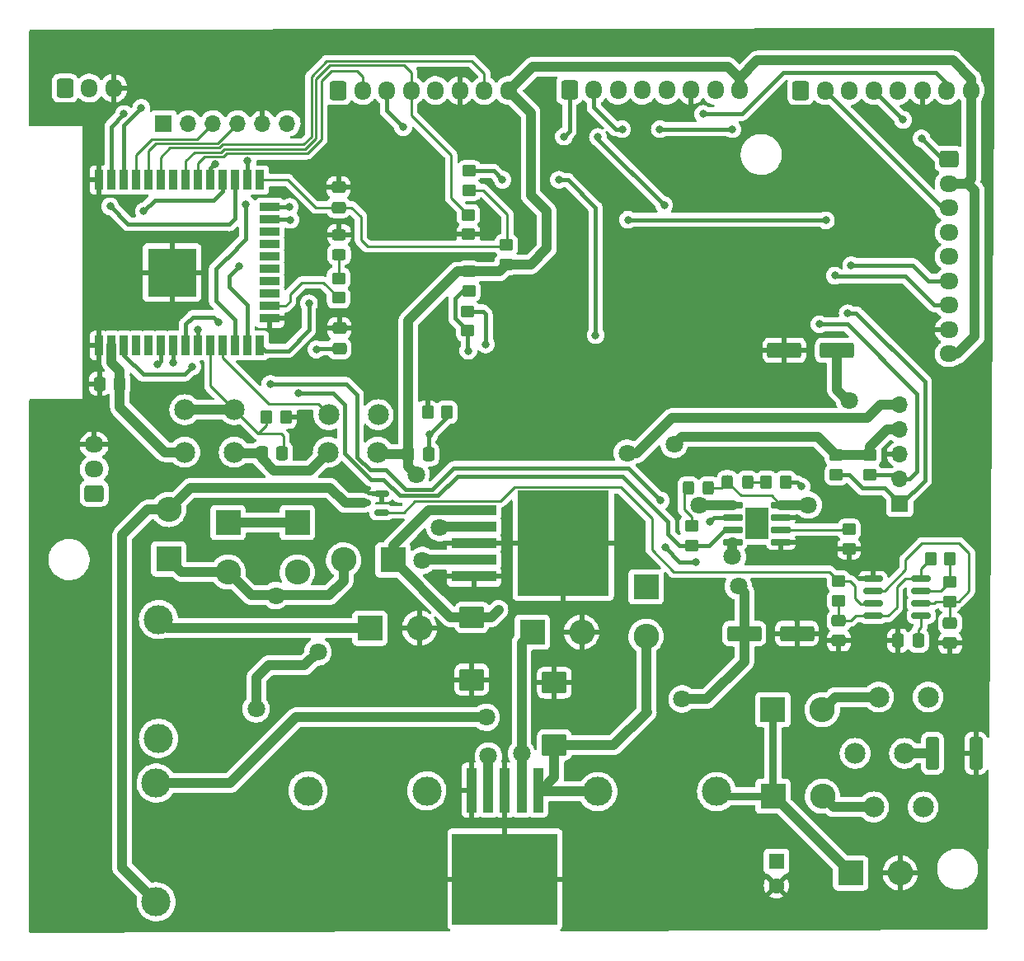
<source format=gtl>
%TF.GenerationSoftware,KiCad,Pcbnew,(6.0.4)*%
%TF.CreationDate,2022-05-20T17:10:53-05:00*%
%TF.ProjectId,Easyrun,45617379-7275-46e2-9e6b-696361645f70,rev?*%
%TF.SameCoordinates,Original*%
%TF.FileFunction,Copper,L1,Top*%
%TF.FilePolarity,Positive*%
%FSLAX46Y46*%
G04 Gerber Fmt 4.6, Leading zero omitted, Abs format (unit mm)*
G04 Created by KiCad (PCBNEW (6.0.4)) date 2022-05-20 17:10:53*
%MOMM*%
%LPD*%
G01*
G04 APERTURE LIST*
G04 Aperture macros list*
%AMRoundRect*
0 Rectangle with rounded corners*
0 $1 Rounding radius*
0 $2 $3 $4 $5 $6 $7 $8 $9 X,Y pos of 4 corners*
0 Add a 4 corners polygon primitive as box body*
4,1,4,$2,$3,$4,$5,$6,$7,$8,$9,$2,$3,0*
0 Add four circle primitives for the rounded corners*
1,1,$1+$1,$2,$3*
1,1,$1+$1,$4,$5*
1,1,$1+$1,$6,$7*
1,1,$1+$1,$8,$9*
0 Add four rect primitives between the rounded corners*
20,1,$1+$1,$2,$3,$4,$5,0*
20,1,$1+$1,$4,$5,$6,$7,0*
20,1,$1+$1,$6,$7,$8,$9,0*
20,1,$1+$1,$8,$9,$2,$3,0*%
G04 Aperture macros list end*
%TA.AperFunction,ComponentPad*%
%ADD10RoundRect,0.250000X-0.600000X-0.725000X0.600000X-0.725000X0.600000X0.725000X-0.600000X0.725000X0*%
%TD*%
%TA.AperFunction,ComponentPad*%
%ADD11O,1.700000X1.950000*%
%TD*%
%TA.AperFunction,SMDPad,CuDef*%
%ADD12RoundRect,0.250000X-0.400000X-1.450000X0.400000X-1.450000X0.400000X1.450000X-0.400000X1.450000X0*%
%TD*%
%TA.AperFunction,ComponentPad*%
%ADD13R,2.600000X2.600000*%
%TD*%
%TA.AperFunction,ComponentPad*%
%ADD14O,2.600000X2.600000*%
%TD*%
%TA.AperFunction,SMDPad,CuDef*%
%ADD15RoundRect,0.250000X-0.475000X0.337500X-0.475000X-0.337500X0.475000X-0.337500X0.475000X0.337500X0*%
%TD*%
%TA.AperFunction,SMDPad,CuDef*%
%ADD16RoundRect,0.250000X-0.337500X-0.475000X0.337500X-0.475000X0.337500X0.475000X-0.337500X0.475000X0*%
%TD*%
%TA.AperFunction,SMDPad,CuDef*%
%ADD17RoundRect,0.250000X0.337500X0.475000X-0.337500X0.475000X-0.337500X-0.475000X0.337500X-0.475000X0*%
%TD*%
%TA.AperFunction,SMDPad,CuDef*%
%ADD18RoundRect,0.250000X-0.350000X-0.450000X0.350000X-0.450000X0.350000X0.450000X-0.350000X0.450000X0*%
%TD*%
%TA.AperFunction,SMDPad,CuDef*%
%ADD19RoundRect,0.250000X-1.025000X0.875000X-1.025000X-0.875000X1.025000X-0.875000X1.025000X0.875000X0*%
%TD*%
%TA.AperFunction,SMDPad,CuDef*%
%ADD20RoundRect,0.250000X0.475000X-0.337500X0.475000X0.337500X-0.475000X0.337500X-0.475000X-0.337500X0*%
%TD*%
%TA.AperFunction,ComponentPad*%
%ADD21C,2.145000*%
%TD*%
%TA.AperFunction,ComponentPad*%
%ADD22C,3.000000*%
%TD*%
%TA.AperFunction,SMDPad,CuDef*%
%ADD23RoundRect,0.250000X0.450000X-0.350000X0.450000X0.350000X-0.450000X0.350000X-0.450000X-0.350000X0*%
%TD*%
%TA.AperFunction,SMDPad,CuDef*%
%ADD24RoundRect,0.250000X-0.450000X0.350000X-0.450000X-0.350000X0.450000X-0.350000X0.450000X0.350000X0*%
%TD*%
%TA.AperFunction,ComponentPad*%
%ADD25RoundRect,0.250000X-0.725000X0.600000X-0.725000X-0.600000X0.725000X-0.600000X0.725000X0.600000X0*%
%TD*%
%TA.AperFunction,ComponentPad*%
%ADD26O,1.950000X1.700000*%
%TD*%
%TA.AperFunction,SMDPad,CuDef*%
%ADD27RoundRect,0.250000X1.500000X0.550000X-1.500000X0.550000X-1.500000X-0.550000X1.500000X-0.550000X0*%
%TD*%
%TA.AperFunction,SMDPad,CuDef*%
%ADD28RoundRect,0.042000X0.943000X0.258000X-0.943000X0.258000X-0.943000X-0.258000X0.943000X-0.258000X0*%
%TD*%
%TA.AperFunction,SMDPad,CuDef*%
%ADD29R,2.413000X3.302000*%
%TD*%
%TA.AperFunction,SMDPad,CuDef*%
%ADD30RoundRect,0.150000X-0.825000X-0.150000X0.825000X-0.150000X0.825000X0.150000X-0.825000X0.150000X0*%
%TD*%
%TA.AperFunction,SMDPad,CuDef*%
%ADD31RoundRect,0.250000X-0.325000X-0.450000X0.325000X-0.450000X0.325000X0.450000X-0.325000X0.450000X0*%
%TD*%
%TA.AperFunction,SMDPad,CuDef*%
%ADD32RoundRect,0.250000X-1.500000X-0.550000X1.500000X-0.550000X1.500000X0.550000X-1.500000X0.550000X0*%
%TD*%
%TA.AperFunction,SMDPad,CuDef*%
%ADD33RoundRect,0.250000X-0.450000X0.325000X-0.450000X-0.325000X0.450000X-0.325000X0.450000X0.325000X0*%
%TD*%
%TA.AperFunction,SMDPad,CuDef*%
%ADD34R,0.900000X2.000000*%
%TD*%
%TA.AperFunction,SMDPad,CuDef*%
%ADD35R,2.000000X0.900000*%
%TD*%
%TA.AperFunction,SMDPad,CuDef*%
%ADD36R,5.000000X5.000000*%
%TD*%
%TA.AperFunction,SMDPad,CuDef*%
%ADD37RoundRect,0.150000X0.587500X0.150000X-0.587500X0.150000X-0.587500X-0.150000X0.587500X-0.150000X0*%
%TD*%
%TA.AperFunction,SMDPad,CuDef*%
%ADD38RoundRect,0.250000X0.325000X0.450000X-0.325000X0.450000X-0.325000X-0.450000X0.325000X-0.450000X0*%
%TD*%
%TA.AperFunction,SMDPad,CuDef*%
%ADD39R,4.600000X1.100000*%
%TD*%
%TA.AperFunction,SMDPad,CuDef*%
%ADD40R,9.400000X10.800000*%
%TD*%
%TA.AperFunction,ComponentPad*%
%ADD41R,1.600000X1.600000*%
%TD*%
%TA.AperFunction,ComponentPad*%
%ADD42C,1.600000*%
%TD*%
%TA.AperFunction,SMDPad,CuDef*%
%ADD43R,1.100000X4.600000*%
%TD*%
%TA.AperFunction,SMDPad,CuDef*%
%ADD44R,10.800000X9.400000*%
%TD*%
%TA.AperFunction,ComponentPad*%
%ADD45RoundRect,0.250000X0.725000X-0.600000X0.725000X0.600000X-0.725000X0.600000X-0.725000X-0.600000X0*%
%TD*%
%TA.AperFunction,ComponentPad*%
%ADD46R,1.700000X1.700000*%
%TD*%
%TA.AperFunction,ComponentPad*%
%ADD47O,1.700000X1.700000*%
%TD*%
%TA.AperFunction,SMDPad,CuDef*%
%ADD48RoundRect,0.250000X0.350000X0.450000X-0.350000X0.450000X-0.350000X-0.450000X0.350000X-0.450000X0*%
%TD*%
%TA.AperFunction,SMDPad,CuDef*%
%ADD49RoundRect,0.250000X1.025000X-0.875000X1.025000X0.875000X-1.025000X0.875000X-1.025000X-0.875000X0*%
%TD*%
%TA.AperFunction,ViaPad*%
%ADD50C,0.800000*%
%TD*%
%TA.AperFunction,ViaPad*%
%ADD51C,1.800000*%
%TD*%
%TA.AperFunction,Conductor*%
%ADD52C,0.420000*%
%TD*%
%TA.AperFunction,Conductor*%
%ADD53C,1.000000*%
%TD*%
%TA.AperFunction,Conductor*%
%ADD54C,0.250000*%
%TD*%
%TA.AperFunction,Conductor*%
%ADD55C,0.800000*%
%TD*%
G04 APERTURE END LIST*
D10*
%TO.P,J_Lector_2,1,Pin_1*%
%TO.N,/CS_Lector2*%
X182014000Y-57035500D03*
D11*
%TO.P,J_Lector_2,2,Pin_2*%
%TO.N,/SCK*%
X184514000Y-57035500D03*
%TO.P,J_Lector_2,3,Pin_3*%
%TO.N,/MOSI*%
X187014000Y-57035500D03*
%TO.P,J_Lector_2,4,Pin_4*%
%TO.N,/MISO*%
X189514000Y-57035500D03*
%TO.P,J_Lector_2,5,Pin_5*%
%TO.N,unconnected-(J_Lector_2-Pad5)*%
X192014000Y-57035500D03*
%TO.P,J_Lector_2,6,Pin_6*%
%TO.N,GND*%
X194514000Y-57035500D03*
%TO.P,J_Lector_2,7,Pin_7*%
%TO.N,/Rst_2*%
X197014000Y-57035500D03*
%TO.P,J_Lector_2,8,Pin_8*%
%TO.N,+3V3*%
X199514000Y-57035500D03*
%TD*%
D12*
%TO.P,FB1,1*%
%TO.N,/PowerModule/R_Gnd*%
X195549400Y-125115000D03*
%TO.P,FB1,2*%
%TO.N,GND*%
X199999400Y-125115000D03*
%TD*%
D13*
%TO.P,D1,1,K*%
%TO.N,/PowerModule/Buck3v3/v_in*%
X140157600Y-105252200D03*
D14*
%TO.P,D1,2,A*%
%TO.N,/PowerModule/Boost5v0*%
X135077600Y-105252200D03*
%TD*%
D15*
%TO.P,C1,1*%
%TO.N,GND*%
X134640000Y-81445000D03*
%TO.P,C1,2*%
%TO.N,/En*%
X134640000Y-83520000D03*
%TD*%
D16*
%TO.P,CB4,1*%
%TO.N,+3V3*%
X141720500Y-94381000D03*
%TO.P,CB4,2*%
%TO.N,/Butt_D*%
X143795500Y-94381000D03*
%TD*%
D17*
%TO.P,CB1,1*%
%TO.N,+3V3*%
X112102500Y-87145000D03*
%TO.P,CB1,2*%
%TO.N,GND*%
X110027500Y-87145000D03*
%TD*%
D10*
%TO.P,J_Lector_1,1,Pin_1*%
%TO.N,/CS_Lector1*%
X158265000Y-56997500D03*
D11*
%TO.P,J_Lector_1,2,Pin_2*%
%TO.N,/SCK*%
X160765000Y-56997500D03*
%TO.P,J_Lector_1,3,Pin_3*%
%TO.N,/MOSI*%
X163265000Y-56997500D03*
%TO.P,J_Lector_1,4,Pin_4*%
%TO.N,/MISO*%
X165765000Y-56997500D03*
%TO.P,J_Lector_1,5,Pin_5*%
%TO.N,unconnected-(J_Lector_1-Pad5)*%
X168265000Y-56997500D03*
%TO.P,J_Lector_1,6,Pin_6*%
%TO.N,GND*%
X170765000Y-56997500D03*
%TO.P,J_Lector_1,7,Pin_7*%
%TO.N,/Rst_1*%
X173265000Y-56997500D03*
%TO.P,J_Lector_1,8,Pin_8*%
%TO.N,+3V3*%
X175765000Y-56997500D03*
%TD*%
D13*
%TO.P,DFly1,1,K*%
%TO.N,Net-(DFly1-Pad1)*%
X187157200Y-137408600D03*
D14*
%TO.P,DFly1,2,A*%
%TO.N,GND*%
X192237200Y-137408600D03*
%TD*%
D18*
%TO.P,Ra1,1*%
%TO.N,Net-(C_by1-Pad2)*%
X195352000Y-105150600D03*
%TO.P,Ra1,2*%
%TO.N,Net-(Ra1-Pad2)*%
X197352000Y-105150600D03*
%TD*%
D19*
%TO.P,CBy3,1*%
%TO.N,/PowerModule/Buck3v3/v_in*%
X148244400Y-111145400D03*
%TO.P,CBy3,2*%
%TO.N,GND*%
X148244400Y-117545400D03*
%TD*%
D20*
%TO.P,C3,1*%
%TO.N,/IO0*%
X134565000Y-69032500D03*
%TO.P,C3,2*%
%TO.N,GND*%
X134565000Y-66957500D03*
%TD*%
D21*
%TO.P,J_gnd1,1,P1*%
%TO.N,/PowerModule/R_Gnd*%
X192694400Y-125115000D03*
%TO.P,J_gnd1,2,P1*%
X187614400Y-125115000D03*
%TD*%
D22*
%TO.P,LB3,1,1*%
%TO.N,Net-(DB3-Pad1)*%
X116075000Y-111375000D03*
%TO.P,LB3,2,2*%
%TO.N,+3V3*%
X116075000Y-123575000D03*
%TD*%
%TO.P,Lb1,1,1*%
%TO.N,/PowerModule/Battery Charge/Vo_bat*%
X115834000Y-128163000D03*
%TO.P,Lb1,2,2*%
%TO.N,Net-(DBoo1-Pad2)*%
X115834000Y-140363000D03*
%TD*%
D13*
%TO.P,D3,1,K*%
%TO.N,+5V*%
X123220000Y-101405000D03*
D14*
%TO.P,D3,2,A*%
%TO.N,/PowerModule/Boost5v0*%
X123220000Y-106485000D03*
%TD*%
D10*
%TO.P,J_Lector_3,1,Pin_1*%
%TO.N,/CS_Lector3*%
X134516000Y-57035500D03*
D11*
%TO.P,J_Lector_3,2,Pin_2*%
%TO.N,/SCK*%
X137016000Y-57035500D03*
%TO.P,J_Lector_3,3,Pin_3*%
%TO.N,/MOSI*%
X139516000Y-57035500D03*
%TO.P,J_Lector_3,4,Pin_4*%
%TO.N,/MISO*%
X142016000Y-57035500D03*
%TO.P,J_Lector_3,5,Pin_5*%
%TO.N,unconnected-(J_Lector_3-Pad5)*%
X144516000Y-57035500D03*
%TO.P,J_Lector_3,6,Pin_6*%
%TO.N,GND*%
X147016000Y-57035500D03*
%TO.P,J_Lector_3,7,Pin_7*%
%TO.N,/Rst_3*%
X149516000Y-57035500D03*
%TO.P,J_Lector_3,8,Pin_8*%
%TO.N,+3V3*%
X152016000Y-57035500D03*
%TD*%
D23*
%TO.P,RI2C1,1*%
%TO.N,/I2C2*%
X185684000Y-96498600D03*
%TO.P,RI2C1,2*%
%TO.N,+3V3*%
X185684000Y-94498600D03*
%TD*%
D16*
%TO.P,CB2,1*%
%TO.N,+3V3*%
X126683700Y-94279400D03*
%TO.P,CB2,2*%
%TO.N,/Butt_No_D*%
X128758700Y-94279400D03*
%TD*%
D21*
%TO.P,B1_1,1,P1*%
%TO.N,/Butt_No_D*%
X118780400Y-89809000D03*
%TO.P,B1_1,2,P1*%
X123860400Y-89809000D03*
%TD*%
D23*
%TO.P,R6,1*%
%TO.N,/En*%
X147840000Y-81720000D03*
%TO.P,R6,2*%
%TO.N,Net-(BRst1-Pad2)*%
X147840000Y-79720000D03*
%TD*%
D24*
%TO.P,R_RED1,1*%
%TO.N,Net-(D_RED1-Pad1)*%
X170799600Y-101763000D03*
%TO.P,R_RED1,2*%
%TO.N,CHRG*%
X170799600Y-103763000D03*
%TD*%
D25*
%TO.P,J_Display1,1,Pin_1*%
%TO.N,/MISO*%
X197257500Y-64070000D03*
D26*
%TO.P,J_Display1,2,Pin_2*%
%TO.N,+3V3*%
X197257500Y-66570000D03*
%TO.P,J_Display1,3,Pin_3*%
%TO.N,/SCK*%
X197257500Y-69070000D03*
%TO.P,J_Display1,4,Pin_4*%
%TO.N,/MOSI*%
X197257500Y-71570000D03*
%TO.P,J_Display1,5,Pin_5*%
%TO.N,/D{slash}C*%
X197257500Y-74070000D03*
%TO.P,J_Display1,6,Pin_6*%
%TO.N,/Rst_D*%
X197257500Y-76570000D03*
%TO.P,J_Display1,7,Pin_7*%
%TO.N,/CS_Display*%
X197257500Y-79070000D03*
%TO.P,J_Display1,8,Pin_8*%
%TO.N,GND*%
X197257500Y-81570000D03*
%TO.P,J_Display1,9,Pin_9*%
%TO.N,+3V3*%
X197257500Y-84070000D03*
%TD*%
D24*
%TO.P,R5,1*%
%TO.N,Net-(BProg1-Pad1)*%
X147990000Y-65270000D03*
%TO.P,R5,2*%
%TO.N,/IO0*%
X147990000Y-67270000D03*
%TD*%
D27*
%TO.P,CBat1,1*%
%TO.N,/PowerModule/Battery Charge/Vo_bat*%
X185742400Y-83713000D03*
%TO.P,CBat1,2*%
%TO.N,GND*%
X180342400Y-83713000D03*
%TD*%
D28*
%TO.P,U_ChargeControler1,1,TEMP*%
%TO.N,GND*%
X179982400Y-103398000D03*
%TO.P,U_ChargeControler1,2,PROG*%
%TO.N,Net-(R_Prog10-Pad1)*%
X179982400Y-102128000D03*
%TO.P,U_ChargeControler1,3,GND*%
%TO.N,GND*%
X179982400Y-100858000D03*
%TO.P,U_ChargeControler1,4,VCC*%
%TO.N,/PowerModule/Buck5v0*%
X179982400Y-99588000D03*
%TO.P,U_ChargeControler1,5,BAT*%
%TO.N,/PowerModule/Battery Charge/Vo_bat*%
X175032400Y-99588000D03*
%TO.P,U_ChargeControler1,6,~{STDBY}*%
%TO.N,STDBY*%
X175032400Y-100858000D03*
%TO.P,U_ChargeControler1,7,~{CHRG}*%
%TO.N,CHRG*%
X175032400Y-102128000D03*
%TO.P,U_ChargeControler1,8,CE*%
%TO.N,/PowerModule/Buck5v0*%
X175032400Y-103398000D03*
D29*
%TO.P,U_ChargeControler1,9,EP*%
%TO.N,unconnected-(U_ChargeControler1-Pad9)*%
X177507400Y-101493000D03*
%TD*%
D30*
%TO.P,U_555,1,GND*%
%TO.N,GND*%
X189446000Y-107188600D03*
%TO.P,U_555,2,TR*%
%TO.N,/PowerModule/Boost_batt/TT*%
X189446000Y-108458600D03*
%TO.P,U_555,3,Q*%
%TO.N,/PowerModule/Boost_batt/PWM*%
X189446000Y-109728600D03*
%TO.P,U_555,4,R*%
%TO.N,Net-(C_by1-Pad2)*%
X189446000Y-110998600D03*
%TO.P,U_555,5,CV*%
%TO.N,Net-(C_cv1-Pad1)*%
X194396000Y-110998600D03*
%TO.P,U_555,6,THR*%
%TO.N,/PowerModule/Boost_batt/TT*%
X194396000Y-109728600D03*
%TO.P,U_555,7,DIS*%
%TO.N,Net-(Ra1-Pad2)*%
X194396000Y-108458600D03*
%TO.P,U_555,8,VCC*%
%TO.N,Net-(C_by1-Pad2)*%
X194396000Y-107188600D03*
%TD*%
D31*
%TO.P,D_RED1,1,K*%
%TO.N,Net-(D_RED1-Pad1)*%
X170485800Y-97886200D03*
%TO.P,D_RED1,2,A*%
%TO.N,/PowerModule/Buck5v0*%
X172535800Y-97886200D03*
%TD*%
D32*
%TO.P,CByBa1,1*%
%TO.N,/PowerModule/Buck5v0*%
X176227600Y-112821400D03*
%TO.P,CByBa1,2*%
%TO.N,GND*%
X181627600Y-112821400D03*
%TD*%
D21*
%TO.P,J_Tap_1,1,P1*%
%TO.N,/PowerModule/Tap_1*%
X194594000Y-130633000D03*
%TO.P,J_Tap_1,2,P1*%
X189514000Y-130633000D03*
%TD*%
D33*
%TO.P,L_p1,1,K*%
%TO.N,GND*%
X134615000Y-71820000D03*
%TO.P,L_p1,2,A*%
%TO.N,Net-(L_p1-Pad2)*%
X134615000Y-73870000D03*
%TD*%
D24*
%TO.P,R_Prog10,1*%
%TO.N,Net-(R_Prog10-Pad1)*%
X186994800Y-102124000D03*
%TO.P,R_Prog10,2*%
%TO.N,GND*%
X186994800Y-104124000D03*
%TD*%
D21*
%TO.P,B2_1,1,P1*%
%TO.N,/Butt_D*%
X133553200Y-90322400D03*
%TO.P,B2_1,2,P1*%
X138633200Y-90322400D03*
%TD*%
%TO.P,B2,1,P1*%
%TO.N,+3V3*%
X133512400Y-94177800D03*
%TO.P,B2,2,P1*%
X138592400Y-94177800D03*
%TD*%
D34*
%TO.P,U1,1,GND*%
%TO.N,GND*%
X109966600Y-83221400D03*
%TO.P,U1,2,VDD*%
%TO.N,+3V3*%
X111236600Y-83221400D03*
%TO.P,U1,3,EN*%
%TO.N,/En*%
X112506600Y-83221400D03*
%TO.P,U1,4,SENSOR_VP*%
%TO.N,unconnected-(U1-Pad4)*%
X113776600Y-83221400D03*
%TO.P,U1,5,SENSOR_VN*%
%TO.N,unconnected-(U1-Pad5)*%
X115046600Y-83221400D03*
%TO.P,U1,6,IO34*%
%TO.N,CHRG*%
X116316600Y-83221400D03*
%TO.P,U1,7,IO35*%
%TO.N,STDBY*%
X117586600Y-83221400D03*
%TO.P,U1,8,IO32*%
%TO.N,/I2C1*%
X118856600Y-83221400D03*
%TO.P,U1,9,IO33*%
%TO.N,/I2C2*%
X120126600Y-83221400D03*
%TO.P,U1,10,IO25*%
%TO.N,/Butt_No_D*%
X121396600Y-83221400D03*
%TO.P,U1,11,IO26*%
%TO.N,/Butt_D*%
X122666600Y-83221400D03*
%TO.P,U1,12,IO27*%
%TO.N,/Rst_2*%
X123936600Y-83221400D03*
%TO.P,U1,13,IO14*%
%TO.N,/Rst_D*%
X125206600Y-83221400D03*
%TO.P,U1,14,IO12*%
%TO.N,/CS_Display*%
X126476600Y-83221400D03*
D35*
%TO.P,U1,15,GND*%
%TO.N,GND*%
X127476600Y-80436400D03*
%TO.P,U1,16,IO13*%
%TO.N,/IO13*%
X127476600Y-79166400D03*
%TO.P,U1,17,SHD/SD2*%
%TO.N,unconnected-(U1-Pad17)*%
X127476600Y-77896400D03*
%TO.P,U1,18,SWP/SD3*%
%TO.N,unconnected-(U1-Pad18)*%
X127476600Y-76626400D03*
%TO.P,U1,19,SCS/CMD*%
%TO.N,unconnected-(U1-Pad19)*%
X127476600Y-75356400D03*
%TO.P,U1,20,SCK/CLK*%
%TO.N,unconnected-(U1-Pad20)*%
X127476600Y-74086400D03*
%TO.P,U1,21,SDO/SD0*%
%TO.N,unconnected-(U1-Pad21)*%
X127476600Y-72816400D03*
%TO.P,U1,22,SDI/SD1*%
%TO.N,unconnected-(U1-Pad22)*%
X127476600Y-71546400D03*
%TO.P,U1,23,IO15*%
%TO.N,/D{slash}C*%
X127476600Y-70276400D03*
%TO.P,U1,24,IO2*%
%TO.N,/CS_Lector2*%
X127476600Y-69006400D03*
D34*
%TO.P,U1,25,IO0*%
%TO.N,/IO0*%
X126476600Y-66221400D03*
%TO.P,U1,26,IO4*%
%TO.N,/Rst_1*%
X125206600Y-66221400D03*
%TO.P,U1,27,IO16*%
%TO.N,/PWM_M1*%
X123936600Y-66221400D03*
%TO.P,U1,28,IO17*%
%TO.N,/PWM_M2*%
X122666600Y-66221400D03*
%TO.P,U1,29,IO5*%
%TO.N,/CS_Lector1*%
X121396600Y-66221400D03*
%TO.P,U1,30,IO18*%
%TO.N,/SCK*%
X120126600Y-66221400D03*
%TO.P,U1,31,IO19*%
%TO.N,/MISO*%
X118856600Y-66221400D03*
%TO.P,U1,32,NC*%
%TO.N,unconnected-(U1-Pad32)*%
X117586600Y-66221400D03*
%TO.P,U1,33,IO21*%
%TO.N,/Rst_3*%
X116316600Y-66221400D03*
%TO.P,U1,34,RXD0/IO3*%
%TO.N,/Prog_Tx*%
X115046600Y-66221400D03*
%TO.P,U1,35,TXD0/IO1*%
%TO.N,/Prog_Rx*%
X113776600Y-66221400D03*
%TO.P,U1,36,IO22*%
%TO.N,/CS_Lector3*%
X112506600Y-66221400D03*
%TO.P,U1,37,IO23*%
%TO.N,/MOSI*%
X111236600Y-66221400D03*
%TO.P,U1,38,GND*%
%TO.N,GND*%
X109966600Y-66221400D03*
D36*
%TO.P,U1,39,GND*%
X117466600Y-75721400D03*
%TD*%
D37*
%TO.P,QBoo1,1,G*%
%TO.N,/PowerModule/Boost_batt/PWM*%
X138971100Y-100360200D03*
%TO.P,QBoo1,2,S*%
%TO.N,GND*%
X138971100Y-98460200D03*
%TO.P,QBoo1,3,D*%
%TO.N,Net-(DBoo1-Pad2)*%
X137096100Y-99410200D03*
%TD*%
D13*
%TO.P,DBoo1,1,K*%
%TO.N,/PowerModule/Boost5v0*%
X117124000Y-105145000D03*
D14*
%TO.P,DBoo1,2,A*%
%TO.N,Net-(DBoo1-Pad2)*%
X117124000Y-100065000D03*
%TD*%
D17*
%TO.P,C_cv1,1*%
%TO.N,Net-(C_cv1-Pad1)*%
X194087500Y-113532600D03*
%TO.P,C_cv1,2*%
%TO.N,GND*%
X192012500Y-113532600D03*
%TD*%
D13*
%TO.P,D2,1,K*%
%TO.N,/PowerModule/Buck3v3/v_in*%
X166146000Y-108009000D03*
D14*
%TO.P,D2,2,A*%
%TO.N,/PowerModule/Vo_rec*%
X166146000Y-113089000D03*
%TD*%
D38*
%TO.P,D_GREEN1,1,K*%
%TO.N,Net-(D_GREEN1-Pad1)*%
X176549000Y-97276600D03*
%TO.P,D_GREEN1,2,A*%
%TO.N,/PowerModule/Buck5v0*%
X174499000Y-97276600D03*
%TD*%
D39*
%TO.P,UB3v3,1,VIN*%
%TO.N,/PowerModule/Buck3v3/v_in*%
X148475000Y-100125000D03*
%TO.P,UB3v3,2,OUT*%
%TO.N,Net-(DB3-Pad1)*%
X148475000Y-101825000D03*
D40*
%TO.P,UB3v3,3,GND*%
%TO.N,GND*%
X157625000Y-103525000D03*
D39*
X148475000Y-103525000D03*
%TO.P,UB3v3,4,FB*%
%TO.N,+3V3*%
X148475000Y-105225000D03*
%TO.P,UB3v3,5,~{ON}/OFF*%
%TO.N,GND*%
X148475000Y-106925000D03*
%TD*%
D22*
%TO.P,LB5,1,1*%
%TO.N,Net-(DB5-Pad1)*%
X143625600Y-128975800D03*
%TO.P,LB5,2,2*%
%TO.N,/PowerModule/Buck5v0*%
X131425600Y-128975800D03*
%TD*%
D41*
%TO.P,Crec1,1*%
%TO.N,/PowerModule/Vo_rec*%
X179534000Y-136211621D03*
D42*
%TO.P,Crec1,2*%
%TO.N,GND*%
X179534000Y-138711621D03*
%TD*%
D13*
%TO.P,D_S1,1,K*%
%TO.N,Net-(DFly1-Pad1)*%
X179188000Y-129520000D03*
D14*
%TO.P,D_S1,2,A*%
%TO.N,/PowerModule/Tap_1*%
X184268000Y-129520000D03*
%TD*%
D23*
%TO.P,RI2C2,1*%
%TO.N,/I2C1*%
X189087600Y-96498600D03*
%TO.P,RI2C2,2*%
%TO.N,+3V3*%
X189087600Y-94498600D03*
%TD*%
D24*
%TO.P,R4,1*%
%TO.N,/IO0*%
X151790000Y-72895000D03*
%TO.P,R4,2*%
%TO.N,+3V3*%
X151790000Y-74895000D03*
%TD*%
%TO.P,R_p1,1*%
%TO.N,Net-(L_p1-Pad2)*%
X134565000Y-76320000D03*
%TO.P,R_p1,2*%
%TO.N,/IO13*%
X134565000Y-78320000D03*
%TD*%
D21*
%TO.P,B1,1,P1*%
%TO.N,+3V3*%
X118780400Y-94177800D03*
%TO.P,B1,2,P1*%
X123860400Y-94177800D03*
%TD*%
D15*
%TO.P,Cby2,1*%
%TO.N,/PowerModule/Boost_batt/TT*%
X197368000Y-111733100D03*
%TO.P,Cby2,2*%
%TO.N,GND*%
X197368000Y-113808100D03*
%TD*%
D18*
%TO.P,R_GREEN1,1*%
%TO.N,Net-(D_GREEN1-Pad1)*%
X178486400Y-97276600D03*
%TO.P,R_GREEN1,2*%
%TO.N,STDBY*%
X180486400Y-97276600D03*
%TD*%
D43*
%TO.P,UB5v0,1,VIN*%
%TO.N,/PowerModule/Vo_rec*%
X155048000Y-128890400D03*
%TO.P,UB5v0,2,OUT*%
%TO.N,Net-(DB5-Pad1)*%
X153348000Y-128890400D03*
D44*
%TO.P,UB5v0,3,GND*%
%TO.N,GND*%
X151648000Y-138040400D03*
D43*
X151648000Y-128890400D03*
%TO.P,UB5v0,4,FB*%
%TO.N,/PowerModule/Buck5v0*%
X149948000Y-128890400D03*
%TO.P,UB5v0,5,~{ON}/OFF*%
%TO.N,GND*%
X148248000Y-128890400D03*
%TD*%
D23*
%TO.P,Ro1,1*%
%TO.N,Net-(C_by1-Pad2)*%
X185938000Y-109452600D03*
%TO.P,Ro1,2*%
%TO.N,/PowerModule/Boost_batt/PWM*%
X185938000Y-107452600D03*
%TD*%
D45*
%TO.P,J_M2,1,Pin_1*%
%TO.N,/PWM_M2*%
X109465000Y-98405000D03*
D26*
%TO.P,J_M2,2,Pin_2*%
%TO.N,+5V*%
X109465000Y-95905000D03*
%TO.P,J_M2,3,Pin_3*%
%TO.N,GND*%
X109465000Y-93405000D03*
%TD*%
D20*
%TO.P,C_by1,1*%
%TO.N,GND*%
X185938000Y-113554100D03*
%TO.P,C_by1,2*%
%TO.N,Net-(C_by1-Pad2)*%
X185938000Y-111479100D03*
%TD*%
D46*
%TO.P,J_I2C1,1,Pin_1*%
%TO.N,/I2C2*%
X192206000Y-99481000D03*
D47*
%TO.P,J_I2C1,2,Pin_2*%
%TO.N,/I2C1*%
X192206000Y-96941000D03*
%TO.P,J_I2C1,3,Pin_3*%
%TO.N,GND*%
X192206000Y-94401000D03*
%TO.P,J_I2C1,4,Pin_4*%
%TO.N,+3V3*%
X192206000Y-91861000D03*
%TO.P,J_I2C1,5,Pin_5*%
%TO.N,+5V*%
X192206000Y-89321000D03*
%TD*%
D24*
%TO.P,RMISO1,1*%
%TO.N,/MISO*%
X147890000Y-69795000D03*
%TO.P,RMISO1,2*%
%TO.N,GND*%
X147890000Y-71795000D03*
%TD*%
D10*
%TO.P,J_M1,1,Pin_1*%
%TO.N,/PWM_M1*%
X106476000Y-56781500D03*
D11*
%TO.P,J_M1,2,Pin_2*%
%TO.N,+5V*%
X108976000Y-56781500D03*
%TO.P,J_M1,3,Pin_3*%
%TO.N,GND*%
X111476000Y-56781500D03*
%TD*%
D46*
%TO.P,J_prog1,1,Pin_1*%
%TO.N,unconnected-(J_prog1-Pad1)*%
X116596000Y-60402000D03*
D47*
%TO.P,J_prog1,2,Pin_2*%
%TO.N,unconnected-(J_prog1-Pad2)*%
X119136000Y-60402000D03*
%TO.P,J_prog1,3,Pin_3*%
%TO.N,/Prog_Rx*%
X121676000Y-60402000D03*
%TO.P,J_prog1,4,Pin_4*%
%TO.N,/Prog_Tx*%
X124216000Y-60402000D03*
%TO.P,J_prog1,5,Pin_5*%
%TO.N,GND*%
X126756000Y-60402000D03*
%TO.P,J_prog1,6,Pin_6*%
%TO.N,unconnected-(J_prog1-Pad6)*%
X129296000Y-60402000D03*
%TD*%
D18*
%TO.P,RBtn2,1*%
%TO.N,GND*%
X143700000Y-90075000D03*
%TO.P,RBtn2,2*%
%TO.N,/Butt_D*%
X145700000Y-90075000D03*
%TD*%
D13*
%TO.P,DB3,1,K*%
%TO.N,Net-(DB3-Pad1)*%
X137789200Y-112262600D03*
D14*
%TO.P,DB3,2,A*%
%TO.N,GND*%
X142869200Y-112262600D03*
%TD*%
D48*
%TO.P,RBtn1,1*%
%TO.N,GND*%
X129184400Y-90576400D03*
%TO.P,RBtn1,2*%
%TO.N,/Butt_No_D*%
X127184400Y-90576400D03*
%TD*%
D24*
%TO.P,R1,1*%
%TO.N,+3V3*%
X147940000Y-75620000D03*
%TO.P,R1,2*%
%TO.N,/En*%
X147940000Y-77620000D03*
%TD*%
%TO.P,Rb1,1*%
%TO.N,Net-(Ra1-Pad2)*%
X197317200Y-107503400D03*
%TO.P,Rb1,2*%
%TO.N,/PowerModule/Boost_batt/TT*%
X197317200Y-109503400D03*
%TD*%
D13*
%TO.P,DB5,1,K*%
%TO.N,Net-(DB5-Pad1)*%
X154451600Y-112669000D03*
D14*
%TO.P,DB5,2,A*%
%TO.N,GND*%
X159531600Y-112669000D03*
%TD*%
D22*
%TO.P,Lrec1,1,1*%
%TO.N,Net-(DFly1-Pad1)*%
X173390000Y-129042000D03*
%TO.P,Lrec1,2,2*%
%TO.N,/PowerModule/Vo_rec*%
X161190000Y-129042000D03*
%TD*%
D13*
%TO.P,D4,1,K*%
%TO.N,+5V*%
X130332000Y-101405000D03*
D14*
%TO.P,D4,2,A*%
%TO.N,/PowerModule/Buck5v0*%
X130332000Y-106485000D03*
%TD*%
D49*
%TO.P,CBy5,1*%
%TO.N,/PowerModule/Vo_rec*%
X156728000Y-124251000D03*
%TO.P,CBy5,2*%
%TO.N,GND*%
X156728000Y-117851000D03*
%TD*%
D21*
%TO.P,J_Tap_2,1,P1*%
%TO.N,/PowerModule/Tab_2*%
X195102000Y-119333000D03*
%TO.P,J_Tap_2,2,P1*%
X190022000Y-119333000D03*
%TD*%
D13*
%TO.P,D_S2,1,K*%
%TO.N,Net-(DFly1-Pad1)*%
X179166000Y-120630000D03*
D14*
%TO.P,D_S2,2,A*%
%TO.N,/PowerModule/Tab_2*%
X184246000Y-120630000D03*
%TD*%
D50*
%TO.N,GND*%
X176123600Y-71526400D03*
X158089600Y-68884800D03*
X188200000Y-116800000D03*
X138785600Y-83667600D03*
X127508000Y-53848000D03*
X147400000Y-108800000D03*
X176123600Y-72440800D03*
X198500000Y-91300000D03*
X138300000Y-134450000D03*
X138734800Y-101803200D03*
X136725000Y-134425000D03*
X117652800Y-79248000D03*
X173837600Y-66192400D03*
X170078400Y-77368400D03*
X109800000Y-71200000D03*
X142675000Y-116475000D03*
X128422400Y-82397600D03*
X188200000Y-115800000D03*
X137718800Y-101803200D03*
X157475000Y-101975000D03*
X108900000Y-132400000D03*
X138125000Y-78650000D03*
X165200000Y-102000000D03*
X129159000Y-64770000D03*
X107050000Y-53675000D03*
X168000000Y-140200000D03*
X139446000Y-67665600D03*
X157480000Y-68122800D03*
X121600000Y-72400000D03*
X142595600Y-67665600D03*
X144170400Y-83667600D03*
X168725000Y-84625000D03*
X170000000Y-124200000D03*
X142697200Y-71729600D03*
X155775000Y-100450000D03*
X128143000Y-64770000D03*
X130775000Y-90350000D03*
X144225000Y-119550000D03*
X165963600Y-59080400D03*
X189200000Y-116800000D03*
X171750000Y-86375000D03*
X199847200Y-130606800D03*
X200050000Y-94375000D03*
X162407600Y-67868800D03*
X167200000Y-83025000D03*
X162204400Y-113080800D03*
X105550000Y-135450000D03*
X152400000Y-136200000D03*
X162204400Y-110794800D03*
X167967730Y-125168076D03*
X105550000Y-133975000D03*
X131400000Y-65400000D03*
X154686000Y-78384400D03*
X116400000Y-90400000D03*
X141579600Y-68681600D03*
X152375000Y-137800000D03*
X169824400Y-71628000D03*
X155725000Y-103525000D03*
X154075000Y-86350000D03*
X155092400Y-56692800D03*
X105625000Y-119800000D03*
X155803600Y-78384400D03*
X171750000Y-83050000D03*
X154050000Y-83025000D03*
X177596800Y-95199200D03*
X137769600Y-83616800D03*
X168700000Y-83025000D03*
X136750000Y-137750000D03*
X196725000Y-95850000D03*
X135225000Y-136000000D03*
X169824400Y-72491600D03*
X180875000Y-78700000D03*
X140512800Y-68681600D03*
X198450000Y-95825000D03*
X140512800Y-67665600D03*
X159075000Y-100450000D03*
X196400000Y-60800000D03*
X108950000Y-119800000D03*
X144170400Y-82499200D03*
X109800000Y-72200000D03*
X128676400Y-53848000D03*
X184251600Y-123952000D03*
X149325000Y-137750000D03*
X142650000Y-118050000D03*
X104000000Y-53625000D03*
X130175000Y-72644000D03*
X199847200Y-129641600D03*
X130800000Y-93975000D03*
X187553600Y-71526400D03*
X108950000Y-118325000D03*
X177139600Y-71526400D03*
X136600000Y-60400000D03*
X158648400Y-71678800D03*
X171704000Y-65125600D03*
X108975000Y-115250000D03*
X158648400Y-72644000D03*
X180850000Y-77100000D03*
X177596800Y-94183200D03*
X183235600Y-123952000D03*
X136600000Y-78625000D03*
X196750000Y-92825000D03*
X141150000Y-77075000D03*
X179350000Y-77100000D03*
X187553600Y-72491600D03*
X139775000Y-137775000D03*
X168910000Y-72542400D03*
X182219600Y-123952000D03*
X145237200Y-82499200D03*
X168550000Y-78625000D03*
X107075000Y-52075000D03*
X197358000Y-60807600D03*
X144250000Y-118025000D03*
X177139600Y-72440800D03*
X150850000Y-139500000D03*
X171550000Y-78650000D03*
X142650000Y-119550000D03*
X157075000Y-84650000D03*
X110800000Y-72200000D03*
X169000000Y-124200000D03*
X152550000Y-84600000D03*
X129438400Y-81991200D03*
X105575000Y-132425000D03*
X157450000Y-103500000D03*
X191450000Y-102025000D03*
X153875000Y-139525000D03*
X183900000Y-77125000D03*
X179350000Y-78675000D03*
X155625000Y-83050000D03*
X168000000Y-124200000D03*
X176428400Y-95250000D03*
X144275000Y-115025000D03*
X142675000Y-115000000D03*
X131064000Y-72644000D03*
X200075000Y-91300000D03*
X149325000Y-136175000D03*
X189950000Y-103625000D03*
X172262800Y-112572800D03*
X134569200Y-59436000D03*
X105525000Y-53650000D03*
X188518800Y-71526400D03*
X161493200Y-66649600D03*
X149325000Y-139475000D03*
X129794000Y-53898800D03*
X107275000Y-135425000D03*
X170000000Y-140200000D03*
X197713600Y-129641600D03*
X194437000Y-81407000D03*
X153850000Y-137800000D03*
X135225000Y-137725000D03*
X136750000Y-136025000D03*
X152400000Y-139525000D03*
X162204400Y-111912400D03*
X198780400Y-130657600D03*
X155750000Y-101975000D03*
X157500000Y-100450000D03*
X198475000Y-92825000D03*
X114427000Y-54991000D03*
X169000000Y-141200000D03*
X170250000Y-84650000D03*
X112928400Y-72186800D03*
X189200000Y-115800000D03*
X187200000Y-116800000D03*
X155600000Y-84650000D03*
X105675000Y-115250000D03*
X114427000Y-53975000D03*
X187200000Y-115800000D03*
X139446000Y-68681600D03*
X200075000Y-92800000D03*
X155803600Y-77419200D03*
X155725000Y-105000000D03*
X152400000Y-68122800D03*
X136702800Y-101803200D03*
X136600000Y-77050000D03*
X172770800Y-66192400D03*
X196725000Y-94375000D03*
X110800000Y-71200000D03*
X169000000Y-125200000D03*
X195400000Y-59800000D03*
X170075000Y-78650000D03*
X152550000Y-83025000D03*
X159050000Y-105000000D03*
X179200000Y-58000000D03*
X107350000Y-118300000D03*
X149400000Y-108800000D03*
X170000000Y-125200000D03*
X178765200Y-94183200D03*
X180086000Y-58064400D03*
X198450000Y-94350000D03*
X159075000Y-101950000D03*
X164200000Y-102000000D03*
X159050000Y-103525000D03*
X142595600Y-68630800D03*
X139775000Y-134450000D03*
X191425000Y-103625000D03*
X198780400Y-129641600D03*
X168000000Y-141200000D03*
X197662800Y-130657600D03*
X183286400Y-124866400D03*
X156006800Y-56692800D03*
X188518800Y-72491600D03*
X180000000Y-57200000D03*
X105650000Y-116775000D03*
X194437000Y-82550000D03*
X116400000Y-88000000D03*
X107300000Y-132425000D03*
X170275000Y-83050000D03*
X141579600Y-67665600D03*
X153009600Y-68986400D03*
X119684800Y-72085200D03*
X155092400Y-57658000D03*
X182400000Y-78725000D03*
X163779200Y-67868800D03*
X134823200Y-96367600D03*
X105625000Y-118325000D03*
X137769600Y-82448400D03*
X130962400Y-92100400D03*
X118313200Y-72034400D03*
X182425000Y-77125000D03*
X155625000Y-86375000D03*
X107350000Y-119775000D03*
X169000000Y-140200000D03*
X153875000Y-136200000D03*
X154075000Y-84625000D03*
X189975000Y-105350000D03*
X167025000Y-78600000D03*
X184251600Y-124866400D03*
X195400000Y-60800000D03*
X138275000Y-136050000D03*
X192887600Y-102057200D03*
X144275000Y-116500000D03*
X164200000Y-103000000D03*
X105500000Y-52050000D03*
X200050000Y-95850000D03*
X138100000Y-77050000D03*
X195453000Y-82550000D03*
X141125000Y-78675000D03*
X131064000Y-71755000D03*
X121600000Y-73400000D03*
X171725000Y-84650000D03*
X170000000Y-141200000D03*
X138785600Y-82448400D03*
X168725000Y-86350000D03*
X167081200Y-77266800D03*
X134600000Y-60400000D03*
X145288000Y-83667600D03*
X168910000Y-71628000D03*
X135737600Y-97129600D03*
X139750000Y-136050000D03*
X118770400Y-79248000D03*
X183875000Y-78725000D03*
X138300000Y-137775000D03*
X130175000Y-71755000D03*
X139650000Y-78675000D03*
X171704000Y-66192400D03*
X168452800Y-77317600D03*
X104000000Y-52050000D03*
X154686000Y-77419200D03*
X113411000Y-54991000D03*
X107375000Y-116775000D03*
X122800000Y-72400000D03*
X156006800Y-57658000D03*
X115443000Y-53975000D03*
X171602400Y-77368400D03*
X178765200Y-95199200D03*
X167200000Y-86325000D03*
X172212000Y-110236000D03*
X107400000Y-115250000D03*
X172720000Y-65125600D03*
X130200000Y-65400000D03*
X196400000Y-59800000D03*
X182270400Y-124866400D03*
X135534400Y-59436000D03*
X157100000Y-83050000D03*
X135225000Y-134425000D03*
X196775000Y-91300000D03*
X116459000Y-53975000D03*
X116393615Y-89191948D03*
X105600000Y-130900000D03*
X139675000Y-77075000D03*
X157100000Y-86375000D03*
X148400000Y-108800000D03*
X113411000Y-53975000D03*
X189975000Y-102025000D03*
X162763200Y-66649600D03*
X108975000Y-116750000D03*
X135600000Y-60400000D03*
X150825000Y-136175000D03*
X197358000Y-59791600D03*
X167200000Y-84600000D03*
X108875000Y-135450000D03*
X108875000Y-133975000D03*
X176428400Y-94183200D03*
X140157200Y-71729600D03*
X141376400Y-71729600D03*
X165200000Y-103000000D03*
X111800000Y-72200000D03*
X170275000Y-86375000D03*
X172262800Y-111353600D03*
X108900000Y-130900000D03*
X107275000Y-133950000D03*
X157450000Y-104975000D03*
X173837600Y-65125600D03*
X152550000Y-86325000D03*
X150850000Y-137775000D03*
X107325000Y-130900000D03*
%TO.N,Net-(BProg1-Pad1)*%
X157185200Y-66187000D03*
X151394000Y-66187000D03*
X160956000Y-82149800D03*
%TO.N,Net-(BRst1-Pad2)*%
X149666800Y-83103400D03*
D51*
%TO.N,/PowerModule/Battery Charge/Vo_bat*%
X187035200Y-88864200D03*
X171612400Y-99613400D03*
X149717600Y-121406600D03*
D50*
%TO.N,/En*%
X132272800Y-83631800D03*
X119532400Y-85394800D03*
X147888800Y-83763800D03*
D51*
%TO.N,+3V3*%
X142532100Y-96456500D03*
X169016200Y-93370400D03*
X143154400Y-105308400D03*
X126095600Y-120543000D03*
X132445600Y-114701000D03*
D50*
%TO.N,/Butt_D*%
X143891000Y-92379800D03*
D51*
%TO.N,/PowerModule/Buck5v0*%
X175016000Y-104917400D03*
X175615600Y-107950000D03*
X169834400Y-119527000D03*
X149948000Y-125396200D03*
X182811300Y-99611300D03*
D50*
%TO.N,/PowerModule/Buck3v3/v_in*%
X150987600Y-110383000D03*
D51*
%TO.N,/PowerModule/Boost5v0*%
X128127600Y-108909800D03*
%TO.N,+5V*%
X164185600Y-94279400D03*
%TO.N,Net-(DB3-Pad1)*%
X144957800Y-101930200D03*
%TO.N,Net-(DB5-Pad1)*%
X153348000Y-125137600D03*
D50*
%TO.N,/MISO*%
X194433050Y-61954550D03*
X192532000Y-60045600D03*
%TO.N,/SCK*%
X175000000Y-61000000D03*
X167549200Y-61000000D03*
X163688400Y-61000000D03*
%TO.N,/MOSI*%
X141200000Y-60800000D03*
X112524300Y-59438300D03*
X168000000Y-68800000D03*
X161200000Y-61800000D03*
%TO.N,/D{slash}C*%
X184607200Y-70358000D03*
X164292600Y-70301800D03*
X129600800Y-70301800D03*
%TO.N,/Rst_D*%
X124358400Y-75082400D03*
X187208000Y-74975400D03*
%TO.N,/CS_Display*%
X185521600Y-76047600D03*
X131521200Y-78892400D03*
%TO.N,/I2C2*%
X120157000Y-81574400D03*
X186852400Y-79903000D03*
%TO.N,/I2C1*%
X122224800Y-80822800D03*
X183946800Y-81026000D03*
%TO.N,/CS_Lector1*%
X121869200Y-64566800D03*
X157708600Y-61747400D03*
%TO.N,/Rst_1*%
X125237000Y-64251600D03*
%TO.N,/CS_Lector2*%
X129542300Y-68988700D03*
%TO.N,/Rst_2*%
X125037920Y-68685320D03*
X171997497Y-59424697D03*
%TO.N,/CS_Lector3*%
X114303203Y-58804203D03*
%TO.N,/PWM_M1*%
X111107300Y-68927900D03*
%TO.N,/PWM_M2*%
X114564000Y-69438200D03*
%TO.N,STDBY*%
X117602000Y-84988400D03*
X182092600Y-97713800D03*
X172730000Y-101336000D03*
X168097200Y-103987600D03*
X171246800Y-105460800D03*
X167647700Y-99153900D03*
X127558800Y-87172800D03*
%TO.N,CHRG*%
X115925600Y-85191600D03*
X130403600Y-88138000D03*
%TD*%
D52*
%TO.N,Net-(BProg1-Pad1)*%
X158099600Y-66187000D02*
X157185200Y-66187000D01*
X147990000Y-65270000D02*
X150477000Y-65270000D01*
X160956000Y-69043400D02*
X158099600Y-66187000D01*
X150477000Y-65270000D02*
X151394000Y-66187000D01*
X160956000Y-73971000D02*
X160956000Y-69043400D01*
X160956000Y-82149800D02*
X160956000Y-73971000D01*
%TO.N,Net-(BRst1-Pad2)*%
X149666800Y-83103400D02*
X149666800Y-80004600D01*
X149666800Y-80004600D02*
X149382200Y-79720000D01*
X149382200Y-79720000D02*
X147840000Y-79720000D01*
D53*
%TO.N,/PowerModule/Battery Charge/Vo_bat*%
X185742400Y-87733800D02*
X186954000Y-88945400D01*
X171688600Y-99588000D02*
X171637800Y-99638800D01*
X185742400Y-83713000D02*
X185742400Y-87733800D01*
X130058000Y-121559000D02*
X130210400Y-121406600D01*
X115834000Y-128163000D02*
X123454000Y-128163000D01*
X175032400Y-99588000D02*
X171688600Y-99588000D01*
X130210400Y-121406600D02*
X149717600Y-121406600D01*
X123454000Y-128163000D02*
X130058000Y-121559000D01*
D52*
%TO.N,/En*%
X147321320Y-77620000D02*
X147940000Y-77620000D01*
X132384600Y-83520000D02*
X132272800Y-83631800D01*
X112506600Y-84220422D02*
X112506600Y-83221400D01*
X147840000Y-83715000D02*
X147888800Y-83763800D01*
X114493778Y-86207600D02*
X112506600Y-84220422D01*
X132272800Y-83631800D02*
X132242400Y-83662200D01*
X146562320Y-78379000D02*
X147321320Y-77620000D01*
X147840000Y-81720000D02*
X146562320Y-80442320D01*
X119532400Y-85394800D02*
X118719600Y-86207600D01*
X146562320Y-80442320D02*
X146562320Y-78379000D01*
X134640000Y-83520000D02*
X132384600Y-83520000D01*
X118719600Y-86207600D02*
X114493778Y-86207600D01*
X147840000Y-81720000D02*
X147840000Y-83715000D01*
D54*
%TO.N,/IO0*%
X137525600Y-73045000D02*
X151640000Y-73045000D01*
X147990000Y-67270000D02*
X149429000Y-67270000D01*
X129381200Y-66221400D02*
X132192300Y-69032500D01*
X151640000Y-73045000D02*
X151790000Y-72895000D01*
X136865200Y-69997000D02*
X136865200Y-72384600D01*
X147973800Y-67253800D02*
X147990000Y-67270000D01*
X136865200Y-72384600D02*
X137525600Y-73045000D01*
X135900700Y-69032500D02*
X136865200Y-69997000D01*
X149429000Y-67270000D02*
X151902000Y-69743000D01*
X132192300Y-69032500D02*
X134565000Y-69032500D01*
X151902000Y-69743000D02*
X151902000Y-72783000D01*
X134565000Y-69032500D02*
X135900700Y-69032500D01*
X151902000Y-72783000D02*
X151790000Y-72895000D01*
X126476600Y-66221400D02*
X129381200Y-66221400D01*
D53*
%TO.N,+3V3*%
X175765000Y-55735200D02*
X177556000Y-53944200D01*
X190865600Y-91841000D02*
X190885600Y-91861000D01*
X151065000Y-75620000D02*
X151790000Y-74895000D01*
X131074000Y-116072600D02*
X130566000Y-116072600D01*
X174554200Y-54600000D02*
X175765000Y-55810800D01*
X189087600Y-93619000D02*
X190865600Y-91841000D01*
X198128600Y-84070000D02*
X199908000Y-82290600D01*
X147940000Y-75620000D02*
X151065000Y-75620000D01*
X189087600Y-94498600D02*
X189087600Y-93619000D01*
X169016200Y-93370400D02*
X169806600Y-92580000D01*
X126683700Y-94816700D02*
X127924400Y-96057400D01*
X152016000Y-57035500D02*
X154451500Y-54600000D01*
X175765000Y-55810800D02*
X175765000Y-55735200D01*
X143154400Y-105308400D02*
X143237800Y-105225000D01*
X199095200Y-66491800D02*
X199017000Y-66570000D01*
X155956000Y-69443600D02*
X154279600Y-67767200D01*
X127365600Y-116072600D02*
X127111600Y-116326600D01*
X183765400Y-92580000D02*
X185684000Y-94498600D01*
X112102500Y-85823500D02*
X112102500Y-87145000D01*
X126095600Y-120085800D02*
X126095600Y-120543000D01*
X154451500Y-54600000D02*
X174554200Y-54600000D01*
X112102500Y-89531900D02*
X116748400Y-94177800D01*
X112102500Y-87145000D02*
X112102500Y-89531900D01*
X141720500Y-80686500D02*
X146787000Y-75620000D01*
X141720500Y-94381000D02*
X141720500Y-80686500D01*
X155956000Y-73253600D02*
X155956000Y-69443600D01*
X199552400Y-55823800D02*
X199552400Y-56997100D01*
X146787000Y-75620000D02*
X147940000Y-75620000D01*
X169806600Y-92580000D02*
X183765400Y-92580000D01*
X175765000Y-55810800D02*
X175765000Y-56997500D01*
X185684000Y-94498600D02*
X189087600Y-94498600D01*
X111236600Y-84957600D02*
X112102500Y-85823500D01*
X126683700Y-94279400D02*
X123962000Y-94279400D01*
X199908000Y-67304600D02*
X199095200Y-66491800D01*
X131632800Y-96057400D02*
X133512400Y-94177800D01*
X154314600Y-74895000D02*
X155956000Y-73253600D01*
X154279600Y-67767200D02*
X154279600Y-59299100D01*
X197257500Y-84070000D02*
X198128600Y-84070000D01*
X177556000Y-53944200D02*
X197672800Y-53944200D01*
X127924400Y-96057400D02*
X131632800Y-96057400D01*
X143154400Y-105308400D02*
X143261400Y-105201400D01*
X142532100Y-96456500D02*
X141720500Y-95644900D01*
X190885600Y-91861000D02*
X192206000Y-91861000D01*
X143261400Y-105201400D02*
X143723200Y-105201400D01*
X143237800Y-105225000D02*
X148475000Y-105225000D01*
X130566000Y-116072600D02*
X127365600Y-116072600D01*
X197672800Y-53944200D02*
X199552400Y-55823800D01*
X138795600Y-94381000D02*
X138592400Y-94177800D01*
X123962000Y-94279400D02*
X123860400Y-94177800D01*
X199908000Y-82290600D02*
X199908000Y-67304600D01*
X141720500Y-94381000D02*
X138795600Y-94381000D01*
X126095600Y-117342600D02*
X126095600Y-120085800D01*
X126683700Y-94279400D02*
X126683700Y-94816700D01*
X116748400Y-94177800D02*
X118780400Y-94177800D01*
X151790000Y-74895000D02*
X154314600Y-74895000D01*
X199514000Y-57035500D02*
X199514000Y-66073000D01*
X127111600Y-116326600D02*
X126095600Y-117342600D01*
X142570200Y-96494600D02*
X142532100Y-96456500D01*
X141720500Y-95644900D02*
X141720500Y-94381000D01*
X199017000Y-66570000D02*
X197257500Y-66570000D01*
X154279600Y-59299100D02*
X152016000Y-57035500D01*
X168986200Y-93370400D02*
X169016200Y-93370400D01*
X199514000Y-66073000D02*
X199095200Y-66491800D01*
X111236600Y-83221400D02*
X111236600Y-84957600D01*
X132445600Y-114701000D02*
X131074000Y-116072600D01*
X199552400Y-56997100D02*
X199514000Y-57035500D01*
D54*
%TO.N,/Butt_No_D*%
X128905600Y-94132500D02*
X128905600Y-92555200D01*
X126671600Y-92276400D02*
X126327800Y-92276400D01*
X121396600Y-87345200D02*
X123860400Y-89809000D01*
X128626800Y-92276400D02*
X128905600Y-92555200D01*
X128758700Y-94279400D02*
X128905600Y-94132500D01*
D53*
X118780400Y-89809000D02*
X123860400Y-89809000D01*
D54*
X127184400Y-90576400D02*
X127184400Y-91376400D01*
X127184400Y-91376400D02*
X126327800Y-92233000D01*
X126671600Y-92276400D02*
X128626800Y-92276400D01*
X128721200Y-94241900D02*
X128758700Y-94279400D01*
X126327800Y-92276400D02*
X123860400Y-89809000D01*
X121396600Y-83221400D02*
X121396600Y-87345200D01*
%TO.N,/Butt_D*%
X127417028Y-89204800D02*
X122666600Y-84454372D01*
X132435600Y-89204800D02*
X127417028Y-89204800D01*
X133553200Y-90322400D02*
X132435600Y-89204800D01*
D52*
X145700000Y-90570800D02*
X145700000Y-90075000D01*
X143891000Y-92379800D02*
X145700000Y-90570800D01*
D54*
X122666600Y-84454372D02*
X122666600Y-83221400D01*
D52*
X143891000Y-92379800D02*
X143795500Y-92475300D01*
X143795500Y-92475300D02*
X143795500Y-94381000D01*
D53*
%TO.N,/PowerModule/Buck5v0*%
X175615600Y-107950000D02*
X176227600Y-108562000D01*
X176227600Y-115673800D02*
X176227600Y-112821400D01*
X175006000Y-103424400D02*
X175032400Y-103398000D01*
D54*
X179982400Y-99588000D02*
X179042600Y-98648200D01*
D53*
X149948000Y-128890400D02*
X149948000Y-125396200D01*
D54*
X172535800Y-97886200D02*
X173889400Y-97886200D01*
X179042600Y-98648200D02*
X175870600Y-98648200D01*
D53*
X175006000Y-104876600D02*
X175006000Y-103424400D01*
X182753000Y-99593400D02*
X182747600Y-99588000D01*
D54*
X175870600Y-98648200D02*
X174499000Y-97276600D01*
D53*
X169834400Y-119527000D02*
X172374400Y-119527000D01*
D54*
X174448200Y-96616200D02*
X174499000Y-96667000D01*
D53*
X176227600Y-108562000D02*
X176227600Y-112821400D01*
D54*
X173889400Y-97886200D02*
X174499000Y-97276600D01*
D53*
X149948000Y-125396200D02*
X149920800Y-125369000D01*
X182747600Y-99588000D02*
X179982400Y-99588000D01*
X172374400Y-119527000D02*
X176227600Y-115673800D01*
D54*
%TO.N,/PowerModule/Boost_batt/TT*%
X197317200Y-109503400D02*
X197317200Y-111682300D01*
X189446000Y-108458600D02*
X190605600Y-108458600D01*
X190605600Y-108458600D02*
X192796000Y-106268200D01*
X195910800Y-109503400D02*
X197317200Y-109503400D01*
X194472400Y-103525000D02*
X198282400Y-103525000D01*
X192796000Y-105201400D02*
X194472400Y-103525000D01*
X194396000Y-109728600D02*
X195685600Y-109728600D01*
X198282400Y-103525000D02*
X199298400Y-104541000D01*
X198247600Y-109503400D02*
X197317200Y-109503400D01*
X199298400Y-104541000D02*
X199298400Y-108452600D01*
X199298400Y-108452600D02*
X198247600Y-109503400D01*
X197317200Y-111682300D02*
X197368000Y-111733100D01*
X192796000Y-106268200D02*
X192796000Y-105201400D01*
X195685600Y-109728600D02*
X195910800Y-109503400D01*
D53*
%TO.N,/PowerModule/Buck3v3/v_in*%
X148475000Y-100125000D02*
X143821200Y-100125000D01*
X148244400Y-111145400D02*
X146050800Y-111145400D01*
X148244400Y-111145400D02*
X150225200Y-111145400D01*
X150225200Y-111145400D02*
X150987600Y-110383000D01*
X140157600Y-103788600D02*
X140157600Y-105252200D01*
X143821200Y-100125000D02*
X140157600Y-103788600D01*
X146050800Y-111145400D02*
X140157600Y-105252200D01*
%TO.N,/PowerModule/Vo_rec*%
X161190000Y-129042000D02*
X155199600Y-129042000D01*
X156728000Y-124251000D02*
X162824400Y-124251000D01*
X155048000Y-128890400D02*
X155391000Y-128890400D01*
X166227600Y-120847800D02*
X166146000Y-120766200D01*
X155199600Y-129042000D02*
X155048000Y-128890400D01*
X156728000Y-127553400D02*
X156728000Y-124251000D01*
X155391000Y-128890400D02*
X156728000Y-127553400D01*
X166146000Y-120766200D02*
X166146000Y-113089000D01*
X162824400Y-124251000D02*
X166227600Y-120847800D01*
D54*
%TO.N,Net-(C_by1-Pad2)*%
X187659200Y-110998600D02*
X189446000Y-110998600D01*
X194396000Y-107188600D02*
X194396000Y-106106600D01*
X194396000Y-106106600D02*
X195352000Y-105150600D01*
X189446000Y-110998600D02*
X191012000Y-110998600D01*
X187178700Y-111479100D02*
X187659200Y-110998600D01*
X192739200Y-107188600D02*
X194396000Y-107188600D01*
X191012000Y-110998600D02*
X191881600Y-110129000D01*
X185938000Y-109452600D02*
X185938000Y-111479100D01*
X185938000Y-111479100D02*
X187178700Y-111479100D01*
X191881600Y-108046200D02*
X192739200Y-107188600D01*
X191881600Y-110129000D02*
X191881600Y-108046200D01*
D53*
%TO.N,/PowerModule/Boost5v0*%
X123220000Y-106485000D02*
X118464000Y-106485000D01*
X133614000Y-108859000D02*
X135077600Y-107395400D01*
X123220000Y-106485000D02*
X125594000Y-108859000D01*
X118464000Y-106485000D02*
X117124000Y-105145000D01*
X135077600Y-107395400D02*
X135077600Y-105252200D01*
X125594000Y-108859000D02*
X133614000Y-108859000D01*
D54*
%TO.N,Net-(C_cv1-Pad1)*%
X194396000Y-112135800D02*
X194396000Y-110998600D01*
X194087500Y-112444300D02*
X194396000Y-112135800D01*
X194087500Y-113532600D02*
X194087500Y-112444300D01*
D53*
%TO.N,+5V*%
X123220000Y-101405000D02*
X130332000Y-101405000D01*
X188833600Y-90672600D02*
X190185200Y-89321000D01*
X165200600Y-94279400D02*
X168807400Y-90672600D01*
X164185600Y-94279400D02*
X165200600Y-94279400D01*
X190185200Y-89321000D02*
X192206000Y-89321000D01*
X168807400Y-90672600D02*
X188833600Y-90672600D01*
%TO.N,Net-(DB3-Pad1)*%
X145063000Y-101825000D02*
X148475000Y-101825000D01*
X116955600Y-112262600D02*
X116088000Y-111395000D01*
X137789200Y-112262600D02*
X116955600Y-112262600D01*
X144957800Y-101930200D02*
X145063000Y-101825000D01*
%TO.N,Net-(DB5-Pad1)*%
X153348000Y-128890400D02*
X153348000Y-125137600D01*
X153348000Y-125044200D02*
X153348000Y-113772600D01*
X153348000Y-125137600D02*
X153348000Y-125044200D01*
X153348000Y-113772600D02*
X154451600Y-112669000D01*
D55*
%TO.N,Net-(DFly1-Pad1)*%
X179166000Y-120630000D02*
X179166000Y-129498000D01*
D53*
X187157200Y-137408600D02*
X179268600Y-129520000D01*
D55*
X173868000Y-129520000D02*
X173390000Y-129042000D01*
X179188000Y-129520000D02*
X173868000Y-129520000D01*
D53*
X179268600Y-129520000D02*
X179188000Y-129520000D01*
D55*
X179166000Y-129498000D02*
X179188000Y-129520000D01*
X179188000Y-120652000D02*
X179166000Y-120630000D01*
D54*
%TO.N,Net-(D_GREEN1-Pad1)*%
X176549000Y-97276600D02*
X178486400Y-97276600D01*
%TO.N,Net-(D_RED1-Pad1)*%
X170027600Y-98344400D02*
X170485800Y-97886200D01*
X170027600Y-100060600D02*
X170027600Y-98344400D01*
X170799600Y-100832600D02*
X170027600Y-100060600D01*
X170799600Y-101763000D02*
X170799600Y-100832600D01*
X170485800Y-101449200D02*
X170799600Y-101763000D01*
D53*
%TO.N,/PowerModule/Tap_1*%
X185381000Y-130633000D02*
X184268000Y-129520000D01*
X189514000Y-130633000D02*
X185381000Y-130633000D01*
%TO.N,/PowerModule/Tab_2*%
X190022000Y-119333000D02*
X185543000Y-119333000D01*
X185543000Y-119333000D02*
X184246000Y-120630000D01*
%TO.N,/PowerModule/R_Gnd*%
X195549400Y-125115000D02*
X192694400Y-125115000D01*
D54*
%TO.N,/MISO*%
X132234720Y-55831480D02*
X132234720Y-61953597D01*
D52*
X196548500Y-64070000D02*
X197257500Y-64070000D01*
D54*
X147890000Y-69795000D02*
X146110800Y-68015800D01*
D52*
X192532000Y-60045600D02*
X192524100Y-60045600D01*
D54*
X146110800Y-63647000D02*
X142016000Y-59552200D01*
X141284800Y-54444520D02*
X133621680Y-54444520D01*
X133621680Y-54444520D02*
X132234720Y-55831480D01*
X142016000Y-59552200D02*
X142016000Y-57035500D01*
X118856600Y-64277400D02*
X118856600Y-66221400D01*
X142016000Y-55175720D02*
X141284800Y-54444520D01*
D52*
X194433050Y-61954550D02*
X196548500Y-64070000D01*
D54*
X122514074Y-63375360D02*
X119758640Y-63375360D01*
X142016000Y-57035500D02*
X142016000Y-55175720D01*
X119758640Y-63375360D02*
X118856600Y-64277400D01*
X131158597Y-63029720D02*
X122859714Y-63029720D01*
X122859714Y-63029720D02*
X122514074Y-63375360D01*
X132234720Y-61953597D02*
X131158597Y-63029720D01*
X146110800Y-68015800D02*
X146110800Y-63647000D01*
D52*
X192524100Y-60045600D02*
X189514000Y-57035500D01*
%TO.N,/SCK*%
X163688400Y-61000000D02*
X163000000Y-61000000D01*
D54*
X120833120Y-63824880D02*
X122700272Y-63824880D01*
D52*
X175000000Y-61000000D02*
X167549200Y-61000000D01*
X197257500Y-69070000D02*
X196548500Y-69070000D01*
D54*
X137016000Y-55568200D02*
X137016000Y-57035500D01*
X136458800Y-55011000D02*
X137016000Y-55568200D01*
D52*
X163000000Y-61000000D02*
X160765000Y-58765000D01*
D54*
X133817200Y-55011000D02*
X136458800Y-55011000D01*
X120126600Y-64531400D02*
X120833120Y-63824880D01*
X132801200Y-62022835D02*
X132801200Y-56027000D01*
D52*
X196548500Y-69070000D02*
X184514000Y-57035500D01*
D54*
X123045911Y-63479240D02*
X131344795Y-63479240D01*
D52*
X160765000Y-58765000D02*
X160765000Y-56997500D01*
D54*
X132801200Y-56027000D02*
X133817200Y-55011000D01*
X122700272Y-63824880D02*
X123045911Y-63479240D01*
X131344795Y-63479240D02*
X132801200Y-62022835D01*
X120126600Y-66221400D02*
X120126600Y-64531400D01*
D52*
%TO.N,/MOSI*%
X111236600Y-66221400D02*
X111236600Y-60726000D01*
X168000000Y-68800000D02*
X161200000Y-62000000D01*
X139516000Y-59116000D02*
X141200000Y-60800000D01*
X139516000Y-57035500D02*
X139516000Y-59116000D01*
X161200000Y-62000000D02*
X161200000Y-61800000D01*
X111236600Y-60726000D02*
X112524300Y-59438300D01*
X112524300Y-59438300D02*
X112532000Y-59430600D01*
%TO.N,/D{slash}C*%
X164292600Y-70301800D02*
X184551000Y-70301800D01*
X129575400Y-70276400D02*
X129600800Y-70301800D01*
X127476600Y-70276400D02*
X129575400Y-70276400D01*
X184551000Y-70301800D02*
X184607200Y-70358000D01*
%TO.N,/Rst_D*%
X123342400Y-76098400D02*
X124358400Y-75082400D01*
X187208000Y-74975400D02*
X193558000Y-74975400D01*
X125206600Y-83221400D02*
X125206600Y-79029400D01*
X123342400Y-77165200D02*
X123342400Y-76098400D01*
X193558000Y-74975400D02*
X195152600Y-76570000D01*
X195152600Y-76570000D02*
X197257500Y-76570000D01*
X125206600Y-79029400D02*
X123342400Y-77165200D01*
%TO.N,/CS_Display*%
X131521200Y-78892400D02*
X131521200Y-81635600D01*
X131521200Y-81635600D02*
X129387600Y-83769200D01*
X129387600Y-83769200D02*
X127024400Y-83769200D01*
X185521600Y-76047600D02*
X185572400Y-76098400D01*
X127024400Y-83769200D02*
X126476600Y-83221400D01*
X185572400Y-76098400D02*
X192750600Y-76098400D01*
X195722200Y-79070000D02*
X197257500Y-79070000D01*
X192750600Y-76098400D02*
X195722200Y-79070000D01*
%TO.N,/I2C2*%
X120152000Y-81711800D02*
X120152000Y-81594800D01*
X190611200Y-97886200D02*
X192206000Y-99481000D01*
X194777200Y-97073400D02*
X194777200Y-86964200D01*
X186988800Y-96498600D02*
X188376400Y-97886200D01*
X185684000Y-96498600D02*
X186988800Y-96498600D01*
X194777200Y-86964200D02*
X187716000Y-79903000D01*
X187716000Y-79903000D02*
X186852400Y-79903000D01*
X120152000Y-83196000D02*
X120126600Y-83221400D01*
X120152000Y-81711800D02*
X120152000Y-83196000D01*
X188376400Y-97886200D02*
X190611200Y-97886200D01*
X192369600Y-99481000D02*
X194777200Y-97073400D01*
X192206000Y-99481000D02*
X192369600Y-99481000D01*
%TO.N,/I2C1*%
X193182400Y-96941000D02*
X192206000Y-96941000D01*
X186791600Y-81026000D02*
X193964400Y-88198800D01*
X122224800Y-80822800D02*
X121716800Y-80314800D01*
X121716800Y-80314800D02*
X119583200Y-80314800D01*
X183946800Y-81026000D02*
X186791600Y-81026000D01*
X119583200Y-80314800D02*
X118856600Y-81041400D01*
X193964400Y-88198800D02*
X193964400Y-96159000D01*
X189087600Y-96498600D02*
X191763600Y-96498600D01*
X118856600Y-81041400D02*
X118856600Y-83221400D01*
X193964400Y-96159000D02*
X193182400Y-96941000D01*
X191763600Y-96498600D02*
X192206000Y-96941000D01*
%TO.N,/CS_Lector1*%
X158265000Y-61191000D02*
X158265000Y-56997500D01*
X121396600Y-65039400D02*
X121869200Y-64566800D01*
X157708600Y-61747400D02*
X158265000Y-61191000D01*
X121396600Y-66221400D02*
X121396600Y-65039400D01*
%TO.N,/Rst_1*%
X125206600Y-66221400D02*
X125206600Y-64282000D01*
X125206600Y-64282000D02*
X125232000Y-64256600D01*
%TO.N,/CS_Lector2*%
X129542300Y-68988700D02*
X129550000Y-68981000D01*
X129524600Y-69006400D02*
X129542300Y-68988700D01*
X127476600Y-69006400D02*
X129524600Y-69006400D01*
%TO.N,/Rst_2*%
X175975800Y-59436000D02*
X180248400Y-55163400D01*
X123936600Y-80604200D02*
X123936600Y-83221400D01*
X172008800Y-59436000D02*
X175975800Y-59436000D01*
X197014000Y-56282600D02*
X197014000Y-57035500D01*
X123135312Y-74209511D02*
X123097689Y-74209511D01*
X171997497Y-59424697D02*
X172008800Y-59436000D01*
X121970800Y-75336400D02*
X121970800Y-78638400D01*
X195894800Y-55163400D02*
X197014000Y-56282600D01*
X125037920Y-68685320D02*
X125037920Y-72306903D01*
X123097689Y-74209511D02*
X121970800Y-75336400D01*
X125037920Y-72306903D02*
X123135312Y-74209511D01*
X121970800Y-78638400D02*
X123936600Y-80604200D01*
X180248400Y-55163400D02*
X195894800Y-55163400D01*
%TO.N,/CS_Lector3*%
X114303203Y-58804203D02*
X112506600Y-60600806D01*
X112506600Y-60600806D02*
X112506600Y-66221400D01*
D54*
%TO.N,/Rst_3*%
X122673517Y-62580200D02*
X130972400Y-62580200D01*
X116316600Y-66221400D02*
X116316600Y-63875600D01*
X116316600Y-63875600D02*
X117266360Y-62925840D01*
X130972400Y-62580200D02*
X131785200Y-61767400D01*
X148244400Y-53995000D02*
X149516000Y-55266600D01*
X117266360Y-62925840D02*
X122327877Y-62925840D01*
X122327877Y-62925840D02*
X122673517Y-62580200D01*
X131785200Y-61767400D02*
X131785200Y-55569800D01*
X131785200Y-55569800D02*
X133360000Y-53995000D01*
X149516000Y-55266600D02*
X149516000Y-57035500D01*
X133360000Y-53995000D02*
X148244400Y-53995000D01*
D52*
%TO.N,/PWM_M1*%
X123911200Y-70200200D02*
X123352400Y-70759000D01*
X111107300Y-68927900D02*
X111058800Y-68879400D01*
X112938400Y-70759000D02*
X111107300Y-68927900D01*
X123936600Y-67220422D02*
X123911200Y-67245822D01*
X123911200Y-67245822D02*
X123911200Y-70200200D01*
X123352400Y-70759000D02*
X112938400Y-70759000D01*
X123936600Y-66221400D02*
X123936600Y-67220422D01*
%TO.N,/PWM_M2*%
X122666600Y-67380800D02*
X122666600Y-66221400D01*
X115681600Y-68320600D02*
X121726800Y-68320600D01*
X121726800Y-68320600D02*
X122666600Y-67380800D01*
X114564000Y-69438200D02*
X115681600Y-68320600D01*
D54*
%TO.N,/Prog_Rx*%
X120051200Y-62026800D02*
X121676000Y-60402000D01*
X113776600Y-66221400D02*
X113776600Y-63621600D01*
X115371400Y-62026800D02*
X120051200Y-62026800D01*
X113776600Y-63621600D02*
X115371400Y-62026800D01*
%TO.N,/Prog_Tx*%
X115046600Y-66221400D02*
X115046600Y-63236000D01*
X122141680Y-62476320D02*
X124216000Y-60402000D01*
X115046600Y-63236000D02*
X115806280Y-62476320D01*
X115806280Y-62476320D02*
X122141680Y-62476320D01*
%TO.N,Net-(L_p1-Pad2)*%
X134565000Y-73920000D02*
X134615000Y-73870000D01*
X134565000Y-76320000D02*
X134565000Y-73920000D01*
%TO.N,/PowerModule/Boost_batt/PWM*%
X185938000Y-107452600D02*
X184936800Y-106451400D01*
X141244600Y-100360200D02*
X138971100Y-100360200D01*
X151188578Y-99212400D02*
X142392400Y-99212400D01*
X184936800Y-106451400D02*
X168986200Y-106451400D01*
X185938000Y-107452600D02*
X187122400Y-107452600D01*
X187122400Y-107452600D02*
X187614400Y-107944600D01*
X166725600Y-100990400D02*
X163535689Y-97800489D01*
X166725600Y-104190800D02*
X166725600Y-100990400D01*
X187614400Y-109214600D02*
X188173200Y-109773400D01*
X189401200Y-109773400D02*
X189446000Y-109728600D01*
X163535689Y-97800489D02*
X152600489Y-97800489D01*
X187614400Y-107944600D02*
X187614400Y-109214600D01*
X152600489Y-97800489D02*
X151188578Y-99212400D01*
X188173200Y-109773400D02*
X189401200Y-109773400D01*
X168986200Y-106451400D02*
X166725600Y-104190800D01*
X142392400Y-99212400D02*
X141244600Y-100360200D01*
%TO.N,Net-(Ra1-Pad2)*%
X196362000Y-108458600D02*
X197317200Y-107503400D01*
X197317200Y-105185400D02*
X197352000Y-105150600D01*
X197317200Y-107503400D02*
X197317200Y-105185400D01*
X194396000Y-108458600D02*
X196362000Y-108458600D01*
D52*
%TO.N,STDBY*%
X173111000Y-100858000D02*
X175032400Y-100858000D01*
X137787280Y-96014280D02*
X136451120Y-94678120D01*
X172730000Y-101239000D02*
X173111000Y-100858000D01*
X164304880Y-95811080D02*
X146403320Y-95811080D01*
X117586600Y-83221400D02*
X117586600Y-84973000D01*
X136451120Y-88277320D02*
X135341200Y-87167400D01*
X146403320Y-95811080D02*
X144180320Y-98034080D01*
X169993799Y-105460800D02*
X169570400Y-105460800D01*
X135341200Y-87167400D02*
X127564200Y-87167400D01*
X141468080Y-98034080D02*
X139448280Y-96014280D01*
X172730000Y-101336000D02*
X172730000Y-101239000D01*
X136451120Y-94678120D02*
X136451120Y-88277320D01*
X167647700Y-99153900D02*
X164304880Y-95811080D01*
X169570400Y-105460800D02*
X168097200Y-103987600D01*
X171246800Y-105460800D02*
X169993799Y-105460800D01*
X144180320Y-98034080D02*
X141468080Y-98034080D01*
X181655400Y-97276600D02*
X182092600Y-97713800D01*
X127564200Y-87167400D02*
X127558800Y-87172800D01*
X180486400Y-97276600D02*
X181655400Y-97276600D01*
X117586600Y-84973000D02*
X117602000Y-84988400D01*
X180451600Y-97311400D02*
X180486400Y-97276600D01*
X139448280Y-96014280D02*
X137787280Y-96014280D01*
D54*
%TO.N,/IO13*%
X133003800Y-76758800D02*
X134565000Y-78320000D01*
X130810000Y-76758800D02*
X129590800Y-77978000D01*
X129590800Y-78689200D02*
X129113600Y-79166400D01*
X130810000Y-76758800D02*
X133003800Y-76758800D01*
X129590800Y-77978000D02*
X129590800Y-78689200D01*
X129113600Y-79166400D02*
X127476600Y-79166400D01*
%TO.N,Net-(R_Prog10-Pad1)*%
X186279600Y-102128000D02*
X186283600Y-102124000D01*
X179982400Y-102128000D02*
X186279600Y-102128000D01*
D52*
%TO.N,CHRG*%
X135178800Y-94281933D02*
X135178800Y-89306400D01*
X168402000Y-101346000D02*
X163728400Y-96672400D01*
X135178800Y-89306400D02*
X134010400Y-88138000D01*
X172589000Y-103763000D02*
X170799600Y-103763000D01*
X146761200Y-96672400D02*
X144780000Y-98653600D01*
X175032400Y-102128000D02*
X174224000Y-102128000D01*
X116316600Y-84800600D02*
X115925600Y-85191600D01*
X116316600Y-83221400D02*
X116316600Y-84800600D01*
X169599800Y-103763000D02*
X168402000Y-102565200D01*
X170799600Y-103763000D02*
X169599800Y-103763000D01*
X163728400Y-96672400D02*
X146761200Y-96672400D01*
X144780000Y-98653600D02*
X140817600Y-98653600D01*
X168402000Y-102565200D02*
X168402000Y-101346000D01*
X174224000Y-102128000D02*
X172589000Y-103763000D01*
X139141200Y-96977200D02*
X137874067Y-96977200D01*
X134010400Y-88138000D02*
X130403600Y-88138000D01*
X137874067Y-96977200D02*
X135178800Y-94281933D01*
X140817600Y-98653600D02*
X139141200Y-96977200D01*
D53*
%TO.N,Net-(DBoo1-Pad2)*%
X135239600Y-99410200D02*
X133664800Y-97835400D01*
X114976000Y-100065000D02*
X117124000Y-100065000D01*
X133664800Y-97835400D02*
X119353600Y-97835400D01*
X119353600Y-97835400D02*
X117124000Y-100065000D01*
X112328800Y-136857800D02*
X112328800Y-102712200D01*
X137096100Y-99410200D02*
X135239600Y-99410200D01*
X112328800Y-102712200D02*
X114976000Y-100065000D01*
X115834000Y-140363000D02*
X112328800Y-136857800D01*
%TD*%
%TA.AperFunction,Conductor*%
%TO.N,GND*%
G36*
X201881407Y-50620242D02*
G01*
X201928008Y-50673804D01*
X201939500Y-50726377D01*
X201939500Y-57602365D01*
X201939495Y-57603453D01*
X201372545Y-123227978D01*
X201370995Y-123407336D01*
X201350405Y-123475281D01*
X201296350Y-123521309D01*
X201225992Y-123530805D01*
X201161668Y-123500755D01*
X201125476Y-123446123D01*
X201092812Y-123348216D01*
X201086639Y-123335038D01*
X201001337Y-123197193D01*
X200992301Y-123185792D01*
X200877571Y-123071261D01*
X200866160Y-123062249D01*
X200728157Y-122977184D01*
X200714976Y-122971037D01*
X200560690Y-122919862D01*
X200547314Y-122916995D01*
X200452962Y-122907328D01*
X200446545Y-122907000D01*
X200271515Y-122907000D01*
X200256276Y-122911475D01*
X200255071Y-122912865D01*
X200253400Y-122920548D01*
X200253400Y-127304884D01*
X200257875Y-127320123D01*
X200259265Y-127321328D01*
X200266948Y-127322999D01*
X200446495Y-127322999D01*
X200453014Y-127322662D01*
X200548606Y-127312743D01*
X200562000Y-127309851D01*
X200716184Y-127258412D01*
X200729362Y-127252239D01*
X200867207Y-127166937D01*
X200878608Y-127157901D01*
X200993139Y-127043171D01*
X201002151Y-127031760D01*
X201087216Y-126893757D01*
X201093363Y-126880575D01*
X201095095Y-126875355D01*
X201135527Y-126816997D01*
X201201092Y-126789762D01*
X201270974Y-126802297D01*
X201322984Y-126850623D01*
X201340682Y-126916113D01*
X201201075Y-143075596D01*
X201180485Y-143143541D01*
X201126430Y-143189569D01*
X201075593Y-143200506D01*
X157423166Y-143377955D01*
X157354966Y-143358230D01*
X157308255Y-143304764D01*
X157297866Y-143234531D01*
X157327096Y-143169831D01*
X157347090Y-143151130D01*
X157403724Y-143108685D01*
X157416285Y-143096124D01*
X157492786Y-142994049D01*
X157501324Y-142978454D01*
X157546478Y-142858006D01*
X157550105Y-142842751D01*
X157555631Y-142791886D01*
X157556000Y-142785072D01*
X157556000Y-139797683D01*
X178812493Y-139797683D01*
X178821789Y-139809698D01*
X178872994Y-139845552D01*
X178882489Y-139851035D01*
X179079947Y-139943111D01*
X179090239Y-139946857D01*
X179300688Y-140003246D01*
X179311481Y-140005149D01*
X179528525Y-140024138D01*
X179539475Y-140024138D01*
X179756519Y-140005149D01*
X179767312Y-140003246D01*
X179977761Y-139946857D01*
X179988053Y-139943111D01*
X180185511Y-139851035D01*
X180195006Y-139845552D01*
X180247048Y-139809112D01*
X180255424Y-139798633D01*
X180248356Y-139785187D01*
X179546812Y-139083643D01*
X179532868Y-139076029D01*
X179531035Y-139076160D01*
X179524420Y-139080411D01*
X178818923Y-139785908D01*
X178812493Y-139797683D01*
X157556000Y-139797683D01*
X157556000Y-138717096D01*
X178221483Y-138717096D01*
X178240472Y-138934140D01*
X178242375Y-138944933D01*
X178298764Y-139155382D01*
X178302510Y-139165674D01*
X178394586Y-139363132D01*
X178400069Y-139372627D01*
X178436509Y-139424669D01*
X178446988Y-139433045D01*
X178460434Y-139425977D01*
X179161978Y-138724433D01*
X179168356Y-138712753D01*
X179898408Y-138712753D01*
X179898539Y-138714586D01*
X179902790Y-138721201D01*
X180608287Y-139426698D01*
X180620062Y-139433128D01*
X180632077Y-139423832D01*
X180667931Y-139372627D01*
X180673414Y-139363132D01*
X180765490Y-139165674D01*
X180769236Y-139155382D01*
X180825625Y-138944933D01*
X180827528Y-138934140D01*
X180846517Y-138717096D01*
X180846517Y-138706146D01*
X180827528Y-138489102D01*
X180825625Y-138478309D01*
X180769236Y-138267860D01*
X180765490Y-138257568D01*
X180673414Y-138060110D01*
X180667931Y-138050615D01*
X180631491Y-137998573D01*
X180621012Y-137990197D01*
X180607566Y-137997265D01*
X179906022Y-138698809D01*
X179898408Y-138712753D01*
X179168356Y-138712753D01*
X179169592Y-138710489D01*
X179169461Y-138708656D01*
X179165210Y-138702041D01*
X178459713Y-137996544D01*
X178447938Y-137990114D01*
X178435923Y-137999410D01*
X178400069Y-138050615D01*
X178394586Y-138060110D01*
X178302510Y-138257568D01*
X178298764Y-138267860D01*
X178242375Y-138478309D01*
X178240472Y-138489102D01*
X178221483Y-138706146D01*
X178221483Y-138717096D01*
X157556000Y-138717096D01*
X157556000Y-138312515D01*
X157551525Y-138297276D01*
X157550135Y-138296071D01*
X157542452Y-138294400D01*
X145758116Y-138294400D01*
X145742877Y-138298875D01*
X145741672Y-138300265D01*
X145740001Y-138307948D01*
X145740001Y-142785069D01*
X145740371Y-142791890D01*
X145745895Y-142842752D01*
X145749521Y-142858004D01*
X145794676Y-142978454D01*
X145803214Y-142994049D01*
X145879715Y-143096124D01*
X145892276Y-143108685D01*
X145994356Y-143185189D01*
X145999700Y-143188115D01*
X146049848Y-143238372D01*
X146064863Y-143307762D01*
X146039980Y-143374255D01*
X145983097Y-143416740D01*
X145939706Y-143424635D01*
X122169256Y-143521263D01*
X102926511Y-143599486D01*
X102858311Y-143579761D01*
X102811600Y-143526295D01*
X102800000Y-143473487D01*
X102800000Y-105334103D01*
X104783943Y-105334103D01*
X104784502Y-105338347D01*
X104784502Y-105338351D01*
X104786284Y-105351888D01*
X104821468Y-105619134D01*
X104822601Y-105623274D01*
X104822601Y-105623276D01*
X104832007Y-105657658D01*
X104897329Y-105896436D01*
X104899013Y-105900384D01*
X104996330Y-106128538D01*
X105010123Y-106160876D01*
X105066595Y-106255233D01*
X105151826Y-106397644D01*
X105157761Y-106407561D01*
X105337513Y-106631928D01*
X105410668Y-106701349D01*
X105534914Y-106819254D01*
X105546051Y-106829823D01*
X105690540Y-106933649D01*
X105769524Y-106990405D01*
X105779517Y-106997586D01*
X105783312Y-106999595D01*
X105783313Y-106999596D01*
X105804850Y-107010999D01*
X106033592Y-107132112D01*
X106105859Y-107158558D01*
X106297892Y-107228832D01*
X106303573Y-107230911D01*
X106584464Y-107292155D01*
X106613041Y-107294404D01*
X106807482Y-107309707D01*
X106807491Y-107309707D01*
X106809939Y-107309900D01*
X106965471Y-107309900D01*
X106967607Y-107309754D01*
X106967618Y-107309754D01*
X107175748Y-107295565D01*
X107175754Y-107295564D01*
X107180025Y-107295273D01*
X107184220Y-107294404D01*
X107184222Y-107294404D01*
X107345693Y-107260965D01*
X107461542Y-107236974D01*
X107732543Y-107141007D01*
X107927943Y-107040154D01*
X107984205Y-107011115D01*
X107984206Y-107011115D01*
X107988012Y-107009150D01*
X107991513Y-107006689D01*
X107991517Y-107006687D01*
X108113926Y-106920656D01*
X108223223Y-106843841D01*
X108356199Y-106720272D01*
X108430679Y-106651061D01*
X108430681Y-106651058D01*
X108433822Y-106648140D01*
X108615913Y-106425668D01*
X108766127Y-106180542D01*
X108815674Y-106067672D01*
X108879957Y-105921230D01*
X108881683Y-105917298D01*
X108884719Y-105906642D01*
X108948132Y-105684026D01*
X108960444Y-105640806D01*
X109000951Y-105356184D01*
X109000983Y-105350245D01*
X109002435Y-105072983D01*
X109002435Y-105072976D01*
X109002457Y-105068697D01*
X108996475Y-105023255D01*
X108977415Y-104878485D01*
X108964932Y-104783666D01*
X108889071Y-104506364D01*
X108852546Y-104420733D01*
X108777963Y-104245876D01*
X108777961Y-104245872D01*
X108776277Y-104241924D01*
X108676798Y-104075707D01*
X108630843Y-103998921D01*
X108630840Y-103998917D01*
X108628639Y-103995239D01*
X108448887Y-103770872D01*
X108282219Y-103612710D01*
X108243458Y-103575927D01*
X108243455Y-103575925D01*
X108240349Y-103572977D01*
X108006883Y-103405214D01*
X107985043Y-103393650D01*
X107888252Y-103342402D01*
X107752808Y-103270688D01*
X107590676Y-103211356D01*
X107486858Y-103173364D01*
X107486856Y-103173363D01*
X107482827Y-103171889D01*
X107201936Y-103110645D01*
X107170885Y-103108201D01*
X106978918Y-103093093D01*
X106978909Y-103093093D01*
X106976461Y-103092900D01*
X106820929Y-103092900D01*
X106818793Y-103093046D01*
X106818782Y-103093046D01*
X106610652Y-103107235D01*
X106610646Y-103107236D01*
X106606375Y-103107527D01*
X106602180Y-103108396D01*
X106602178Y-103108396D01*
X106498170Y-103129935D01*
X106324858Y-103165826D01*
X106053857Y-103261793D01*
X105798388Y-103393650D01*
X105794887Y-103396111D01*
X105794883Y-103396113D01*
X105707943Y-103457216D01*
X105563177Y-103558959D01*
X105506744Y-103611400D01*
X105365621Y-103742540D01*
X105352578Y-103754660D01*
X105170487Y-103977132D01*
X105020273Y-104222258D01*
X105018547Y-104226191D01*
X105018546Y-104226192D01*
X104906660Y-104481075D01*
X104904717Y-104485502D01*
X104903542Y-104489629D01*
X104903541Y-104489630D01*
X104879127Y-104575335D01*
X104825956Y-104761994D01*
X104785449Y-105046616D01*
X104785427Y-105050905D01*
X104785426Y-105050912D01*
X104784064Y-105311005D01*
X104783943Y-105334103D01*
X102800000Y-105334103D01*
X102800000Y-95840774D01*
X107978102Y-95840774D01*
X107978302Y-95846103D01*
X107978302Y-95846105D01*
X107978560Y-95852968D01*
X107986751Y-96071158D01*
X107987846Y-96076377D01*
X107989360Y-96083593D01*
X108034093Y-96296791D01*
X108036051Y-96301750D01*
X108036052Y-96301752D01*
X108115393Y-96502654D01*
X108118776Y-96511221D01*
X108121543Y-96515780D01*
X108121544Y-96515783D01*
X108165793Y-96588702D01*
X108238377Y-96708317D01*
X108241874Y-96712347D01*
X108381008Y-96872685D01*
X108389477Y-96882445D01*
X108425120Y-96911670D01*
X108465114Y-96970329D01*
X108467046Y-97041299D01*
X108430302Y-97102048D01*
X108411532Y-97116248D01*
X108312119Y-97177767D01*
X108265652Y-97206522D01*
X108140695Y-97331697D01*
X108136855Y-97337927D01*
X108136854Y-97337928D01*
X108065066Y-97454390D01*
X108047885Y-97482262D01*
X108029771Y-97536875D01*
X108000932Y-97623823D01*
X107992203Y-97650139D01*
X107991503Y-97656975D01*
X107991502Y-97656978D01*
X107989337Y-97678113D01*
X107981500Y-97754600D01*
X107981500Y-99055400D01*
X107981837Y-99058646D01*
X107981837Y-99058650D01*
X107990134Y-99138612D01*
X107992474Y-99161166D01*
X107994655Y-99167702D01*
X107994655Y-99167704D01*
X108032153Y-99280099D01*
X108048450Y-99328946D01*
X108141522Y-99479348D01*
X108266697Y-99604305D01*
X108272927Y-99608145D01*
X108272928Y-99608146D01*
X108410090Y-99692694D01*
X108417262Y-99697115D01*
X108446154Y-99706698D01*
X108578611Y-99750632D01*
X108578613Y-99750632D01*
X108585139Y-99752797D01*
X108591975Y-99753497D01*
X108591978Y-99753498D01*
X108635031Y-99757909D01*
X108689600Y-99763500D01*
X110240400Y-99763500D01*
X110243646Y-99763163D01*
X110243650Y-99763163D01*
X110339308Y-99753238D01*
X110339312Y-99753237D01*
X110346166Y-99752526D01*
X110352702Y-99750345D01*
X110352704Y-99750345D01*
X110495749Y-99702621D01*
X110513946Y-99696550D01*
X110664348Y-99603478D01*
X110670946Y-99596869D01*
X110784134Y-99483483D01*
X110789305Y-99478303D01*
X110853520Y-99374127D01*
X110878275Y-99333968D01*
X110878276Y-99333966D01*
X110882115Y-99327738D01*
X110919297Y-99215638D01*
X110935632Y-99166389D01*
X110935632Y-99166387D01*
X110937797Y-99159861D01*
X110939081Y-99147335D01*
X110948172Y-99058598D01*
X110948500Y-99055400D01*
X110948500Y-97754600D01*
X110942182Y-97693709D01*
X110938238Y-97655692D01*
X110938237Y-97655688D01*
X110937526Y-97648834D01*
X110928538Y-97621892D01*
X110883868Y-97488002D01*
X110881550Y-97481054D01*
X110788478Y-97330652D01*
X110663303Y-97205695D01*
X110517660Y-97115919D01*
X110470168Y-97063148D01*
X110458744Y-96993076D01*
X110487018Y-96927952D01*
X110496805Y-96917490D01*
X110574066Y-96843786D01*
X110611135Y-96808424D01*
X110748754Y-96623458D01*
X110765668Y-96590192D01*
X110812727Y-96497632D01*
X110853240Y-96417949D01*
X110857235Y-96405085D01*
X110920024Y-96202871D01*
X110921607Y-96197773D01*
X110928029Y-96149320D01*
X110951198Y-95974511D01*
X110951198Y-95974506D01*
X110951898Y-95969226D01*
X110950496Y-95931866D01*
X110946721Y-95831327D01*
X110943249Y-95738842D01*
X110895907Y-95513209D01*
X110893948Y-95508248D01*
X110813185Y-95303744D01*
X110813184Y-95303742D01*
X110811224Y-95298779D01*
X110806020Y-95290202D01*
X110696204Y-95109233D01*
X110691623Y-95101683D01*
X110686638Y-95095938D01*
X110544023Y-94931588D01*
X110544021Y-94931586D01*
X110540523Y-94927555D01*
X110454868Y-94857322D01*
X110366373Y-94784760D01*
X110366367Y-94784756D01*
X110362245Y-94781376D01*
X110348910Y-94773785D01*
X110330265Y-94763171D01*
X110280959Y-94712088D01*
X110267098Y-94642458D01*
X110293082Y-94576387D01*
X110322232Y-94549149D01*
X110439578Y-94470148D01*
X110447870Y-94463481D01*
X110606900Y-94311772D01*
X110613941Y-94303814D01*
X110745141Y-94127475D01*
X110750745Y-94118438D01*
X110850357Y-93922516D01*
X110854357Y-93912665D01*
X110919534Y-93702760D01*
X110921817Y-93692376D01*
X110923861Y-93676957D01*
X110921665Y-93662793D01*
X110908478Y-93659000D01*
X108023808Y-93659000D01*
X108010277Y-93662973D01*
X108008752Y-93673580D01*
X108033477Y-93791421D01*
X108036537Y-93801617D01*
X108117262Y-94006027D01*
X108121994Y-94015561D01*
X108236016Y-94203462D01*
X108242280Y-94212052D01*
X108386327Y-94378052D01*
X108393958Y-94385472D01*
X108563911Y-94524826D01*
X108572674Y-94530848D01*
X108599711Y-94546238D01*
X108649018Y-94597320D01*
X108662880Y-94666951D01*
X108636897Y-94733022D01*
X108607747Y-94760261D01*
X108587379Y-94773974D01*
X108485681Y-94842441D01*
X108481824Y-94846120D01*
X108481822Y-94846122D01*
X108444194Y-94882018D01*
X108318865Y-95001576D01*
X108315682Y-95005854D01*
X108312601Y-95009995D01*
X108181246Y-95186542D01*
X108178830Y-95191293D01*
X108178828Y-95191297D01*
X108136880Y-95273804D01*
X108076760Y-95392051D01*
X108075178Y-95397145D01*
X108075177Y-95397148D01*
X108037083Y-95519831D01*
X108008393Y-95612227D01*
X108007692Y-95617516D01*
X107979158Y-95832809D01*
X107978102Y-95840774D01*
X102800000Y-95840774D01*
X102800000Y-93133043D01*
X108006139Y-93133043D01*
X108008335Y-93147207D01*
X108021522Y-93151000D01*
X109192885Y-93151000D01*
X109208124Y-93146525D01*
X109209329Y-93145135D01*
X109211000Y-93137452D01*
X109211000Y-93132885D01*
X109719000Y-93132885D01*
X109723475Y-93148124D01*
X109724865Y-93149329D01*
X109732548Y-93151000D01*
X110906192Y-93151000D01*
X110919723Y-93147027D01*
X110921248Y-93136420D01*
X110896523Y-93018579D01*
X110893463Y-93008383D01*
X110812737Y-92803971D01*
X110808006Y-92794439D01*
X110693984Y-92606538D01*
X110687720Y-92597948D01*
X110543673Y-92431948D01*
X110536042Y-92424528D01*
X110366089Y-92285174D01*
X110357322Y-92279150D01*
X110166318Y-92170424D01*
X110156654Y-92165959D01*
X109950059Y-92090969D01*
X109939792Y-92088198D01*
X109736826Y-92051496D01*
X109723586Y-92052915D01*
X109719000Y-92067550D01*
X109719000Y-93132885D01*
X109211000Y-93132885D01*
X109211000Y-92071151D01*
X109206690Y-92056473D01*
X109194807Y-92054410D01*
X109115675Y-92061124D01*
X109105203Y-92062914D01*
X108892465Y-92118130D01*
X108882425Y-92121665D01*
X108682030Y-92211937D01*
X108672744Y-92217106D01*
X108490425Y-92339850D01*
X108482130Y-92346519D01*
X108323100Y-92498228D01*
X108316059Y-92506186D01*
X108184859Y-92682525D01*
X108179255Y-92691562D01*
X108079643Y-92887484D01*
X108075643Y-92897335D01*
X108010466Y-93107240D01*
X108008183Y-93117624D01*
X108006139Y-93133043D01*
X102800000Y-93133043D01*
X102800000Y-88847400D01*
X102820002Y-88779279D01*
X102873658Y-88732786D01*
X102926000Y-88721400D01*
X108251600Y-88721400D01*
X108251600Y-87667095D01*
X108932001Y-87667095D01*
X108932338Y-87673614D01*
X108942257Y-87769206D01*
X108945149Y-87782600D01*
X108996588Y-87936784D01*
X109002761Y-87949962D01*
X109088063Y-88087807D01*
X109097099Y-88099208D01*
X109211829Y-88213739D01*
X109223240Y-88222751D01*
X109361243Y-88307816D01*
X109374424Y-88313963D01*
X109528710Y-88365138D01*
X109542086Y-88368005D01*
X109636438Y-88377672D01*
X109642854Y-88378000D01*
X109755385Y-88378000D01*
X109770624Y-88373525D01*
X109771829Y-88372135D01*
X109773500Y-88364452D01*
X109773500Y-87417115D01*
X109769025Y-87401876D01*
X109767635Y-87400671D01*
X109759952Y-87399000D01*
X108950116Y-87399000D01*
X108934877Y-87403475D01*
X108933672Y-87404865D01*
X108932001Y-87412548D01*
X108932001Y-87667095D01*
X108251600Y-87667095D01*
X108251600Y-86872885D01*
X108932000Y-86872885D01*
X108936475Y-86888124D01*
X108937865Y-86889329D01*
X108945548Y-86891000D01*
X109755385Y-86891000D01*
X109770624Y-86886525D01*
X109771829Y-86885135D01*
X109773500Y-86877452D01*
X109773500Y-85930116D01*
X109769025Y-85914877D01*
X109767635Y-85913672D01*
X109759952Y-85912001D01*
X109642905Y-85912001D01*
X109636386Y-85912338D01*
X109540794Y-85922257D01*
X109527400Y-85925149D01*
X109373216Y-85976588D01*
X109360038Y-85982761D01*
X109222193Y-86068063D01*
X109210792Y-86077099D01*
X109096261Y-86191829D01*
X109087249Y-86203240D01*
X109002184Y-86341243D01*
X108996037Y-86354424D01*
X108944862Y-86508710D01*
X108941995Y-86522086D01*
X108932328Y-86616438D01*
X108932000Y-86622855D01*
X108932000Y-86872885D01*
X108251600Y-86872885D01*
X108251600Y-84266069D01*
X109008601Y-84266069D01*
X109008971Y-84272890D01*
X109014495Y-84323752D01*
X109018121Y-84339004D01*
X109063276Y-84459454D01*
X109071814Y-84475049D01*
X109148315Y-84577124D01*
X109160876Y-84589685D01*
X109262951Y-84666186D01*
X109278546Y-84674724D01*
X109398994Y-84719878D01*
X109414249Y-84723505D01*
X109465114Y-84729031D01*
X109471928Y-84729400D01*
X109694485Y-84729400D01*
X109709724Y-84724925D01*
X109710929Y-84723535D01*
X109712600Y-84715852D01*
X109712600Y-83493515D01*
X109708125Y-83478276D01*
X109706735Y-83477071D01*
X109699052Y-83475400D01*
X109026716Y-83475400D01*
X109011477Y-83479875D01*
X109010272Y-83481265D01*
X109008601Y-83488948D01*
X109008601Y-84266069D01*
X108251600Y-84266069D01*
X108251600Y-82949285D01*
X109008600Y-82949285D01*
X109013075Y-82964524D01*
X109014465Y-82965729D01*
X109022148Y-82967400D01*
X109694485Y-82967400D01*
X109709724Y-82962925D01*
X109710929Y-82961535D01*
X109712600Y-82953852D01*
X109712600Y-81731516D01*
X109708125Y-81716277D01*
X109706735Y-81715072D01*
X109699052Y-81713401D01*
X109471931Y-81713401D01*
X109465110Y-81713771D01*
X109414248Y-81719295D01*
X109398996Y-81722921D01*
X109278546Y-81768076D01*
X109262951Y-81776614D01*
X109160876Y-81853115D01*
X109148315Y-81865676D01*
X109071814Y-81967751D01*
X109063276Y-81983346D01*
X109018122Y-82103794D01*
X109014495Y-82119049D01*
X109008969Y-82169914D01*
X109008600Y-82176728D01*
X109008600Y-82949285D01*
X108251600Y-82949285D01*
X108251600Y-78266069D01*
X114458601Y-78266069D01*
X114458971Y-78272890D01*
X114464495Y-78323752D01*
X114468121Y-78339004D01*
X114513276Y-78459454D01*
X114521814Y-78475049D01*
X114598315Y-78577124D01*
X114610876Y-78589685D01*
X114712951Y-78666186D01*
X114728546Y-78674724D01*
X114848994Y-78719878D01*
X114864249Y-78723505D01*
X114915114Y-78729031D01*
X114921928Y-78729400D01*
X117194485Y-78729400D01*
X117209724Y-78724925D01*
X117210929Y-78723535D01*
X117212600Y-78715852D01*
X117212600Y-78711284D01*
X117720600Y-78711284D01*
X117725075Y-78726523D01*
X117726465Y-78727728D01*
X117734148Y-78729399D01*
X120011269Y-78729399D01*
X120018090Y-78729029D01*
X120068952Y-78723505D01*
X120084204Y-78719879D01*
X120204654Y-78674724D01*
X120220249Y-78666186D01*
X120322324Y-78589685D01*
X120334885Y-78577124D01*
X120411386Y-78475049D01*
X120419924Y-78459454D01*
X120465078Y-78339006D01*
X120468705Y-78323751D01*
X120474231Y-78272886D01*
X120474600Y-78266072D01*
X120474600Y-75993515D01*
X120470125Y-75978276D01*
X120468735Y-75977071D01*
X120461052Y-75975400D01*
X117738715Y-75975400D01*
X117723476Y-75979875D01*
X117722271Y-75981265D01*
X117720600Y-75988948D01*
X117720600Y-78711284D01*
X117212600Y-78711284D01*
X117212600Y-75993515D01*
X117208125Y-75978276D01*
X117206735Y-75977071D01*
X117199052Y-75975400D01*
X114476716Y-75975400D01*
X114461477Y-75979875D01*
X114460272Y-75981265D01*
X114458601Y-75988948D01*
X114458601Y-78266069D01*
X108251600Y-78266069D01*
X108251600Y-75449285D01*
X114458600Y-75449285D01*
X114463075Y-75464524D01*
X114464465Y-75465729D01*
X114472148Y-75467400D01*
X117194485Y-75467400D01*
X117209724Y-75462925D01*
X117210929Y-75461535D01*
X117212600Y-75453852D01*
X117212600Y-75449285D01*
X117720600Y-75449285D01*
X117725075Y-75464524D01*
X117726465Y-75465729D01*
X117734148Y-75467400D01*
X120456484Y-75467400D01*
X120471723Y-75462925D01*
X120472928Y-75461535D01*
X120474599Y-75453852D01*
X120474599Y-73176731D01*
X120474229Y-73169910D01*
X120468705Y-73119048D01*
X120465079Y-73103796D01*
X120419924Y-72983346D01*
X120411386Y-72967751D01*
X120334885Y-72865676D01*
X120322324Y-72853115D01*
X120220249Y-72776614D01*
X120204654Y-72768076D01*
X120084206Y-72722922D01*
X120068951Y-72719295D01*
X120018086Y-72713769D01*
X120011272Y-72713400D01*
X117738715Y-72713400D01*
X117723476Y-72717875D01*
X117722271Y-72719265D01*
X117720600Y-72726948D01*
X117720600Y-75449285D01*
X117212600Y-75449285D01*
X117212600Y-72731516D01*
X117208125Y-72716277D01*
X117206735Y-72715072D01*
X117199052Y-72713401D01*
X114921931Y-72713401D01*
X114915110Y-72713771D01*
X114864248Y-72719295D01*
X114848996Y-72722921D01*
X114728546Y-72768076D01*
X114712951Y-72776614D01*
X114610876Y-72853115D01*
X114598315Y-72865676D01*
X114521814Y-72967751D01*
X114513276Y-72983346D01*
X114468122Y-73103794D01*
X114464495Y-73119049D01*
X114458969Y-73169914D01*
X114458600Y-73176728D01*
X114458600Y-75449285D01*
X108251600Y-75449285D01*
X108251600Y-68927900D01*
X110193796Y-68927900D01*
X110194486Y-68934465D01*
X110208453Y-69067349D01*
X110213758Y-69117828D01*
X110272773Y-69299456D01*
X110276076Y-69305178D01*
X110276077Y-69305179D01*
X110299661Y-69346027D01*
X110368260Y-69464844D01*
X110372678Y-69469751D01*
X110372679Y-69469752D01*
X110482137Y-69591317D01*
X110496047Y-69606766D01*
X110560408Y-69653527D01*
X110620348Y-69697076D01*
X110650548Y-69719018D01*
X110656576Y-69721702D01*
X110656578Y-69721703D01*
X110816131Y-69792740D01*
X110825012Y-69796694D01*
X110959910Y-69825368D01*
X111022807Y-69859519D01*
X112385065Y-71221777D01*
X112397454Y-71236193D01*
X112405002Y-71246450D01*
X112405005Y-71246453D01*
X112409345Y-71252351D01*
X112432625Y-71272129D01*
X112447281Y-71284580D01*
X112454797Y-71291510D01*
X112460007Y-71296720D01*
X112462881Y-71298994D01*
X112462888Y-71299000D01*
X112481029Y-71313352D01*
X112484433Y-71316143D01*
X112531452Y-71356089D01*
X112531456Y-71356092D01*
X112537031Y-71360828D01*
X112543548Y-71364156D01*
X112547987Y-71367116D01*
X112552534Y-71369925D01*
X112558278Y-71374469D01*
X112564909Y-71377568D01*
X112564912Y-71377570D01*
X112608316Y-71397855D01*
X112616785Y-71401813D01*
X112620805Y-71403692D01*
X112624751Y-71405620D01*
X112686246Y-71437021D01*
X112693355Y-71438760D01*
X112698361Y-71440622D01*
X112703431Y-71442308D01*
X112710062Y-71445408D01*
X112763603Y-71456545D01*
X112777652Y-71459467D01*
X112781940Y-71460438D01*
X112843534Y-71475510D01*
X112843540Y-71475511D01*
X112848988Y-71476844D01*
X112854587Y-71477191D01*
X112854591Y-71477192D01*
X112859562Y-71477500D01*
X112859561Y-71477515D01*
X112864235Y-71477797D01*
X112866937Y-71478038D01*
X112874095Y-71479527D01*
X112947303Y-71477546D01*
X112950711Y-71477500D01*
X123288371Y-71477500D01*
X123307321Y-71478933D01*
X123319919Y-71480850D01*
X123319923Y-71480850D01*
X123327153Y-71481950D01*
X123334445Y-71481357D01*
X123334448Y-71481357D01*
X123376760Y-71477915D01*
X123386975Y-71477500D01*
X123394351Y-71477500D01*
X123402190Y-71476586D01*
X123420987Y-71474395D01*
X123425362Y-71473962D01*
X123486855Y-71468960D01*
X123494146Y-71468367D01*
X123501100Y-71466114D01*
X123506359Y-71465064D01*
X123511554Y-71463836D01*
X123518816Y-71462989D01*
X123527291Y-71459913D01*
X123580435Y-71440622D01*
X123583744Y-71439421D01*
X123587899Y-71437995D01*
X123601182Y-71433692D01*
X123653533Y-71416733D01*
X123659791Y-71412936D01*
X123664670Y-71410702D01*
X123669427Y-71408320D01*
X123676305Y-71405823D01*
X123734079Y-71367944D01*
X123737727Y-71365643D01*
X123796769Y-71329816D01*
X123804709Y-71322803D01*
X123804720Y-71322815D01*
X123808230Y-71319703D01*
X123810303Y-71317970D01*
X123816419Y-71313960D01*
X123821446Y-71308653D01*
X123821450Y-71308650D01*
X123866812Y-71260764D01*
X123869190Y-71258322D01*
X124104325Y-71023187D01*
X124166637Y-70989161D01*
X124237452Y-70994226D01*
X124294288Y-71036773D01*
X124319099Y-71103293D01*
X124319420Y-71112282D01*
X124319420Y-71957101D01*
X124299418Y-72025222D01*
X124282515Y-72046196D01*
X122760417Y-73568294D01*
X122740407Y-73584571D01*
X122721557Y-73596930D01*
X122716055Y-73600537D01*
X122712335Y-73602884D01*
X122658119Y-73635783D01*
X122658115Y-73635786D01*
X122653321Y-73638695D01*
X122649122Y-73642403D01*
X122649117Y-73642407D01*
X122645380Y-73645708D01*
X122645370Y-73645696D01*
X122641864Y-73648805D01*
X122639793Y-73650537D01*
X122633670Y-73654551D01*
X122628635Y-73659866D01*
X122583277Y-73707747D01*
X122580899Y-73710189D01*
X121508023Y-74783065D01*
X121493611Y-74795451D01*
X121477449Y-74807345D01*
X121472706Y-74812928D01*
X121445215Y-74845287D01*
X121438285Y-74852803D01*
X121433080Y-74858008D01*
X121430817Y-74860869D01*
X121430812Y-74860874D01*
X121416448Y-74879030D01*
X121413659Y-74882431D01*
X121373711Y-74929452D01*
X121373708Y-74929456D01*
X121368972Y-74935031D01*
X121365645Y-74941547D01*
X121362679Y-74945994D01*
X121359873Y-74950537D01*
X121355331Y-74956278D01*
X121352232Y-74962909D01*
X121352230Y-74962912D01*
X121326108Y-75018805D01*
X121324180Y-75022751D01*
X121292779Y-75084246D01*
X121291040Y-75091355D01*
X121289178Y-75096361D01*
X121287492Y-75101431D01*
X121284392Y-75108062D01*
X121279297Y-75132559D01*
X121270333Y-75175652D01*
X121269362Y-75179940D01*
X121254290Y-75241534D01*
X121254289Y-75241540D01*
X121252956Y-75246988D01*
X121252609Y-75252587D01*
X121252608Y-75252591D01*
X121252433Y-75255417D01*
X121252300Y-75257562D01*
X121252285Y-75257561D01*
X121252003Y-75262235D01*
X121251762Y-75264937D01*
X121250273Y-75272095D01*
X121251541Y-75318967D01*
X121252254Y-75345304D01*
X121252300Y-75348712D01*
X121252300Y-78574371D01*
X121250867Y-78593321D01*
X121249751Y-78600659D01*
X121247850Y-78613153D01*
X121248443Y-78620445D01*
X121248443Y-78620448D01*
X121251885Y-78662760D01*
X121252300Y-78672975D01*
X121252300Y-78680351D01*
X121252725Y-78683995D01*
X121255405Y-78706987D01*
X121255838Y-78711362D01*
X121257736Y-78734693D01*
X121261433Y-78780146D01*
X121263686Y-78787100D01*
X121264736Y-78792359D01*
X121265964Y-78797554D01*
X121266811Y-78804816D01*
X121269306Y-78811689D01*
X121269306Y-78811690D01*
X121290377Y-78869738D01*
X121291802Y-78873892D01*
X121313067Y-78939533D01*
X121316864Y-78945791D01*
X121319098Y-78950670D01*
X121321480Y-78955427D01*
X121323977Y-78962305D01*
X121361856Y-79020079D01*
X121364157Y-79023727D01*
X121399984Y-79082769D01*
X121403698Y-79086974D01*
X121406997Y-79090709D01*
X121406985Y-79090720D01*
X121410097Y-79094230D01*
X121411830Y-79096303D01*
X121415840Y-79102419D01*
X121421147Y-79107446D01*
X121421150Y-79107450D01*
X121469036Y-79152812D01*
X121471478Y-79155190D01*
X121697493Y-79381205D01*
X121731519Y-79443517D01*
X121726454Y-79514332D01*
X121683907Y-79571168D01*
X121617387Y-79595979D01*
X121608398Y-79596300D01*
X119647236Y-79596300D01*
X119628285Y-79594867D01*
X119615680Y-79592949D01*
X119615677Y-79592949D01*
X119608447Y-79591849D01*
X119601155Y-79592442D01*
X119601152Y-79592442D01*
X119558827Y-79595885D01*
X119548612Y-79596300D01*
X119541249Y-79596300D01*
X119537614Y-79596724D01*
X119537611Y-79596724D01*
X119521040Y-79598656D01*
X119514634Y-79599403D01*
X119510263Y-79599836D01*
X119500270Y-79600648D01*
X119448753Y-79604838D01*
X119448750Y-79604839D01*
X119441454Y-79605432D01*
X119434490Y-79607688D01*
X119429256Y-79608734D01*
X119424055Y-79609963D01*
X119416784Y-79610811D01*
X119358763Y-79631872D01*
X119351881Y-79634370D01*
X119347721Y-79635798D01*
X119289027Y-79654812D01*
X119289025Y-79654813D01*
X119282067Y-79657067D01*
X119275809Y-79660865D01*
X119270933Y-79663097D01*
X119266176Y-79665479D01*
X119259295Y-79667977D01*
X119205166Y-79703466D01*
X119201566Y-79705826D01*
X119197846Y-79708173D01*
X119143630Y-79741072D01*
X119143626Y-79741075D01*
X119138832Y-79743984D01*
X119134633Y-79747692D01*
X119134628Y-79747696D01*
X119130891Y-79750997D01*
X119130881Y-79750985D01*
X119127375Y-79754094D01*
X119125304Y-79755826D01*
X119119181Y-79759840D01*
X119114146Y-79765155D01*
X119068788Y-79813036D01*
X119066410Y-79815478D01*
X118393823Y-80488065D01*
X118379411Y-80500451D01*
X118363249Y-80512345D01*
X118358506Y-80517928D01*
X118331015Y-80550287D01*
X118324085Y-80557803D01*
X118318880Y-80563008D01*
X118316617Y-80565869D01*
X118316612Y-80565874D01*
X118302248Y-80584030D01*
X118299459Y-80587431D01*
X118259511Y-80634452D01*
X118259508Y-80634456D01*
X118254772Y-80640031D01*
X118251445Y-80646547D01*
X118248479Y-80650994D01*
X118245673Y-80655537D01*
X118241131Y-80661278D01*
X118238032Y-80667909D01*
X118238030Y-80667912D01*
X118211908Y-80723805D01*
X118209980Y-80727751D01*
X118178579Y-80789246D01*
X118176840Y-80796355D01*
X118174978Y-80801361D01*
X118173292Y-80806431D01*
X118170192Y-80813062D01*
X118167926Y-80823957D01*
X118156133Y-80880652D01*
X118155162Y-80884940D01*
X118140090Y-80946534D01*
X118140089Y-80946540D01*
X118138756Y-80951988D01*
X118138409Y-80957587D01*
X118138408Y-80957591D01*
X118138100Y-80962561D01*
X118138100Y-80962562D01*
X118138085Y-80962561D01*
X118137803Y-80967235D01*
X118137562Y-80969937D01*
X118136073Y-80977095D01*
X118136485Y-80992323D01*
X118138054Y-81050304D01*
X118138100Y-81053712D01*
X118138100Y-81586900D01*
X118118098Y-81655021D01*
X118064442Y-81701514D01*
X118012100Y-81712900D01*
X117088466Y-81712900D01*
X117026284Y-81719655D01*
X116995829Y-81731072D01*
X116925023Y-81736255D01*
X116907376Y-81731074D01*
X116876916Y-81719655D01*
X116814734Y-81712900D01*
X115818466Y-81712900D01*
X115756284Y-81719655D01*
X115725829Y-81731072D01*
X115655023Y-81736255D01*
X115637376Y-81731074D01*
X115606916Y-81719655D01*
X115544734Y-81712900D01*
X114548466Y-81712900D01*
X114486284Y-81719655D01*
X114455829Y-81731072D01*
X114385023Y-81736255D01*
X114367376Y-81731074D01*
X114336916Y-81719655D01*
X114274734Y-81712900D01*
X113278466Y-81712900D01*
X113216284Y-81719655D01*
X113185829Y-81731072D01*
X113115023Y-81736255D01*
X113097376Y-81731074D01*
X113066916Y-81719655D01*
X113004734Y-81712900D01*
X112008466Y-81712900D01*
X111946284Y-81719655D01*
X111915829Y-81731072D01*
X111845023Y-81736255D01*
X111827376Y-81731074D01*
X111796916Y-81719655D01*
X111734734Y-81712900D01*
X110738466Y-81712900D01*
X110676284Y-81719655D01*
X110645117Y-81731339D01*
X110574312Y-81736522D01*
X110556657Y-81731339D01*
X110534202Y-81722921D01*
X110518951Y-81719295D01*
X110468086Y-81713769D01*
X110461272Y-81713400D01*
X110238715Y-81713400D01*
X110223476Y-81717875D01*
X110222271Y-81719265D01*
X110220600Y-81726948D01*
X110220600Y-84711284D01*
X110222996Y-84719444D01*
X110228100Y-84754942D01*
X110228100Y-84895757D01*
X110227363Y-84909364D01*
X110226208Y-84920001D01*
X110223276Y-84946988D01*
X110225573Y-84973238D01*
X110227650Y-84996988D01*
X110227979Y-85001814D01*
X110228100Y-85004286D01*
X110228100Y-85007369D01*
X110229486Y-85021500D01*
X110232288Y-85050079D01*
X110232410Y-85051394D01*
X110233696Y-85066087D01*
X110240513Y-85144013D01*
X110242000Y-85149132D01*
X110242520Y-85154433D01*
X110269391Y-85243434D01*
X110269726Y-85244567D01*
X110288591Y-85309497D01*
X110295691Y-85333936D01*
X110298144Y-85338668D01*
X110299684Y-85343769D01*
X110302578Y-85349212D01*
X110343331Y-85425860D01*
X110343943Y-85427026D01*
X110376120Y-85489100D01*
X110386708Y-85509526D01*
X110390031Y-85513689D01*
X110392534Y-85518396D01*
X110451355Y-85590518D01*
X110452046Y-85591374D01*
X110483338Y-85630573D01*
X110485842Y-85633077D01*
X110486484Y-85633795D01*
X110490185Y-85638128D01*
X110517535Y-85671662D01*
X110522282Y-85675589D01*
X110522284Y-85675591D01*
X110543518Y-85693157D01*
X110583257Y-85751991D01*
X110584879Y-85822969D01*
X110547869Y-85883557D01*
X110483979Y-85914517D01*
X110450360Y-85915586D01*
X110418560Y-85912328D01*
X110412145Y-85912000D01*
X110299615Y-85912000D01*
X110284376Y-85916475D01*
X110283171Y-85917865D01*
X110281500Y-85925548D01*
X110281500Y-88359884D01*
X110285975Y-88375123D01*
X110287365Y-88376328D01*
X110295048Y-88377999D01*
X110412095Y-88377999D01*
X110418614Y-88377662D01*
X110514206Y-88367743D01*
X110527600Y-88364851D01*
X110681784Y-88313412D01*
X110694962Y-88307239D01*
X110832807Y-88221937D01*
X110844208Y-88212901D01*
X110878827Y-88178222D01*
X110941110Y-88144143D01*
X111011930Y-88149146D01*
X111068803Y-88191644D01*
X111093671Y-88258142D01*
X111094000Y-88267240D01*
X111094000Y-89470057D01*
X111093263Y-89483664D01*
X111089176Y-89521288D01*
X111089775Y-89528134D01*
X111093550Y-89571288D01*
X111093879Y-89576114D01*
X111094000Y-89578586D01*
X111094000Y-89581669D01*
X111095174Y-89593638D01*
X111098190Y-89624406D01*
X111098312Y-89625719D01*
X111101606Y-89663363D01*
X111106413Y-89718313D01*
X111107900Y-89723432D01*
X111108420Y-89728733D01*
X111135291Y-89817734D01*
X111135626Y-89818867D01*
X111155634Y-89887731D01*
X111161591Y-89908236D01*
X111164044Y-89912968D01*
X111165584Y-89918069D01*
X111168478Y-89923512D01*
X111209231Y-90000160D01*
X111209843Y-90001326D01*
X111238748Y-90057088D01*
X111252608Y-90083826D01*
X111255931Y-90087989D01*
X111258434Y-90092696D01*
X111317255Y-90164818D01*
X111317946Y-90165674D01*
X111349238Y-90204873D01*
X111351742Y-90207377D01*
X111352384Y-90208095D01*
X111356085Y-90212428D01*
X111383435Y-90245962D01*
X111388182Y-90249889D01*
X111388184Y-90249891D01*
X111418762Y-90275187D01*
X111427542Y-90283177D01*
X115991545Y-94847179D01*
X116000647Y-94857322D01*
X116024368Y-94886825D01*
X116051106Y-94909261D01*
X116062821Y-94919091D01*
X116066469Y-94922272D01*
X116068281Y-94923915D01*
X116070475Y-94926109D01*
X116103749Y-94953442D01*
X116104547Y-94954104D01*
X116175874Y-95013954D01*
X116180544Y-95016522D01*
X116184661Y-95019903D01*
X116266520Y-95063795D01*
X116267650Y-95064408D01*
X116271423Y-95066482D01*
X116343789Y-95106266D01*
X116343794Y-95106268D01*
X116349187Y-95109233D01*
X116354265Y-95110844D01*
X116358963Y-95113363D01*
X116447898Y-95140553D01*
X116449102Y-95140928D01*
X116537706Y-95169035D01*
X116542997Y-95169628D01*
X116548098Y-95171188D01*
X116554230Y-95171811D01*
X116554236Y-95171812D01*
X116614738Y-95177957D01*
X116640663Y-95180590D01*
X116641850Y-95180716D01*
X116671238Y-95184013D01*
X116688130Y-95185908D01*
X116688135Y-95185908D01*
X116691627Y-95186300D01*
X116695152Y-95186300D01*
X116696137Y-95186355D01*
X116701832Y-95186803D01*
X116713742Y-95188013D01*
X116738734Y-95190552D01*
X116738739Y-95190552D01*
X116744862Y-95191174D01*
X116790511Y-95186859D01*
X116802368Y-95186300D01*
X117504501Y-95186300D01*
X117572622Y-95206302D01*
X117600312Y-95230470D01*
X117614667Y-95247277D01*
X117659007Y-95299193D01*
X117848238Y-95460811D01*
X118060421Y-95590837D01*
X118064991Y-95592730D01*
X118064995Y-95592732D01*
X118285760Y-95684176D01*
X118290333Y-95686070D01*
X118338930Y-95697737D01*
X118527499Y-95743009D01*
X118527505Y-95743010D01*
X118532312Y-95744164D01*
X118780400Y-95763689D01*
X119028488Y-95744164D01*
X119033295Y-95743010D01*
X119033301Y-95743009D01*
X119221870Y-95697737D01*
X119270467Y-95686070D01*
X119275040Y-95684176D01*
X119495805Y-95592732D01*
X119495809Y-95592730D01*
X119500379Y-95590837D01*
X119712562Y-95460811D01*
X119901793Y-95299193D01*
X120063411Y-95109962D01*
X120193437Y-94897779D01*
X120197975Y-94886825D01*
X120286776Y-94672440D01*
X120286777Y-94672438D01*
X120288670Y-94667867D01*
X120317871Y-94546238D01*
X120345609Y-94430701D01*
X120345610Y-94430695D01*
X120346764Y-94425888D01*
X120366289Y-94177800D01*
X120346764Y-93929712D01*
X120345037Y-93922516D01*
X120297293Y-93723649D01*
X120288670Y-93687733D01*
X120286776Y-93683160D01*
X120195332Y-93462395D01*
X120195330Y-93462391D01*
X120193437Y-93457821D01*
X120063411Y-93245638D01*
X119901793Y-93056407D01*
X119712562Y-92894789D01*
X119500379Y-92764763D01*
X119495809Y-92762870D01*
X119495805Y-92762868D01*
X119275040Y-92671424D01*
X119275038Y-92671423D01*
X119270467Y-92669530D01*
X119122341Y-92633968D01*
X119033301Y-92612591D01*
X119033295Y-92612590D01*
X119028488Y-92611436D01*
X118780400Y-92591911D01*
X118532312Y-92611436D01*
X118527505Y-92612590D01*
X118527499Y-92612591D01*
X118438459Y-92633968D01*
X118290333Y-92669530D01*
X118285762Y-92671423D01*
X118285760Y-92671424D01*
X118064995Y-92762868D01*
X118064991Y-92762870D01*
X118060421Y-92764763D01*
X117848238Y-92894789D01*
X117659007Y-93056407D01*
X117655794Y-93060169D01*
X117600312Y-93125130D01*
X117540862Y-93163940D01*
X117504501Y-93169300D01*
X117218324Y-93169300D01*
X117150203Y-93149298D01*
X117129229Y-93132395D01*
X113147905Y-89151071D01*
X113113879Y-89088759D01*
X113111000Y-89061976D01*
X113111000Y-88012707D01*
X113126951Y-87956431D01*
X113125180Y-87955605D01*
X113128275Y-87948968D01*
X113132115Y-87942738D01*
X113171163Y-87825011D01*
X113185632Y-87781389D01*
X113185632Y-87781387D01*
X113187797Y-87774861D01*
X113188714Y-87765917D01*
X113196470Y-87690211D01*
X113198500Y-87670400D01*
X113198500Y-86619600D01*
X113197531Y-86610259D01*
X113188238Y-86520692D01*
X113188237Y-86520688D01*
X113187526Y-86513834D01*
X113179592Y-86490051D01*
X113143436Y-86381682D01*
X113131550Y-86346054D01*
X113127699Y-86339832D01*
X113124593Y-86333200D01*
X113126701Y-86332213D01*
X113111000Y-86277013D01*
X113111000Y-86145124D01*
X113131002Y-86077003D01*
X113184658Y-86030510D01*
X113254932Y-86020406D01*
X113319512Y-86049900D01*
X113326095Y-86056029D01*
X113940443Y-86670377D01*
X113952829Y-86684789D01*
X113964723Y-86700951D01*
X113970306Y-86705694D01*
X114002665Y-86733185D01*
X114010181Y-86740115D01*
X114015386Y-86745320D01*
X114018247Y-86747583D01*
X114018252Y-86747588D01*
X114036408Y-86761952D01*
X114039809Y-86764741D01*
X114086830Y-86804689D01*
X114086834Y-86804692D01*
X114092409Y-86809428D01*
X114098925Y-86812755D01*
X114103372Y-86815721D01*
X114107915Y-86818527D01*
X114113656Y-86823069D01*
X114120287Y-86826168D01*
X114120290Y-86826170D01*
X114127957Y-86829753D01*
X114172163Y-86850413D01*
X114176183Y-86852292D01*
X114180129Y-86854220D01*
X114241624Y-86885621D01*
X114248733Y-86887360D01*
X114253739Y-86889222D01*
X114258809Y-86890908D01*
X114265440Y-86894008D01*
X114318981Y-86905145D01*
X114333030Y-86908067D01*
X114337318Y-86909038D01*
X114398912Y-86924110D01*
X114398918Y-86924111D01*
X114404366Y-86925444D01*
X114409965Y-86925791D01*
X114409969Y-86925792D01*
X114414940Y-86926100D01*
X114414939Y-86926115D01*
X114419613Y-86926397D01*
X114422315Y-86926638D01*
X114429473Y-86928127D01*
X114502682Y-86926146D01*
X114506090Y-86926100D01*
X118655571Y-86926100D01*
X118674521Y-86927533D01*
X118687119Y-86929450D01*
X118687123Y-86929450D01*
X118694353Y-86930550D01*
X118701645Y-86929957D01*
X118701648Y-86929957D01*
X118743960Y-86926515D01*
X118754175Y-86926100D01*
X118761551Y-86926100D01*
X118769390Y-86925186D01*
X118788187Y-86922995D01*
X118792562Y-86922562D01*
X118854055Y-86917560D01*
X118861346Y-86916967D01*
X118868300Y-86914714D01*
X118873559Y-86913664D01*
X118878754Y-86912436D01*
X118886016Y-86911589D01*
X118894491Y-86908513D01*
X118947635Y-86889222D01*
X118950944Y-86888021D01*
X118955099Y-86886595D01*
X119020733Y-86865333D01*
X119026991Y-86861536D01*
X119031870Y-86859302D01*
X119036627Y-86856920D01*
X119043505Y-86854423D01*
X119101279Y-86816544D01*
X119104927Y-86814243D01*
X119163969Y-86778416D01*
X119171909Y-86771403D01*
X119171920Y-86771415D01*
X119175430Y-86768303D01*
X119177503Y-86766570D01*
X119183619Y-86762560D01*
X119188646Y-86757253D01*
X119188650Y-86757250D01*
X119234012Y-86709364D01*
X119236390Y-86706922D01*
X119616893Y-86326419D01*
X119679790Y-86292268D01*
X119814688Y-86263594D01*
X119820719Y-86260909D01*
X119983122Y-86188603D01*
X119983124Y-86188602D01*
X119989152Y-86185918D01*
X120143653Y-86073666D01*
X120148698Y-86068063D01*
X120267021Y-85936652D01*
X120267022Y-85936651D01*
X120271440Y-85931744D01*
X120366927Y-85766356D01*
X120425942Y-85584728D01*
X120432851Y-85518998D01*
X120445214Y-85401365D01*
X120445904Y-85394800D01*
X120441113Y-85349212D01*
X120426632Y-85211435D01*
X120426632Y-85211433D01*
X120425942Y-85204872D01*
X120366927Y-85023244D01*
X120360261Y-85011697D01*
X120306684Y-84918900D01*
X120289946Y-84849905D01*
X120313166Y-84782813D01*
X120368974Y-84738926D01*
X120415803Y-84729900D01*
X120624734Y-84729900D01*
X120628120Y-84729532D01*
X120630283Y-84729415D01*
X120699386Y-84745702D01*
X120748714Y-84796764D01*
X120763100Y-84855230D01*
X120763100Y-87266433D01*
X120762573Y-87277616D01*
X120760898Y-87285109D01*
X120761147Y-87293035D01*
X120761147Y-87293036D01*
X120763038Y-87353186D01*
X120763100Y-87357145D01*
X120763100Y-87385056D01*
X120763597Y-87388990D01*
X120763597Y-87388991D01*
X120763605Y-87389056D01*
X120764538Y-87400893D01*
X120765927Y-87445089D01*
X120769430Y-87457145D01*
X120771578Y-87464539D01*
X120775587Y-87483900D01*
X120778126Y-87503997D01*
X120781045Y-87511368D01*
X120781045Y-87511370D01*
X120794404Y-87545112D01*
X120798249Y-87556342D01*
X120810582Y-87598793D01*
X120814615Y-87605612D01*
X120814617Y-87605617D01*
X120820893Y-87616228D01*
X120829588Y-87633976D01*
X120837048Y-87652817D01*
X120841710Y-87659233D01*
X120841710Y-87659234D01*
X120863036Y-87688587D01*
X120869552Y-87698507D01*
X120887777Y-87729323D01*
X120892058Y-87736562D01*
X120906379Y-87750883D01*
X120919219Y-87765916D01*
X120931128Y-87782307D01*
X120937234Y-87787358D01*
X120965205Y-87810498D01*
X120973984Y-87818488D01*
X121740901Y-88585405D01*
X121774927Y-88647717D01*
X121769862Y-88718532D01*
X121727315Y-88775368D01*
X121660795Y-88800179D01*
X121651806Y-88800500D01*
X120056299Y-88800500D01*
X119988178Y-88780498D01*
X119960488Y-88756330D01*
X119905006Y-88691369D01*
X119901793Y-88687607D01*
X119712562Y-88525989D01*
X119500379Y-88395963D01*
X119495809Y-88394070D01*
X119495805Y-88394068D01*
X119275040Y-88302624D01*
X119275038Y-88302623D01*
X119270467Y-88300730D01*
X119185174Y-88280253D01*
X119033301Y-88243791D01*
X119033295Y-88243790D01*
X119028488Y-88242636D01*
X118780400Y-88223111D01*
X118532312Y-88242636D01*
X118527505Y-88243790D01*
X118527499Y-88243791D01*
X118375626Y-88280253D01*
X118290333Y-88300730D01*
X118285762Y-88302623D01*
X118285760Y-88302624D01*
X118064995Y-88394068D01*
X118064991Y-88394070D01*
X118060421Y-88395963D01*
X117848238Y-88525989D01*
X117659007Y-88687607D01*
X117497389Y-88876838D01*
X117367363Y-89089021D01*
X117365470Y-89093591D01*
X117365468Y-89093595D01*
X117283440Y-89291628D01*
X117272130Y-89318933D01*
X117257580Y-89379540D01*
X117223549Y-89521288D01*
X117214036Y-89560912D01*
X117194511Y-89809000D01*
X117214036Y-90057088D01*
X117215190Y-90061895D01*
X117215191Y-90061901D01*
X117248821Y-90201978D01*
X117272130Y-90299067D01*
X117274023Y-90303638D01*
X117274024Y-90303640D01*
X117362201Y-90516516D01*
X117367363Y-90528979D01*
X117497389Y-90741162D01*
X117659007Y-90930393D01*
X117848238Y-91092011D01*
X118060421Y-91222037D01*
X118064991Y-91223930D01*
X118064995Y-91223932D01*
X118223184Y-91289456D01*
X118290333Y-91317270D01*
X118374494Y-91337475D01*
X118527499Y-91374209D01*
X118527505Y-91374210D01*
X118532312Y-91375364D01*
X118780400Y-91394889D01*
X119028488Y-91375364D01*
X119033295Y-91374210D01*
X119033301Y-91374209D01*
X119186306Y-91337475D01*
X119270467Y-91317270D01*
X119337616Y-91289456D01*
X119495805Y-91223932D01*
X119495809Y-91223930D01*
X119500379Y-91222037D01*
X119712562Y-91092011D01*
X119901793Y-90930393D01*
X119922952Y-90905619D01*
X119960488Y-90861670D01*
X120019938Y-90822860D01*
X120056299Y-90817500D01*
X122584501Y-90817500D01*
X122652622Y-90837502D01*
X122680312Y-90861670D01*
X122717848Y-90905619D01*
X122739007Y-90930393D01*
X122928238Y-91092011D01*
X123140421Y-91222037D01*
X123144991Y-91223930D01*
X123144995Y-91223932D01*
X123303184Y-91289456D01*
X123370333Y-91317270D01*
X123454494Y-91337475D01*
X123607499Y-91374209D01*
X123607505Y-91374210D01*
X123612312Y-91375364D01*
X123860400Y-91394889D01*
X124108488Y-91375364D01*
X124113295Y-91374210D01*
X124113301Y-91374209D01*
X124307528Y-91327579D01*
X124350467Y-91317270D01*
X124355033Y-91315378D01*
X124355038Y-91315377D01*
X124359170Y-91313666D01*
X124429760Y-91306080D01*
X124496478Y-91340982D01*
X125824143Y-92668647D01*
X125831687Y-92676937D01*
X125835800Y-92683418D01*
X125841577Y-92688843D01*
X125885467Y-92730058D01*
X125888309Y-92732813D01*
X125908031Y-92752535D01*
X125911155Y-92754958D01*
X125911159Y-92754962D01*
X125911224Y-92755012D01*
X125920245Y-92762717D01*
X125952479Y-92792986D01*
X125959427Y-92796805D01*
X125959429Y-92796807D01*
X125970232Y-92802746D01*
X125986759Y-92813602D01*
X125996498Y-92821157D01*
X125996500Y-92821158D01*
X126002760Y-92826014D01*
X126043340Y-92843574D01*
X126053983Y-92848788D01*
X126074349Y-92859984D01*
X126088494Y-92867761D01*
X126138552Y-92918107D01*
X126153444Y-92987525D01*
X126128442Y-93053973D01*
X126067667Y-93097699D01*
X126022254Y-93112850D01*
X125871852Y-93205922D01*
X125866679Y-93211104D01*
X125866674Y-93211108D01*
X125843905Y-93233917D01*
X125781623Y-93267997D01*
X125754732Y-93270900D01*
X125223073Y-93270900D01*
X125154952Y-93250898D01*
X125127262Y-93226730D01*
X125113201Y-93210266D01*
X124981793Y-93056407D01*
X124792562Y-92894789D01*
X124580379Y-92764763D01*
X124575809Y-92762870D01*
X124575805Y-92762868D01*
X124355040Y-92671424D01*
X124355038Y-92671423D01*
X124350467Y-92669530D01*
X124202341Y-92633968D01*
X124113301Y-92612591D01*
X124113295Y-92612590D01*
X124108488Y-92611436D01*
X123860400Y-92591911D01*
X123612312Y-92611436D01*
X123607505Y-92612590D01*
X123607499Y-92612591D01*
X123518459Y-92633968D01*
X123370333Y-92669530D01*
X123365762Y-92671423D01*
X123365760Y-92671424D01*
X123144995Y-92762868D01*
X123144991Y-92762870D01*
X123140421Y-92764763D01*
X122928238Y-92894789D01*
X122739007Y-93056407D01*
X122577389Y-93245638D01*
X122447363Y-93457821D01*
X122445470Y-93462391D01*
X122445468Y-93462395D01*
X122354024Y-93683160D01*
X122352130Y-93687733D01*
X122343507Y-93723649D01*
X122295764Y-93922516D01*
X122294036Y-93929712D01*
X122274511Y-94177800D01*
X122294036Y-94425888D01*
X122295190Y-94430695D01*
X122295191Y-94430701D01*
X122322929Y-94546238D01*
X122352130Y-94667867D01*
X122354023Y-94672438D01*
X122354024Y-94672440D01*
X122442826Y-94886825D01*
X122447363Y-94897779D01*
X122577389Y-95109962D01*
X122739007Y-95299193D01*
X122928238Y-95460811D01*
X123140421Y-95590837D01*
X123144991Y-95592730D01*
X123144995Y-95592732D01*
X123365760Y-95684176D01*
X123370333Y-95686070D01*
X123418930Y-95697737D01*
X123607499Y-95743009D01*
X123607505Y-95743010D01*
X123612312Y-95744164D01*
X123860400Y-95763689D01*
X124108488Y-95744164D01*
X124113295Y-95743010D01*
X124113301Y-95743009D01*
X124301870Y-95697737D01*
X124350467Y-95686070D01*
X124355040Y-95684176D01*
X124575805Y-95592732D01*
X124575809Y-95592730D01*
X124580379Y-95590837D01*
X124792562Y-95460811D01*
X124879539Y-95386526D01*
X124959669Y-95318089D01*
X125024459Y-95289058D01*
X125041499Y-95287900D01*
X125715354Y-95287900D01*
X125783475Y-95307902D01*
X125827218Y-95355913D01*
X125833808Y-95368626D01*
X125837131Y-95372789D01*
X125839634Y-95377496D01*
X125898455Y-95449618D01*
X125899146Y-95450474D01*
X125930438Y-95489673D01*
X125932942Y-95492177D01*
X125933584Y-95492895D01*
X125937285Y-95497228D01*
X125964635Y-95530762D01*
X125969382Y-95534689D01*
X125969384Y-95534691D01*
X125999962Y-95559987D01*
X126008742Y-95567977D01*
X126585139Y-96144373D01*
X127052571Y-96611805D01*
X127086596Y-96674117D01*
X127081532Y-96744932D01*
X127038985Y-96801768D01*
X126972465Y-96826579D01*
X126963476Y-96826900D01*
X119415450Y-96826900D01*
X119401842Y-96826163D01*
X119401262Y-96826100D01*
X119364212Y-96822075D01*
X119314170Y-96826453D01*
X119309388Y-96826779D01*
X119306910Y-96826900D01*
X119303831Y-96826900D01*
X119300777Y-96827199D01*
X119300766Y-96827200D01*
X119261129Y-96831087D01*
X119259815Y-96831209D01*
X119224288Y-96834317D01*
X119167187Y-96839313D01*
X119162068Y-96840800D01*
X119156767Y-96841320D01*
X119067766Y-96868191D01*
X119066633Y-96868526D01*
X118983186Y-96892770D01*
X118983182Y-96892772D01*
X118977264Y-96894491D01*
X118972532Y-96896944D01*
X118967431Y-96898484D01*
X118961988Y-96901378D01*
X118885340Y-96942131D01*
X118884174Y-96942743D01*
X118818512Y-96976780D01*
X118801674Y-96985508D01*
X118797511Y-96988831D01*
X118792804Y-96991334D01*
X118788029Y-96995228D01*
X118788028Y-96995229D01*
X118720702Y-97050139D01*
X118719675Y-97050967D01*
X118683392Y-97079931D01*
X118683387Y-97079936D01*
X118680628Y-97082138D01*
X118678127Y-97084639D01*
X118677409Y-97085281D01*
X118673061Y-97088994D01*
X118639538Y-97116335D01*
X118635615Y-97121077D01*
X118635613Y-97121079D01*
X118610303Y-97151673D01*
X118602313Y-97160453D01*
X117518934Y-98243832D01*
X117456622Y-98277858D01*
X117409585Y-98279098D01*
X117286687Y-98259082D01*
X117286673Y-98259081D01*
X117282063Y-98258330D01*
X117151719Y-98256624D01*
X117017961Y-98254873D01*
X117017958Y-98254873D01*
X117013284Y-98254812D01*
X116746937Y-98291060D01*
X116742451Y-98292368D01*
X116742449Y-98292368D01*
X116701392Y-98304335D01*
X116488874Y-98366278D01*
X116484621Y-98368238D01*
X116484620Y-98368239D01*
X116449794Y-98384294D01*
X116244763Y-98478815D01*
X116205178Y-98504768D01*
X116023881Y-98623631D01*
X116023876Y-98623635D01*
X116019968Y-98626197D01*
X115992117Y-98651055D01*
X115837979Y-98788629D01*
X115819426Y-98805188D01*
X115648197Y-99011069D01*
X115589260Y-99050653D01*
X115551323Y-99056500D01*
X115037842Y-99056500D01*
X115024235Y-99055763D01*
X114992737Y-99052341D01*
X114992732Y-99052341D01*
X114986611Y-99051676D01*
X114968611Y-99053251D01*
X114936609Y-99056050D01*
X114931784Y-99056379D01*
X114929313Y-99056500D01*
X114926231Y-99056500D01*
X114904306Y-99058650D01*
X114883489Y-99060691D01*
X114882174Y-99060813D01*
X114849913Y-99063636D01*
X114789587Y-99068913D01*
X114784468Y-99070400D01*
X114779167Y-99070920D01*
X114690166Y-99097791D01*
X114689033Y-99098126D01*
X114605586Y-99122370D01*
X114605582Y-99122372D01*
X114599664Y-99124091D01*
X114594932Y-99126544D01*
X114589831Y-99128084D01*
X114584388Y-99130978D01*
X114507740Y-99171731D01*
X114506574Y-99172343D01*
X114432504Y-99210738D01*
X114424074Y-99215108D01*
X114419911Y-99218431D01*
X114415204Y-99220934D01*
X114343082Y-99279755D01*
X114342226Y-99280446D01*
X114303027Y-99311738D01*
X114300523Y-99314242D01*
X114299805Y-99314884D01*
X114295472Y-99318585D01*
X114261938Y-99345935D01*
X114258011Y-99350682D01*
X114258009Y-99350684D01*
X114232713Y-99381262D01*
X114224723Y-99390042D01*
X111659421Y-101955345D01*
X111649278Y-101964447D01*
X111619775Y-101988168D01*
X111615808Y-101992896D01*
X111587509Y-102026621D01*
X111584328Y-102030269D01*
X111582685Y-102032081D01*
X111580491Y-102034275D01*
X111553158Y-102067549D01*
X111552496Y-102068347D01*
X111492646Y-102139674D01*
X111490078Y-102144344D01*
X111486697Y-102148461D01*
X111456492Y-102204794D01*
X111442823Y-102230286D01*
X111442194Y-102231445D01*
X111400338Y-102307581D01*
X111400335Y-102307589D01*
X111397367Y-102312987D01*
X111395755Y-102318069D01*
X111393238Y-102322763D01*
X111366038Y-102411731D01*
X111365718Y-102412759D01*
X111337565Y-102501506D01*
X111336971Y-102506802D01*
X111335413Y-102511898D01*
X111326487Y-102599775D01*
X111326018Y-102604387D01*
X111325889Y-102605593D01*
X111320300Y-102655427D01*
X111320300Y-102658954D01*
X111320245Y-102659939D01*
X111319798Y-102665619D01*
X111315426Y-102708662D01*
X111318099Y-102736939D01*
X111319741Y-102754309D01*
X111320300Y-102766167D01*
X111320300Y-136795957D01*
X111319563Y-136809564D01*
X111316492Y-136837839D01*
X111315476Y-136847188D01*
X111316013Y-136853323D01*
X111319850Y-136897188D01*
X111320179Y-136902014D01*
X111320300Y-136904486D01*
X111320300Y-136907569D01*
X111320601Y-136910637D01*
X111324490Y-136950306D01*
X111324612Y-136951619D01*
X111332713Y-137044213D01*
X111334200Y-137049332D01*
X111334720Y-137054633D01*
X111361591Y-137143634D01*
X111361926Y-137144767D01*
X111365476Y-137156984D01*
X111387891Y-137234136D01*
X111390344Y-137238868D01*
X111391884Y-137243969D01*
X111394778Y-137249412D01*
X111435531Y-137326060D01*
X111436143Y-137327226D01*
X111476071Y-137404253D01*
X111478908Y-137409726D01*
X111482231Y-137413889D01*
X111484734Y-137418596D01*
X111543555Y-137490718D01*
X111544246Y-137491574D01*
X111575538Y-137530773D01*
X111578042Y-137533277D01*
X111578684Y-137533995D01*
X111582385Y-137538328D01*
X111609735Y-137571862D01*
X111614482Y-137575789D01*
X111614484Y-137575791D01*
X111645062Y-137601087D01*
X111653842Y-137609077D01*
X113842284Y-139797519D01*
X113876310Y-139859831D01*
X113876297Y-139913455D01*
X113843317Y-140064717D01*
X113843316Y-140064725D01*
X113842404Y-140068907D01*
X113820917Y-140341918D01*
X113836682Y-140615320D01*
X113837507Y-140619525D01*
X113837508Y-140619533D01*
X113848127Y-140673657D01*
X113889405Y-140884053D01*
X113890792Y-140888103D01*
X113890793Y-140888108D01*
X113911605Y-140948895D01*
X113978112Y-141143144D01*
X114101160Y-141387799D01*
X114103586Y-141391328D01*
X114103589Y-141391334D01*
X114253843Y-141609953D01*
X114256274Y-141613490D01*
X114440582Y-141816043D01*
X114650675Y-141991707D01*
X114654316Y-141993991D01*
X114879024Y-142134951D01*
X114879028Y-142134953D01*
X114882664Y-142137234D01*
X114950544Y-142167883D01*
X115128345Y-142248164D01*
X115128349Y-142248166D01*
X115132257Y-142249930D01*
X115136377Y-142251150D01*
X115136376Y-142251150D01*
X115390723Y-142326491D01*
X115390727Y-142326492D01*
X115394836Y-142327709D01*
X115399070Y-142328357D01*
X115399075Y-142328358D01*
X115661298Y-142368483D01*
X115661300Y-142368483D01*
X115665540Y-142369132D01*
X115804912Y-142371322D01*
X115935071Y-142373367D01*
X115935077Y-142373367D01*
X115939362Y-142373434D01*
X116211235Y-142340534D01*
X116476127Y-142271041D01*
X116480087Y-142269401D01*
X116480092Y-142269399D01*
X116602631Y-142218641D01*
X116729136Y-142166241D01*
X116965582Y-142028073D01*
X117181089Y-141859094D01*
X117222809Y-141816043D01*
X117368686Y-141665509D01*
X117371669Y-141662431D01*
X117374202Y-141658983D01*
X117374206Y-141658978D01*
X117531257Y-141445178D01*
X117533795Y-141441723D01*
X117561154Y-141391334D01*
X117662418Y-141204830D01*
X117662419Y-141204828D01*
X117664468Y-141201054D01*
X117761269Y-140944877D01*
X117822407Y-140677933D01*
X117846751Y-140405161D01*
X117847193Y-140363000D01*
X117828567Y-140089778D01*
X117825130Y-140073179D01*
X117773901Y-139825809D01*
X117773032Y-139821612D01*
X117681617Y-139563465D01*
X117556013Y-139320112D01*
X117398545Y-139096057D01*
X117255207Y-138941807D01*
X117215046Y-138898588D01*
X117215043Y-138898585D01*
X117212125Y-138895445D01*
X117208810Y-138892731D01*
X117208806Y-138892728D01*
X117003523Y-138724706D01*
X117000205Y-138721990D01*
X116766704Y-138578901D01*
X116577407Y-138495805D01*
X116519873Y-138470549D01*
X116519869Y-138470548D01*
X116515945Y-138468825D01*
X116252566Y-138393800D01*
X116248324Y-138393196D01*
X116248318Y-138393195D01*
X116047834Y-138364662D01*
X115981443Y-138355213D01*
X115837589Y-138354460D01*
X115711877Y-138353802D01*
X115711871Y-138353802D01*
X115707591Y-138353780D01*
X115703347Y-138354339D01*
X115703343Y-138354339D01*
X115440338Y-138388964D01*
X115440336Y-138388964D01*
X115436078Y-138389525D01*
X115389424Y-138402288D01*
X115318442Y-138400970D01*
X115267083Y-138369849D01*
X114665519Y-137768285D01*
X145740000Y-137768285D01*
X145744475Y-137783524D01*
X145745865Y-137784729D01*
X145753548Y-137786400D01*
X151375885Y-137786400D01*
X151391124Y-137781925D01*
X151392329Y-137780535D01*
X151394000Y-137772852D01*
X151394000Y-137768285D01*
X151902000Y-137768285D01*
X151906475Y-137783524D01*
X151907865Y-137784729D01*
X151915548Y-137786400D01*
X157537884Y-137786400D01*
X157553123Y-137781925D01*
X157554328Y-137780535D01*
X157555999Y-137772852D01*
X157555999Y-137059755D01*
X178225500Y-137059755D01*
X178232255Y-137121937D01*
X178283385Y-137258326D01*
X178370739Y-137374882D01*
X178487295Y-137462236D01*
X178623684Y-137513366D01*
X178667252Y-137518099D01*
X178682486Y-137519754D01*
X178682489Y-137519754D01*
X178685866Y-137520121D01*
X178689185Y-137520121D01*
X178756110Y-137543774D01*
X178791804Y-137589777D01*
X178793734Y-137588762D01*
X178799442Y-137599621D01*
X178799632Y-137599866D01*
X178799653Y-137600024D01*
X178819644Y-137638055D01*
X179521188Y-138339599D01*
X179535132Y-138347213D01*
X179536965Y-138347082D01*
X179543580Y-138342831D01*
X180249077Y-137637334D01*
X180271871Y-137595592D01*
X180274047Y-137585592D01*
X180324253Y-137535394D01*
X180377814Y-137520170D01*
X180378719Y-137520121D01*
X180382134Y-137520121D01*
X180385530Y-137519752D01*
X180385532Y-137519752D01*
X180397879Y-137518411D01*
X180444316Y-137513366D01*
X180580705Y-137462236D01*
X180697261Y-137374882D01*
X180784615Y-137258326D01*
X180835745Y-137121937D01*
X180842500Y-137059755D01*
X180842500Y-135363487D01*
X180835745Y-135301305D01*
X180784615Y-135164916D01*
X180697261Y-135048360D01*
X180580705Y-134961006D01*
X180444316Y-134909876D01*
X180382134Y-134903121D01*
X178685866Y-134903121D01*
X178623684Y-134909876D01*
X178487295Y-134961006D01*
X178370739Y-135048360D01*
X178283385Y-135164916D01*
X178232255Y-135301305D01*
X178225500Y-135363487D01*
X178225500Y-137059755D01*
X157555999Y-137059755D01*
X157555999Y-133295731D01*
X157555629Y-133288910D01*
X157550105Y-133238048D01*
X157546479Y-133222796D01*
X157501324Y-133102346D01*
X157492786Y-133086751D01*
X157416285Y-132984676D01*
X157403724Y-132972115D01*
X157301649Y-132895614D01*
X157286054Y-132887076D01*
X157165606Y-132841922D01*
X157150351Y-132838295D01*
X157099486Y-132832769D01*
X157092672Y-132832400D01*
X151920115Y-132832400D01*
X151904876Y-132836875D01*
X151903671Y-132838265D01*
X151902000Y-132845948D01*
X151902000Y-137768285D01*
X151394000Y-137768285D01*
X151394000Y-132850516D01*
X151389525Y-132835277D01*
X151388135Y-132834072D01*
X151380452Y-132832401D01*
X146203331Y-132832401D01*
X146196510Y-132832771D01*
X146145648Y-132838295D01*
X146130396Y-132841921D01*
X146009946Y-132887076D01*
X145994351Y-132895614D01*
X145892276Y-132972115D01*
X145879715Y-132984676D01*
X145803214Y-133086751D01*
X145794676Y-133102346D01*
X145749522Y-133222794D01*
X145745895Y-133238049D01*
X145740369Y-133288914D01*
X145740000Y-133295728D01*
X145740000Y-137768285D01*
X114665519Y-137768285D01*
X113374205Y-136476971D01*
X113340179Y-136414659D01*
X113337300Y-136387876D01*
X113337300Y-131235069D01*
X147190001Y-131235069D01*
X147190371Y-131241890D01*
X147195895Y-131292752D01*
X147199521Y-131308004D01*
X147244676Y-131428454D01*
X147253214Y-131444049D01*
X147329715Y-131546124D01*
X147342276Y-131558685D01*
X147444351Y-131635186D01*
X147459946Y-131643724D01*
X147580394Y-131688878D01*
X147595649Y-131692505D01*
X147646514Y-131698031D01*
X147653328Y-131698400D01*
X147975885Y-131698400D01*
X147991124Y-131693925D01*
X147992329Y-131692535D01*
X147994000Y-131684852D01*
X147994000Y-131680284D01*
X148502000Y-131680284D01*
X148506475Y-131695523D01*
X148507865Y-131696728D01*
X148515548Y-131698399D01*
X148842669Y-131698399D01*
X148849490Y-131698029D01*
X148900352Y-131692505D01*
X148915604Y-131688879D01*
X149036061Y-131643721D01*
X149036966Y-131643226D01*
X149037966Y-131643007D01*
X149044462Y-131640572D01*
X149044814Y-131641510D01*
X149106323Y-131628057D01*
X149151212Y-131641238D01*
X149151295Y-131641015D01*
X149154337Y-131642156D01*
X149154344Y-131642158D01*
X149159696Y-131644164D01*
X149159699Y-131644166D01*
X149240414Y-131674424D01*
X149287684Y-131692145D01*
X149349866Y-131698900D01*
X150546134Y-131698900D01*
X150608316Y-131692145D01*
X150655586Y-131674424D01*
X150736301Y-131644166D01*
X150736304Y-131644164D01*
X150744705Y-131641015D01*
X150744964Y-131641707D01*
X150807374Y-131628057D01*
X150851385Y-131640980D01*
X150851538Y-131640572D01*
X150857112Y-131642662D01*
X150859034Y-131643226D01*
X150859939Y-131643721D01*
X150980394Y-131688878D01*
X150995649Y-131692505D01*
X151046514Y-131698031D01*
X151053328Y-131698400D01*
X151375885Y-131698400D01*
X151391124Y-131693925D01*
X151392329Y-131692535D01*
X151394000Y-131684852D01*
X151394000Y-131680284D01*
X151902000Y-131680284D01*
X151906475Y-131695523D01*
X151907865Y-131696728D01*
X151915548Y-131698399D01*
X152242669Y-131698399D01*
X152249490Y-131698029D01*
X152300352Y-131692505D01*
X152315604Y-131688879D01*
X152436061Y-131643721D01*
X152436966Y-131643226D01*
X152437966Y-131643007D01*
X152444462Y-131640572D01*
X152444814Y-131641510D01*
X152506323Y-131628057D01*
X152551212Y-131641238D01*
X152551295Y-131641015D01*
X152554337Y-131642156D01*
X152554344Y-131642158D01*
X152559696Y-131644164D01*
X152559699Y-131644166D01*
X152640414Y-131674424D01*
X152687684Y-131692145D01*
X152749866Y-131698900D01*
X153946134Y-131698900D01*
X154008316Y-131692145D01*
X154055586Y-131674424D01*
X154136301Y-131644166D01*
X154136304Y-131644164D01*
X154144705Y-131641015D01*
X154145024Y-131641866D01*
X154206849Y-131628345D01*
X154251166Y-131641358D01*
X154251295Y-131641015D01*
X154255981Y-131642772D01*
X154255985Y-131642773D01*
X154259696Y-131644164D01*
X154259699Y-131644166D01*
X154340414Y-131674424D01*
X154387684Y-131692145D01*
X154449866Y-131698900D01*
X155646134Y-131698900D01*
X155708316Y-131692145D01*
X155844705Y-131641015D01*
X155961261Y-131553661D01*
X156048615Y-131437105D01*
X156099745Y-131300716D01*
X156106500Y-131238534D01*
X156106500Y-130176500D01*
X156126502Y-130108379D01*
X156180158Y-130061886D01*
X156232500Y-130050500D01*
X159379666Y-130050500D01*
X159447787Y-130070502D01*
X159483505Y-130105131D01*
X159612274Y-130292490D01*
X159796582Y-130495043D01*
X160006675Y-130670707D01*
X160010316Y-130672991D01*
X160235024Y-130813951D01*
X160235028Y-130813953D01*
X160238664Y-130816234D01*
X160306544Y-130846883D01*
X160484345Y-130927164D01*
X160484349Y-130927166D01*
X160488257Y-130928930D01*
X160527347Y-130940509D01*
X160746723Y-131005491D01*
X160746727Y-131005492D01*
X160750836Y-131006709D01*
X160755070Y-131007357D01*
X160755075Y-131007358D01*
X161017298Y-131047483D01*
X161017300Y-131047483D01*
X161021540Y-131048132D01*
X161160912Y-131050322D01*
X161291071Y-131052367D01*
X161291077Y-131052367D01*
X161295362Y-131052434D01*
X161567235Y-131019534D01*
X161832127Y-130950041D01*
X161836087Y-130948401D01*
X161836092Y-130948399D01*
X161989318Y-130884930D01*
X162085136Y-130845241D01*
X162321582Y-130707073D01*
X162537089Y-130538094D01*
X162571914Y-130502158D01*
X162661059Y-130410167D01*
X162727669Y-130341431D01*
X162730202Y-130337983D01*
X162730206Y-130337978D01*
X162876839Y-130138360D01*
X162889795Y-130120723D01*
X162917662Y-130069399D01*
X163018418Y-129883830D01*
X163018419Y-129883828D01*
X163020468Y-129880054D01*
X163073005Y-129741019D01*
X163115751Y-129627895D01*
X163115752Y-129627891D01*
X163117269Y-129623877D01*
X163178407Y-129356933D01*
X163179258Y-129347405D01*
X163202531Y-129086627D01*
X163202531Y-129086625D01*
X163202751Y-129084161D01*
X163203193Y-129042000D01*
X163201756Y-129020918D01*
X171376917Y-129020918D01*
X171392682Y-129294320D01*
X171393507Y-129298525D01*
X171393508Y-129298533D01*
X171404966Y-129356933D01*
X171445405Y-129563053D01*
X171446792Y-129567103D01*
X171446793Y-129567108D01*
X171532723Y-129818088D01*
X171534112Y-129822144D01*
X171552433Y-129858571D01*
X171652724Y-130057978D01*
X171657160Y-130066799D01*
X171659586Y-130070328D01*
X171659589Y-130070334D01*
X171732556Y-130176500D01*
X171812274Y-130292490D01*
X171996582Y-130495043D01*
X172206675Y-130670707D01*
X172210316Y-130672991D01*
X172435024Y-130813951D01*
X172435028Y-130813953D01*
X172438664Y-130816234D01*
X172506544Y-130846883D01*
X172684345Y-130927164D01*
X172684349Y-130927166D01*
X172688257Y-130928930D01*
X172727347Y-130940509D01*
X172946723Y-131005491D01*
X172946727Y-131005492D01*
X172950836Y-131006709D01*
X172955070Y-131007357D01*
X172955075Y-131007358D01*
X173217298Y-131047483D01*
X173217300Y-131047483D01*
X173221540Y-131048132D01*
X173360912Y-131050322D01*
X173491071Y-131052367D01*
X173491077Y-131052367D01*
X173495362Y-131052434D01*
X173767235Y-131019534D01*
X174032127Y-130950041D01*
X174036087Y-130948401D01*
X174036092Y-130948399D01*
X174189318Y-130884930D01*
X174285136Y-130845241D01*
X174521582Y-130707073D01*
X174737089Y-130538094D01*
X174771914Y-130502158D01*
X174806163Y-130466815D01*
X174867933Y-130431815D01*
X174896647Y-130428500D01*
X177253500Y-130428500D01*
X177321621Y-130448502D01*
X177368114Y-130502158D01*
X177379500Y-130554500D01*
X177379500Y-130868134D01*
X177386255Y-130930316D01*
X177437385Y-131066705D01*
X177524739Y-131183261D01*
X177641295Y-131270615D01*
X177777684Y-131321745D01*
X177839866Y-131328500D01*
X179598675Y-131328500D01*
X179666796Y-131348502D01*
X179687770Y-131365405D01*
X185311795Y-136989429D01*
X185345821Y-137051741D01*
X185348700Y-137078524D01*
X185348700Y-138756734D01*
X185355455Y-138818916D01*
X185406585Y-138955305D01*
X185493939Y-139071861D01*
X185610495Y-139159215D01*
X185746884Y-139210345D01*
X185809066Y-139217100D01*
X188505334Y-139217100D01*
X188567516Y-139210345D01*
X188703905Y-139159215D01*
X188820461Y-139071861D01*
X188907815Y-138955305D01*
X188958945Y-138818916D01*
X188965700Y-138756734D01*
X188965700Y-137682060D01*
X190448088Y-137682060D01*
X190489161Y-137888545D01*
X190491649Y-137897517D01*
X190579295Y-138141633D01*
X190583095Y-138150168D01*
X190705858Y-138378642D01*
X190710869Y-138386508D01*
X190866067Y-138594343D01*
X190872173Y-138601367D01*
X191056388Y-138783981D01*
X191063470Y-138790030D01*
X191272652Y-138943409D01*
X191280551Y-138948345D01*
X191510105Y-139069119D01*
X191518654Y-139072836D01*
X191763527Y-139158349D01*
X191772536Y-139160763D01*
X191965401Y-139197380D01*
X191978461Y-139196096D01*
X191983085Y-139181563D01*
X192491200Y-139181563D01*
X192495371Y-139195768D01*
X192508134Y-139197823D01*
X192562965Y-139191818D01*
X192572119Y-139190122D01*
X192822958Y-139124081D01*
X192831774Y-139121045D01*
X193070080Y-139018662D01*
X193078367Y-139014348D01*
X193298913Y-138877869D01*
X193306473Y-138872376D01*
X193504425Y-138704798D01*
X193511083Y-138698255D01*
X193682101Y-138503246D01*
X193687709Y-138495805D01*
X193828032Y-138277648D01*
X193832475Y-138269464D01*
X193939007Y-138032970D01*
X193942197Y-138024205D01*
X194012602Y-137774572D01*
X194014462Y-137765430D01*
X194025258Y-137680570D01*
X194022970Y-137666308D01*
X194009950Y-137662600D01*
X192509315Y-137662600D01*
X192494076Y-137667075D01*
X192492871Y-137668465D01*
X192491200Y-137676148D01*
X192491200Y-139181563D01*
X191983085Y-139181563D01*
X191983200Y-139181200D01*
X191983200Y-137680715D01*
X191978725Y-137665476D01*
X191977335Y-137664271D01*
X191969652Y-137662600D01*
X190462332Y-137662600D01*
X190449931Y-137666241D01*
X190448088Y-137682060D01*
X188965700Y-137682060D01*
X188965700Y-137136574D01*
X190447364Y-137136574D01*
X190450124Y-137151303D01*
X190462302Y-137154600D01*
X191965085Y-137154600D01*
X191980324Y-137150125D01*
X191981529Y-137148735D01*
X191983200Y-137141052D01*
X191983200Y-137136485D01*
X192491200Y-137136485D01*
X192495675Y-137151724D01*
X192497065Y-137152929D01*
X192504748Y-137154600D01*
X194013280Y-137154600D01*
X194028156Y-137150232D01*
X194029947Y-137140224D01*
X194029322Y-137136047D01*
X194029063Y-137134903D01*
X196020743Y-137134903D01*
X196021302Y-137139147D01*
X196021302Y-137139151D01*
X196023084Y-137152688D01*
X196058268Y-137419934D01*
X196134129Y-137697236D01*
X196135813Y-137701184D01*
X196219557Y-137897517D01*
X196246923Y-137961676D01*
X196394561Y-138208361D01*
X196574313Y-138432728D01*
X196648624Y-138503246D01*
X196752022Y-138601367D01*
X196782851Y-138630623D01*
X197016317Y-138798386D01*
X197020112Y-138800395D01*
X197020113Y-138800396D01*
X197040254Y-138811060D01*
X197270392Y-138932912D01*
X197540373Y-139031711D01*
X197821264Y-139092955D01*
X197849841Y-139095204D01*
X198044282Y-139110507D01*
X198044291Y-139110507D01*
X198046739Y-139110700D01*
X198202271Y-139110700D01*
X198204407Y-139110554D01*
X198204418Y-139110554D01*
X198412548Y-139096365D01*
X198412554Y-139096364D01*
X198416825Y-139096073D01*
X198421020Y-139095204D01*
X198421022Y-139095204D01*
X198568412Y-139064681D01*
X198698342Y-139037774D01*
X198969343Y-138941807D01*
X199093221Y-138877869D01*
X199221005Y-138811915D01*
X199221006Y-138811915D01*
X199224812Y-138809950D01*
X199228313Y-138807489D01*
X199228317Y-138807487D01*
X199383738Y-138698255D01*
X199460023Y-138644641D01*
X199612182Y-138503246D01*
X199667479Y-138451861D01*
X199667481Y-138451858D01*
X199670622Y-138448940D01*
X199852713Y-138226468D01*
X199997501Y-137990197D01*
X200000686Y-137984999D01*
X200002927Y-137981342D01*
X200118483Y-137718098D01*
X200197244Y-137441606D01*
X200237751Y-137156984D01*
X200237787Y-137150232D01*
X200239235Y-136873783D01*
X200239235Y-136873776D01*
X200239257Y-136869497D01*
X200235514Y-136841062D01*
X200202292Y-136588722D01*
X200201732Y-136584466D01*
X200125871Y-136307164D01*
X200060001Y-136152735D01*
X200014763Y-136046676D01*
X200014761Y-136046672D01*
X200013077Y-136042724D01*
X199897178Y-135849071D01*
X199867643Y-135799721D01*
X199867640Y-135799717D01*
X199865439Y-135796039D01*
X199685687Y-135571672D01*
X199477149Y-135373777D01*
X199243683Y-135206014D01*
X199221843Y-135194450D01*
X199181942Y-135173324D01*
X198989608Y-135071488D01*
X198719627Y-134972689D01*
X198438736Y-134911445D01*
X198407685Y-134909001D01*
X198215718Y-134893893D01*
X198215709Y-134893893D01*
X198213261Y-134893700D01*
X198057729Y-134893700D01*
X198055593Y-134893846D01*
X198055582Y-134893846D01*
X197847452Y-134908035D01*
X197847446Y-134908036D01*
X197843175Y-134908327D01*
X197838980Y-134909196D01*
X197838978Y-134909196D01*
X197702417Y-134937476D01*
X197561658Y-134966626D01*
X197290657Y-135062593D01*
X197035188Y-135194450D01*
X197031687Y-135196911D01*
X197031683Y-135196913D01*
X197021594Y-135204004D01*
X196799977Y-135359759D01*
X196589378Y-135555460D01*
X196407287Y-135777932D01*
X196257073Y-136023058D01*
X196141517Y-136286302D01*
X196062756Y-136562794D01*
X196060095Y-136581491D01*
X196024872Y-136828989D01*
X196022249Y-136847416D01*
X196022227Y-136851705D01*
X196022226Y-136851712D01*
X196020772Y-137129336D01*
X196020743Y-137134903D01*
X194029063Y-137134903D01*
X193972078Y-136883067D01*
X193969354Y-136874156D01*
X193875343Y-136632406D01*
X193871332Y-136623997D01*
X193742622Y-136398802D01*
X193737411Y-136391076D01*
X193576827Y-136187376D01*
X193570533Y-136180508D01*
X193381610Y-136002786D01*
X193374356Y-135996912D01*
X193161245Y-135849071D01*
X193153210Y-135844338D01*
X192920576Y-135729616D01*
X192911943Y-135726128D01*
X192664911Y-135647052D01*
X192655829Y-135644872D01*
X192509080Y-135620972D01*
X192495486Y-135622668D01*
X192491200Y-135636778D01*
X192491200Y-137136485D01*
X191983200Y-137136485D01*
X191983200Y-135636531D01*
X191979182Y-135622847D01*
X191965490Y-135620826D01*
X191864882Y-135634518D01*
X191855746Y-135636460D01*
X191606743Y-135709039D01*
X191598000Y-135712307D01*
X191362452Y-135820896D01*
X191354297Y-135825416D01*
X191137386Y-135967629D01*
X191129981Y-135973312D01*
X190936479Y-136146019D01*
X190929994Y-136152735D01*
X190764141Y-136352151D01*
X190758729Y-136359738D01*
X190624165Y-136581491D01*
X190619936Y-136589792D01*
X190519632Y-136828989D01*
X190516671Y-136837839D01*
X190452828Y-137089225D01*
X190451206Y-137098422D01*
X190447364Y-137136574D01*
X188965700Y-137136574D01*
X188965700Y-136060466D01*
X188958945Y-135998284D01*
X188907815Y-135861895D01*
X188820461Y-135745339D01*
X188703905Y-135657985D01*
X188567516Y-135606855D01*
X188505334Y-135600100D01*
X186827125Y-135600100D01*
X186759004Y-135580098D01*
X186738030Y-135563195D01*
X181033405Y-129858571D01*
X180999379Y-129796259D01*
X180996500Y-129769476D01*
X180996500Y-129472526D01*
X182455050Y-129472526D01*
X182455274Y-129477192D01*
X182455274Y-129477197D01*
X182456413Y-129500908D01*
X182467947Y-129741019D01*
X182520388Y-130004656D01*
X182611220Y-130257646D01*
X182613432Y-130261762D01*
X182613433Y-130261765D01*
X182657893Y-130344509D01*
X182738450Y-130494431D01*
X182741241Y-130498168D01*
X182741245Y-130498175D01*
X182822353Y-130606791D01*
X182899281Y-130709810D01*
X182902590Y-130713090D01*
X182902595Y-130713096D01*
X183075936Y-130884930D01*
X183090180Y-130899050D01*
X183093942Y-130901808D01*
X183093945Y-130901811D01*
X183254500Y-131019534D01*
X183306954Y-131057995D01*
X183311089Y-131060171D01*
X183311093Y-131060173D01*
X183540698Y-131180975D01*
X183544840Y-131183154D01*
X183798613Y-131271775D01*
X183803206Y-131272647D01*
X184058109Y-131321042D01*
X184058112Y-131321042D01*
X184062698Y-131321913D01*
X184190370Y-131326929D01*
X184326625Y-131332283D01*
X184326630Y-131332283D01*
X184331293Y-131332466D01*
X184435607Y-131321042D01*
X184556844Y-131307765D01*
X184626738Y-131320232D01*
X184656863Y-131342150D01*
X184656968Y-131342025D01*
X184658768Y-131343536D01*
X184658773Y-131343540D01*
X184661686Y-131345984D01*
X184661689Y-131345987D01*
X184695421Y-131374291D01*
X184699069Y-131377472D01*
X184700881Y-131379115D01*
X184703075Y-131381309D01*
X184736349Y-131408642D01*
X184737147Y-131409304D01*
X184808474Y-131469154D01*
X184813144Y-131471722D01*
X184817261Y-131475103D01*
X184899120Y-131518995D01*
X184900280Y-131519624D01*
X184976389Y-131561466D01*
X184976394Y-131561468D01*
X184981787Y-131564433D01*
X184986865Y-131566044D01*
X184991563Y-131568563D01*
X185080498Y-131595753D01*
X185081702Y-131596128D01*
X185170306Y-131624235D01*
X185175597Y-131624828D01*
X185180698Y-131626388D01*
X185273311Y-131635795D01*
X185274431Y-131635915D01*
X185324227Y-131641500D01*
X185327756Y-131641500D01*
X185328739Y-131641555D01*
X185334426Y-131642003D01*
X185354683Y-131644060D01*
X185371336Y-131645752D01*
X185371339Y-131645752D01*
X185377463Y-131646374D01*
X185423112Y-131642059D01*
X185434969Y-131641500D01*
X188238101Y-131641500D01*
X188306222Y-131661502D01*
X188333912Y-131685670D01*
X188345212Y-131698900D01*
X188392607Y-131754393D01*
X188581838Y-131916011D01*
X188794021Y-132046037D01*
X188798591Y-132047930D01*
X188798595Y-132047932D01*
X189019360Y-132139376D01*
X189023933Y-132141270D01*
X189108094Y-132161475D01*
X189261099Y-132198209D01*
X189261105Y-132198210D01*
X189265912Y-132199364D01*
X189514000Y-132218889D01*
X189762088Y-132199364D01*
X189766895Y-132198210D01*
X189766901Y-132198209D01*
X189919906Y-132161475D01*
X190004067Y-132141270D01*
X190008640Y-132139376D01*
X190229405Y-132047932D01*
X190229409Y-132047930D01*
X190233979Y-132046037D01*
X190446162Y-131916011D01*
X190635393Y-131754393D01*
X190797011Y-131565162D01*
X190927037Y-131352979D01*
X190929934Y-131345987D01*
X191020376Y-131127640D01*
X191020377Y-131127638D01*
X191022270Y-131123067D01*
X191050205Y-131006709D01*
X191079209Y-130885901D01*
X191079210Y-130885895D01*
X191080364Y-130881088D01*
X191099889Y-130633000D01*
X193008111Y-130633000D01*
X193027636Y-130881088D01*
X193028790Y-130885895D01*
X193028791Y-130885901D01*
X193057795Y-131006709D01*
X193085730Y-131123067D01*
X193087623Y-131127638D01*
X193087624Y-131127640D01*
X193178067Y-131345987D01*
X193180963Y-131352979D01*
X193310989Y-131565162D01*
X193472607Y-131754393D01*
X193661838Y-131916011D01*
X193874021Y-132046037D01*
X193878591Y-132047930D01*
X193878595Y-132047932D01*
X194099360Y-132139376D01*
X194103933Y-132141270D01*
X194188094Y-132161475D01*
X194341099Y-132198209D01*
X194341105Y-132198210D01*
X194345912Y-132199364D01*
X194594000Y-132218889D01*
X194842088Y-132199364D01*
X194846895Y-132198210D01*
X194846901Y-132198209D01*
X194999906Y-132161475D01*
X195084067Y-132141270D01*
X195088640Y-132139376D01*
X195309405Y-132047932D01*
X195309409Y-132047930D01*
X195313979Y-132046037D01*
X195526162Y-131916011D01*
X195715393Y-131754393D01*
X195877011Y-131565162D01*
X196007037Y-131352979D01*
X196009934Y-131345987D01*
X196100376Y-131127640D01*
X196100377Y-131127638D01*
X196102270Y-131123067D01*
X196130205Y-131006709D01*
X196159209Y-130885901D01*
X196159210Y-130885895D01*
X196160364Y-130881088D01*
X196179889Y-130633000D01*
X196160364Y-130384912D01*
X196149926Y-130341431D01*
X196110329Y-130176500D01*
X196102270Y-130142933D01*
X196095964Y-130127709D01*
X196008932Y-129917595D01*
X196008930Y-129917591D01*
X196007037Y-129913021D01*
X195877011Y-129700838D01*
X195715393Y-129511607D01*
X195526162Y-129349989D01*
X195313979Y-129219963D01*
X195309409Y-129218070D01*
X195309405Y-129218068D01*
X195088640Y-129126624D01*
X195088638Y-129126623D01*
X195084067Y-129124730D01*
X194995038Y-129103356D01*
X194846901Y-129067791D01*
X194846895Y-129067790D01*
X194842088Y-129066636D01*
X194594000Y-129047111D01*
X194345912Y-129066636D01*
X194341105Y-129067790D01*
X194341099Y-129067791D01*
X194192962Y-129103356D01*
X194103933Y-129124730D01*
X194099362Y-129126623D01*
X194099360Y-129126624D01*
X193878595Y-129218068D01*
X193878591Y-129218070D01*
X193874021Y-129219963D01*
X193661838Y-129349989D01*
X193472607Y-129511607D01*
X193310989Y-129700838D01*
X193180963Y-129913021D01*
X193179070Y-129917591D01*
X193179068Y-129917595D01*
X193092036Y-130127709D01*
X193085730Y-130142933D01*
X193077671Y-130176500D01*
X193038075Y-130341431D01*
X193027636Y-130384912D01*
X193008111Y-130633000D01*
X191099889Y-130633000D01*
X191080364Y-130384912D01*
X191069926Y-130341431D01*
X191030329Y-130176500D01*
X191022270Y-130142933D01*
X191015964Y-130127709D01*
X190928932Y-129917595D01*
X190928930Y-129917591D01*
X190927037Y-129913021D01*
X190797011Y-129700838D01*
X190635393Y-129511607D01*
X190446162Y-129349989D01*
X190233979Y-129219963D01*
X190229409Y-129218070D01*
X190229405Y-129218068D01*
X190008640Y-129126624D01*
X190008638Y-129126623D01*
X190004067Y-129124730D01*
X189915038Y-129103356D01*
X189766901Y-129067791D01*
X189766895Y-129067790D01*
X189762088Y-129066636D01*
X189514000Y-129047111D01*
X189265912Y-129066636D01*
X189261105Y-129067790D01*
X189261099Y-129067791D01*
X189112962Y-129103356D01*
X189023933Y-129124730D01*
X189019362Y-129126623D01*
X189019360Y-129126624D01*
X188798595Y-129218068D01*
X188798591Y-129218070D01*
X188794021Y-129219963D01*
X188581838Y-129349989D01*
X188392607Y-129511607D01*
X188389394Y-129515369D01*
X188333912Y-129580330D01*
X188274462Y-129619140D01*
X188238101Y-129624500D01*
X186206321Y-129624500D01*
X186138200Y-129604498D01*
X186091707Y-129550842D01*
X186080667Y-129507838D01*
X186077522Y-129465509D01*
X186061650Y-129251937D01*
X186058485Y-129237949D01*
X186003361Y-128994331D01*
X186003360Y-128994326D01*
X186002327Y-128989763D01*
X185904902Y-128739238D01*
X185771518Y-128505864D01*
X185764195Y-128496574D01*
X185696759Y-128411032D01*
X185605105Y-128294769D01*
X185409317Y-128110591D01*
X185211407Y-127973295D01*
X185192299Y-127960039D01*
X185192296Y-127960037D01*
X185188457Y-127957374D01*
X185178803Y-127952613D01*
X184951564Y-127840551D01*
X184951561Y-127840550D01*
X184947376Y-127838486D01*
X184899745Y-127823239D01*
X184748330Y-127774771D01*
X184691370Y-127756538D01*
X184686763Y-127755788D01*
X184686760Y-127755787D01*
X184473337Y-127721029D01*
X184426063Y-127713330D01*
X184295719Y-127711624D01*
X184161961Y-127709873D01*
X184161958Y-127709873D01*
X184157284Y-127709812D01*
X183890937Y-127746060D01*
X183886451Y-127747368D01*
X183886449Y-127747368D01*
X183864718Y-127753702D01*
X183632874Y-127821278D01*
X183388763Y-127933815D01*
X183384854Y-127936378D01*
X183167881Y-128078631D01*
X183167876Y-128078635D01*
X183163968Y-128081197D01*
X183160476Y-128084314D01*
X182987551Y-128238656D01*
X182963426Y-128260188D01*
X182791544Y-128466854D01*
X182652096Y-128696656D01*
X182650287Y-128700970D01*
X182650285Y-128700974D01*
X182647819Y-128706855D01*
X182548148Y-128944545D01*
X182481981Y-129205077D01*
X182455050Y-129472526D01*
X180996500Y-129472526D01*
X180996500Y-128171866D01*
X180989745Y-128109684D01*
X180938615Y-127973295D01*
X180851261Y-127856739D01*
X180734705Y-127769385D01*
X180598316Y-127718255D01*
X180536134Y-127711500D01*
X180200500Y-127711500D01*
X180132379Y-127691498D01*
X180085886Y-127637842D01*
X180074500Y-127585500D01*
X180074500Y-125115000D01*
X186028511Y-125115000D01*
X186048036Y-125363088D01*
X186049190Y-125367895D01*
X186049191Y-125367901D01*
X186085925Y-125520906D01*
X186106130Y-125605067D01*
X186108023Y-125609638D01*
X186108024Y-125609640D01*
X186196664Y-125823634D01*
X186201363Y-125834979D01*
X186331389Y-126047162D01*
X186493007Y-126236393D01*
X186682238Y-126398011D01*
X186894421Y-126528037D01*
X186898991Y-126529930D01*
X186898995Y-126529932D01*
X187113092Y-126618614D01*
X187124333Y-126623270D01*
X187208494Y-126643475D01*
X187361499Y-126680209D01*
X187361505Y-126680210D01*
X187366312Y-126681364D01*
X187614400Y-126700889D01*
X187862488Y-126681364D01*
X187867295Y-126680210D01*
X187867301Y-126680209D01*
X188020306Y-126643475D01*
X188104467Y-126623270D01*
X188115708Y-126618614D01*
X188329805Y-126529932D01*
X188329809Y-126529930D01*
X188334379Y-126528037D01*
X188546562Y-126398011D01*
X188735793Y-126236393D01*
X188897411Y-126047162D01*
X189027437Y-125834979D01*
X189032137Y-125823634D01*
X189120776Y-125609640D01*
X189120777Y-125609638D01*
X189122670Y-125605067D01*
X189142875Y-125520906D01*
X189179609Y-125367901D01*
X189179610Y-125367895D01*
X189180764Y-125363088D01*
X189200289Y-125115000D01*
X191108511Y-125115000D01*
X191128036Y-125363088D01*
X191129190Y-125367895D01*
X191129191Y-125367901D01*
X191165925Y-125520906D01*
X191186130Y-125605067D01*
X191188023Y-125609638D01*
X191188024Y-125609640D01*
X191276664Y-125823634D01*
X191281363Y-125834979D01*
X191411389Y-126047162D01*
X191573007Y-126236393D01*
X191762238Y-126398011D01*
X191974421Y-126528037D01*
X191978991Y-126529930D01*
X191978995Y-126529932D01*
X192193092Y-126618614D01*
X192204333Y-126623270D01*
X192288494Y-126643475D01*
X192441499Y-126680209D01*
X192441505Y-126680210D01*
X192446312Y-126681364D01*
X192694400Y-126700889D01*
X192942488Y-126681364D01*
X192947295Y-126680210D01*
X192947301Y-126680209D01*
X193100306Y-126643475D01*
X193184467Y-126623270D01*
X193195708Y-126618614D01*
X193409805Y-126529932D01*
X193409809Y-126529930D01*
X193414379Y-126528037D01*
X193626562Y-126398011D01*
X193815793Y-126236393D01*
X193822115Y-126228991D01*
X193874488Y-126167670D01*
X193933938Y-126128860D01*
X193970299Y-126123500D01*
X194264900Y-126123500D01*
X194333021Y-126143502D01*
X194379514Y-126197158D01*
X194390900Y-126249500D01*
X194390900Y-126615400D01*
X194391237Y-126618646D01*
X194391237Y-126618650D01*
X194401152Y-126714206D01*
X194401874Y-126721166D01*
X194404055Y-126727702D01*
X194404055Y-126727704D01*
X194433846Y-126816997D01*
X194457850Y-126888946D01*
X194550922Y-127039348D01*
X194556104Y-127044521D01*
X194585611Y-127073977D01*
X194676097Y-127164305D01*
X194682327Y-127168145D01*
X194682328Y-127168146D01*
X194819688Y-127252816D01*
X194826662Y-127257115D01*
X194906405Y-127283564D01*
X194988011Y-127310632D01*
X194988013Y-127310632D01*
X194994539Y-127312797D01*
X195001375Y-127313497D01*
X195001378Y-127313498D01*
X195044431Y-127317909D01*
X195099000Y-127323500D01*
X195999800Y-127323500D01*
X196003046Y-127323163D01*
X196003050Y-127323163D01*
X196098708Y-127313238D01*
X196098712Y-127313237D01*
X196105566Y-127312526D01*
X196112102Y-127310345D01*
X196112104Y-127310345D01*
X196244206Y-127266272D01*
X196273346Y-127256550D01*
X196423748Y-127163478D01*
X196446399Y-127140788D01*
X196543534Y-127043483D01*
X196548705Y-127038303D01*
X196570882Y-127002325D01*
X196637675Y-126893968D01*
X196637676Y-126893966D01*
X196641515Y-126887738D01*
X196697197Y-126719861D01*
X196707900Y-126615400D01*
X196707900Y-126612095D01*
X198841401Y-126612095D01*
X198841738Y-126618614D01*
X198851657Y-126714206D01*
X198854549Y-126727600D01*
X198905988Y-126881784D01*
X198912161Y-126894962D01*
X198997463Y-127032807D01*
X199006499Y-127044208D01*
X199121229Y-127158739D01*
X199132640Y-127167751D01*
X199270643Y-127252816D01*
X199283824Y-127258963D01*
X199438110Y-127310138D01*
X199451486Y-127313005D01*
X199545838Y-127322672D01*
X199552254Y-127323000D01*
X199727285Y-127323000D01*
X199742524Y-127318525D01*
X199743729Y-127317135D01*
X199745400Y-127309452D01*
X199745400Y-125387115D01*
X199740925Y-125371876D01*
X199739535Y-125370671D01*
X199731852Y-125369000D01*
X198859516Y-125369000D01*
X198844277Y-125373475D01*
X198843072Y-125374865D01*
X198841401Y-125382548D01*
X198841401Y-126612095D01*
X196707900Y-126612095D01*
X196707900Y-124842885D01*
X198841400Y-124842885D01*
X198845875Y-124858124D01*
X198847265Y-124859329D01*
X198854948Y-124861000D01*
X199727285Y-124861000D01*
X199742524Y-124856525D01*
X199743729Y-124855135D01*
X199745400Y-124847452D01*
X199745400Y-122925116D01*
X199740925Y-122909877D01*
X199739535Y-122908672D01*
X199731852Y-122907001D01*
X199552305Y-122907001D01*
X199545786Y-122907338D01*
X199450194Y-122917257D01*
X199436800Y-122920149D01*
X199282616Y-122971588D01*
X199269438Y-122977761D01*
X199131593Y-123063063D01*
X199120192Y-123072099D01*
X199005661Y-123186829D01*
X198996649Y-123198240D01*
X198911584Y-123336243D01*
X198905437Y-123349424D01*
X198854262Y-123503710D01*
X198851395Y-123517086D01*
X198841728Y-123611438D01*
X198841400Y-123617855D01*
X198841400Y-124842885D01*
X196707900Y-124842885D01*
X196707900Y-123614600D01*
X196707280Y-123608624D01*
X196697638Y-123515692D01*
X196697637Y-123515688D01*
X196696926Y-123508834D01*
X196663064Y-123407336D01*
X196643268Y-123348002D01*
X196640950Y-123341054D01*
X196547878Y-123190652D01*
X196422703Y-123065695D01*
X196402533Y-123053262D01*
X196278368Y-122976725D01*
X196278366Y-122976724D01*
X196272138Y-122972885D01*
X196192395Y-122946436D01*
X196110789Y-122919368D01*
X196110787Y-122919368D01*
X196104261Y-122917203D01*
X196097425Y-122916503D01*
X196097422Y-122916502D01*
X196054369Y-122912091D01*
X195999800Y-122906500D01*
X195099000Y-122906500D01*
X195095754Y-122906837D01*
X195095750Y-122906837D01*
X195000092Y-122916762D01*
X195000088Y-122916763D01*
X194993234Y-122917474D01*
X194986698Y-122919655D01*
X194986696Y-122919655D01*
X194970328Y-122925116D01*
X194825454Y-122973450D01*
X194675052Y-123066522D01*
X194550095Y-123191697D01*
X194546255Y-123197927D01*
X194546254Y-123197928D01*
X194465573Y-123328817D01*
X194457285Y-123342262D01*
X194435701Y-123407336D01*
X194404716Y-123500755D01*
X194401603Y-123510139D01*
X194400903Y-123516975D01*
X194400902Y-123516978D01*
X194397698Y-123548248D01*
X194390900Y-123614600D01*
X194390900Y-123980500D01*
X194370898Y-124048621D01*
X194317242Y-124095114D01*
X194264900Y-124106500D01*
X193970299Y-124106500D01*
X193902178Y-124086498D01*
X193874488Y-124062330D01*
X193819006Y-123997369D01*
X193815793Y-123993607D01*
X193626562Y-123831989D01*
X193414379Y-123701963D01*
X193409809Y-123700070D01*
X193409805Y-123700068D01*
X193189040Y-123608624D01*
X193189038Y-123608623D01*
X193184467Y-123606730D01*
X193062649Y-123577484D01*
X192947301Y-123549791D01*
X192947295Y-123549790D01*
X192942488Y-123548636D01*
X192694400Y-123529111D01*
X192446312Y-123548636D01*
X192441505Y-123549790D01*
X192441499Y-123549791D01*
X192326151Y-123577484D01*
X192204333Y-123606730D01*
X192199762Y-123608623D01*
X192199760Y-123608624D01*
X191978995Y-123700068D01*
X191978991Y-123700070D01*
X191974421Y-123701963D01*
X191762238Y-123831989D01*
X191573007Y-123993607D01*
X191411389Y-124182838D01*
X191281363Y-124395021D01*
X191279470Y-124399591D01*
X191279468Y-124399595D01*
X191188024Y-124620360D01*
X191186130Y-124624933D01*
X191169854Y-124692727D01*
X191129857Y-124859329D01*
X191128036Y-124866912D01*
X191108511Y-125115000D01*
X189200289Y-125115000D01*
X189180764Y-124866912D01*
X189178944Y-124859329D01*
X189138946Y-124692727D01*
X189122670Y-124624933D01*
X189120776Y-124620360D01*
X189029332Y-124399595D01*
X189029330Y-124399591D01*
X189027437Y-124395021D01*
X188897411Y-124182838D01*
X188735793Y-123993607D01*
X188546562Y-123831989D01*
X188334379Y-123701963D01*
X188329809Y-123700070D01*
X188329805Y-123700068D01*
X188109040Y-123608624D01*
X188109038Y-123608623D01*
X188104467Y-123606730D01*
X187982649Y-123577484D01*
X187867301Y-123549791D01*
X187867295Y-123549790D01*
X187862488Y-123548636D01*
X187614400Y-123529111D01*
X187366312Y-123548636D01*
X187361505Y-123549790D01*
X187361499Y-123549791D01*
X187246151Y-123577484D01*
X187124333Y-123606730D01*
X187119762Y-123608623D01*
X187119760Y-123608624D01*
X186898995Y-123700068D01*
X186898991Y-123700070D01*
X186894421Y-123701963D01*
X186682238Y-123831989D01*
X186493007Y-123993607D01*
X186331389Y-124182838D01*
X186201363Y-124395021D01*
X186199470Y-124399591D01*
X186199468Y-124399595D01*
X186108024Y-124620360D01*
X186106130Y-124624933D01*
X186089854Y-124692727D01*
X186049857Y-124859329D01*
X186048036Y-124866912D01*
X186028511Y-125115000D01*
X180074500Y-125115000D01*
X180074500Y-122564500D01*
X180094502Y-122496379D01*
X180148158Y-122449886D01*
X180200500Y-122438500D01*
X180514134Y-122438500D01*
X180576316Y-122431745D01*
X180712705Y-122380615D01*
X180829261Y-122293261D01*
X180916615Y-122176705D01*
X180967745Y-122040316D01*
X180974500Y-121978134D01*
X180974500Y-120582526D01*
X182433050Y-120582526D01*
X182433274Y-120587192D01*
X182433274Y-120587197D01*
X182437907Y-120683642D01*
X182445947Y-120851019D01*
X182498388Y-121114656D01*
X182589220Y-121367646D01*
X182591432Y-121371762D01*
X182591433Y-121371765D01*
X182614398Y-121414504D01*
X182716450Y-121604431D01*
X182719241Y-121608168D01*
X182719245Y-121608175D01*
X182795444Y-121710217D01*
X182877281Y-121819810D01*
X182880590Y-121823090D01*
X182880595Y-121823096D01*
X183064863Y-122005762D01*
X183068180Y-122009050D01*
X183071942Y-122011808D01*
X183071945Y-122011811D01*
X183232969Y-122129878D01*
X183284954Y-122167995D01*
X183289089Y-122170171D01*
X183289093Y-122170173D01*
X183514247Y-122288633D01*
X183522840Y-122293154D01*
X183776613Y-122381775D01*
X183781206Y-122382647D01*
X184036109Y-122431042D01*
X184036112Y-122431042D01*
X184040698Y-122431913D01*
X184168370Y-122436929D01*
X184304625Y-122442283D01*
X184304630Y-122442283D01*
X184309293Y-122442466D01*
X184413607Y-122431042D01*
X184571844Y-122413713D01*
X184571850Y-122413712D01*
X184576497Y-122413203D01*
X184688302Y-122383767D01*
X184831918Y-122345956D01*
X184831920Y-122345955D01*
X184836441Y-122344765D01*
X184943795Y-122298642D01*
X185079120Y-122240502D01*
X185079122Y-122240501D01*
X185083414Y-122238657D01*
X185259199Y-122129878D01*
X185308017Y-122099669D01*
X185308021Y-122099666D01*
X185311990Y-122097210D01*
X185517149Y-121923530D01*
X185694382Y-121721434D01*
X185704779Y-121705271D01*
X185837269Y-121499291D01*
X185839797Y-121495361D01*
X185950199Y-121250278D01*
X185952908Y-121240674D01*
X186021893Y-120996072D01*
X186021894Y-120996069D01*
X186023163Y-120991568D01*
X186041635Y-120846371D01*
X186056688Y-120728045D01*
X186056688Y-120728041D01*
X186057086Y-120724915D01*
X186059571Y-120630000D01*
X186053914Y-120553871D01*
X186048189Y-120476838D01*
X186063088Y-120407422D01*
X186113151Y-120357081D01*
X186173843Y-120341500D01*
X188746101Y-120341500D01*
X188814222Y-120361502D01*
X188841912Y-120385670D01*
X188887761Y-120439352D01*
X188900607Y-120454393D01*
X189089838Y-120616011D01*
X189302021Y-120746037D01*
X189306591Y-120747930D01*
X189306595Y-120747932D01*
X189440572Y-120803427D01*
X189531933Y-120841270D01*
X189603335Y-120858412D01*
X189769099Y-120898209D01*
X189769105Y-120898210D01*
X189773912Y-120899364D01*
X190022000Y-120918889D01*
X190270088Y-120899364D01*
X190274895Y-120898210D01*
X190274901Y-120898209D01*
X190440665Y-120858412D01*
X190512067Y-120841270D01*
X190603428Y-120803427D01*
X190737405Y-120747932D01*
X190737409Y-120747930D01*
X190741979Y-120746037D01*
X190954162Y-120616011D01*
X191143393Y-120454393D01*
X191305011Y-120265162D01*
X191435037Y-120052979D01*
X191443831Y-120031750D01*
X191528376Y-119827640D01*
X191528377Y-119827638D01*
X191530270Y-119823067D01*
X191564458Y-119680665D01*
X191587209Y-119585901D01*
X191587210Y-119585895D01*
X191588364Y-119581088D01*
X191607889Y-119333000D01*
X193516111Y-119333000D01*
X193535636Y-119581088D01*
X193536790Y-119585895D01*
X193536791Y-119585901D01*
X193559542Y-119680665D01*
X193593730Y-119823067D01*
X193595623Y-119827638D01*
X193595624Y-119827640D01*
X193680170Y-120031750D01*
X193688963Y-120052979D01*
X193818989Y-120265162D01*
X193980607Y-120454393D01*
X194169838Y-120616011D01*
X194382021Y-120746037D01*
X194386591Y-120747930D01*
X194386595Y-120747932D01*
X194520572Y-120803427D01*
X194611933Y-120841270D01*
X194683335Y-120858412D01*
X194849099Y-120898209D01*
X194849105Y-120898210D01*
X194853912Y-120899364D01*
X195102000Y-120918889D01*
X195350088Y-120899364D01*
X195354895Y-120898210D01*
X195354901Y-120898209D01*
X195520665Y-120858412D01*
X195592067Y-120841270D01*
X195683428Y-120803427D01*
X195817405Y-120747932D01*
X195817409Y-120747930D01*
X195821979Y-120746037D01*
X196034162Y-120616011D01*
X196223393Y-120454393D01*
X196385011Y-120265162D01*
X196515037Y-120052979D01*
X196523831Y-120031750D01*
X196608376Y-119827640D01*
X196608377Y-119827638D01*
X196610270Y-119823067D01*
X196644458Y-119680665D01*
X196667209Y-119585901D01*
X196667210Y-119585895D01*
X196668364Y-119581088D01*
X196687889Y-119333000D01*
X196668364Y-119084912D01*
X196661125Y-119054757D01*
X196619021Y-118879385D01*
X196610270Y-118842933D01*
X196601392Y-118821500D01*
X196516932Y-118617595D01*
X196516930Y-118617591D01*
X196515037Y-118613021D01*
X196385011Y-118400838D01*
X196381346Y-118396546D01*
X196226606Y-118215369D01*
X196223393Y-118211607D01*
X196034162Y-118049989D01*
X195821979Y-117919963D01*
X195817409Y-117918070D01*
X195817405Y-117918068D01*
X195596640Y-117826624D01*
X195596638Y-117826623D01*
X195592067Y-117824730D01*
X195486560Y-117799400D01*
X195354901Y-117767791D01*
X195354895Y-117767790D01*
X195350088Y-117766636D01*
X195102000Y-117747111D01*
X194853912Y-117766636D01*
X194849105Y-117767790D01*
X194849099Y-117767791D01*
X194717440Y-117799400D01*
X194611933Y-117824730D01*
X194607362Y-117826623D01*
X194607360Y-117826624D01*
X194386595Y-117918068D01*
X194386591Y-117918070D01*
X194382021Y-117919963D01*
X194169838Y-118049989D01*
X193980607Y-118211607D01*
X193977394Y-118215369D01*
X193822655Y-118396546D01*
X193818989Y-118400838D01*
X193688963Y-118613021D01*
X193687070Y-118617591D01*
X193687068Y-118617595D01*
X193602608Y-118821500D01*
X193593730Y-118842933D01*
X193584979Y-118879385D01*
X193542876Y-119054757D01*
X193535636Y-119084912D01*
X193516111Y-119333000D01*
X191607889Y-119333000D01*
X191588364Y-119084912D01*
X191581125Y-119054757D01*
X191539021Y-118879385D01*
X191530270Y-118842933D01*
X191521392Y-118821500D01*
X191436932Y-118617595D01*
X191436930Y-118617591D01*
X191435037Y-118613021D01*
X191305011Y-118400838D01*
X191301346Y-118396546D01*
X191146606Y-118215369D01*
X191143393Y-118211607D01*
X190954162Y-118049989D01*
X190741979Y-117919963D01*
X190737409Y-117918070D01*
X190737405Y-117918068D01*
X190516640Y-117826624D01*
X190516638Y-117826623D01*
X190512067Y-117824730D01*
X190406560Y-117799400D01*
X190274901Y-117767791D01*
X190274895Y-117767790D01*
X190270088Y-117766636D01*
X190022000Y-117747111D01*
X189773912Y-117766636D01*
X189769105Y-117767790D01*
X189769099Y-117767791D01*
X189637440Y-117799400D01*
X189531933Y-117824730D01*
X189527362Y-117826623D01*
X189527360Y-117826624D01*
X189306595Y-117918068D01*
X189306591Y-117918070D01*
X189302021Y-117919963D01*
X189089838Y-118049989D01*
X188900607Y-118211607D01*
X188897394Y-118215369D01*
X188841912Y-118280330D01*
X188782462Y-118319140D01*
X188746101Y-118324500D01*
X185604843Y-118324500D01*
X185591236Y-118323763D01*
X185559738Y-118320341D01*
X185559733Y-118320341D01*
X185553612Y-118319676D01*
X185527362Y-118321973D01*
X185503612Y-118324050D01*
X185498786Y-118324379D01*
X185496314Y-118324500D01*
X185493231Y-118324500D01*
X185481262Y-118325674D01*
X185450494Y-118328690D01*
X185449181Y-118328812D01*
X185404916Y-118332685D01*
X185356587Y-118336913D01*
X185351468Y-118338400D01*
X185346167Y-118338920D01*
X185257166Y-118365791D01*
X185256033Y-118366126D01*
X185172586Y-118390370D01*
X185172582Y-118390372D01*
X185166664Y-118392091D01*
X185161932Y-118394544D01*
X185156831Y-118396084D01*
X185151388Y-118398978D01*
X185074740Y-118439731D01*
X185073574Y-118440343D01*
X185008718Y-118473962D01*
X184991074Y-118483108D01*
X184986911Y-118486431D01*
X184982204Y-118488934D01*
X184910082Y-118547755D01*
X184909226Y-118548446D01*
X184870027Y-118579738D01*
X184867523Y-118582242D01*
X184866805Y-118582884D01*
X184862472Y-118586585D01*
X184828938Y-118613935D01*
X184799709Y-118649267D01*
X184791727Y-118658037D01*
X184640933Y-118808831D01*
X184578621Y-118842857D01*
X184531585Y-118844098D01*
X184408676Y-118824081D01*
X184408672Y-118824081D01*
X184404063Y-118823330D01*
X184273719Y-118821624D01*
X184139961Y-118819873D01*
X184139958Y-118819873D01*
X184135284Y-118819812D01*
X183868937Y-118856060D01*
X183610874Y-118931278D01*
X183366763Y-119043815D01*
X183362854Y-119046378D01*
X183145881Y-119188631D01*
X183145876Y-119188635D01*
X183141968Y-119191197D01*
X183062451Y-119262169D01*
X182983092Y-119333000D01*
X182941426Y-119370188D01*
X182769544Y-119576854D01*
X182630096Y-119806656D01*
X182628287Y-119810970D01*
X182628285Y-119810974D01*
X182570137Y-119949642D01*
X182526148Y-120054545D01*
X182459981Y-120315077D01*
X182433050Y-120582526D01*
X180974500Y-120582526D01*
X180974500Y-119281866D01*
X180967745Y-119219684D01*
X180916615Y-119083295D01*
X180829261Y-118966739D01*
X180712705Y-118879385D01*
X180576316Y-118828255D01*
X180514134Y-118821500D01*
X177817866Y-118821500D01*
X177755684Y-118828255D01*
X177619295Y-118879385D01*
X177502739Y-118966739D01*
X177415385Y-119083295D01*
X177364255Y-119219684D01*
X177357500Y-119281866D01*
X177357500Y-121978134D01*
X177364255Y-122040316D01*
X177415385Y-122176705D01*
X177502739Y-122293261D01*
X177619295Y-122380615D01*
X177755684Y-122431745D01*
X177817866Y-122438500D01*
X178131500Y-122438500D01*
X178199621Y-122458502D01*
X178246114Y-122512158D01*
X178257500Y-122564500D01*
X178257500Y-127585500D01*
X178237498Y-127653621D01*
X178183842Y-127700114D01*
X178131500Y-127711500D01*
X177839866Y-127711500D01*
X177777684Y-127718255D01*
X177641295Y-127769385D01*
X177524739Y-127856739D01*
X177437385Y-127973295D01*
X177386255Y-128109684D01*
X177379500Y-128171866D01*
X177379500Y-128485500D01*
X177359498Y-128553621D01*
X177305842Y-128600114D01*
X177253500Y-128611500D01*
X175454576Y-128611500D01*
X175386455Y-128591498D01*
X175339962Y-128537842D01*
X175331194Y-128511053D01*
X175330120Y-128505864D01*
X175329032Y-128500612D01*
X175237617Y-128242465D01*
X175112013Y-127999112D01*
X175102040Y-127984921D01*
X175009508Y-127853262D01*
X174954545Y-127775057D01*
X174804577Y-127613672D01*
X174771046Y-127577588D01*
X174771043Y-127577585D01*
X174768125Y-127574445D01*
X174764810Y-127571731D01*
X174764806Y-127571728D01*
X174559523Y-127403706D01*
X174556205Y-127400990D01*
X174322704Y-127257901D01*
X174312166Y-127253275D01*
X174075873Y-127149549D01*
X174075869Y-127149548D01*
X174071945Y-127147825D01*
X173808566Y-127072800D01*
X173804324Y-127072196D01*
X173804318Y-127072195D01*
X173566180Y-127038303D01*
X173537443Y-127034213D01*
X173393589Y-127033460D01*
X173267877Y-127032802D01*
X173267871Y-127032802D01*
X173263591Y-127032780D01*
X173259347Y-127033339D01*
X173259343Y-127033339D01*
X173174408Y-127044521D01*
X172992078Y-127068525D01*
X172987938Y-127069658D01*
X172987936Y-127069658D01*
X172948487Y-127080450D01*
X172727928Y-127140788D01*
X172723980Y-127142472D01*
X172479982Y-127246546D01*
X172479978Y-127246548D01*
X172476030Y-127248232D01*
X172458100Y-127258963D01*
X172244725Y-127386664D01*
X172244721Y-127386667D01*
X172241043Y-127388868D01*
X172027318Y-127560094D01*
X171953538Y-127637842D01*
X171843591Y-127753702D01*
X171838808Y-127758742D01*
X171679002Y-127981136D01*
X171550857Y-128223161D01*
X171549385Y-128227184D01*
X171549383Y-128227188D01*
X171482440Y-128410117D01*
X171456743Y-128480337D01*
X171398404Y-128747907D01*
X171398068Y-128752177D01*
X171377345Y-129015486D01*
X171376917Y-129020918D01*
X163201756Y-129020918D01*
X163201402Y-129015729D01*
X163184859Y-128773055D01*
X163184858Y-128773049D01*
X163184567Y-128768778D01*
X163129032Y-128500612D01*
X163037617Y-128242465D01*
X162912013Y-127999112D01*
X162902040Y-127984921D01*
X162809508Y-127853262D01*
X162754545Y-127775057D01*
X162604577Y-127613672D01*
X162571046Y-127577588D01*
X162571043Y-127577585D01*
X162568125Y-127574445D01*
X162564810Y-127571731D01*
X162564806Y-127571728D01*
X162359523Y-127403706D01*
X162356205Y-127400990D01*
X162122704Y-127257901D01*
X162112166Y-127253275D01*
X161875873Y-127149549D01*
X161875869Y-127149548D01*
X161871945Y-127147825D01*
X161608566Y-127072800D01*
X161604324Y-127072196D01*
X161604318Y-127072195D01*
X161366180Y-127038303D01*
X161337443Y-127034213D01*
X161193589Y-127033460D01*
X161067877Y-127032802D01*
X161067871Y-127032802D01*
X161063591Y-127032780D01*
X161059347Y-127033339D01*
X161059343Y-127033339D01*
X160974408Y-127044521D01*
X160792078Y-127068525D01*
X160787938Y-127069658D01*
X160787936Y-127069658D01*
X160748487Y-127080450D01*
X160527928Y-127140788D01*
X160523980Y-127142472D01*
X160279982Y-127246546D01*
X160279978Y-127246548D01*
X160276030Y-127248232D01*
X160258100Y-127258963D01*
X160044725Y-127386664D01*
X160044721Y-127386667D01*
X160041043Y-127388868D01*
X159827318Y-127560094D01*
X159753538Y-127637842D01*
X159643591Y-127753702D01*
X159638808Y-127758742D01*
X159523852Y-127918721D01*
X159479081Y-127981026D01*
X159423086Y-128024674D01*
X159376758Y-128033500D01*
X157806124Y-128033500D01*
X157738003Y-128013498D01*
X157691510Y-127959842D01*
X157681406Y-127889568D01*
X157685628Y-127870665D01*
X157690791Y-127853779D01*
X157691136Y-127852672D01*
X157717371Y-127769970D01*
X157719235Y-127764094D01*
X157719828Y-127758803D01*
X157721388Y-127753702D01*
X157730795Y-127661089D01*
X157730915Y-127659969D01*
X157736500Y-127610173D01*
X157736500Y-127606644D01*
X157736555Y-127605661D01*
X157737004Y-127599956D01*
X157740752Y-127563064D01*
X157740752Y-127563061D01*
X157741374Y-127556937D01*
X157737059Y-127511288D01*
X157736500Y-127499431D01*
X157736500Y-126005044D01*
X157756502Y-125936923D01*
X157810158Y-125890430D01*
X157849496Y-125879717D01*
X157861578Y-125878464D01*
X157902307Y-125874238D01*
X157902310Y-125874237D01*
X157909166Y-125873526D01*
X157915702Y-125871345D01*
X157915704Y-125871345D01*
X158058710Y-125823634D01*
X158076946Y-125817550D01*
X158227348Y-125724478D01*
X158352305Y-125599303D01*
X158381805Y-125551445D01*
X158441275Y-125454968D01*
X158441276Y-125454966D01*
X158445115Y-125448738D01*
X158479247Y-125345833D01*
X158519678Y-125287473D01*
X158585242Y-125260236D01*
X158598840Y-125259500D01*
X162762557Y-125259500D01*
X162776164Y-125260237D01*
X162807662Y-125263659D01*
X162807667Y-125263659D01*
X162813788Y-125264324D01*
X162840038Y-125262027D01*
X162863788Y-125259950D01*
X162868614Y-125259621D01*
X162871086Y-125259500D01*
X162874169Y-125259500D01*
X162886138Y-125258326D01*
X162916906Y-125255310D01*
X162918219Y-125255188D01*
X162962484Y-125251315D01*
X163010813Y-125247087D01*
X163015932Y-125245600D01*
X163021233Y-125245080D01*
X163110234Y-125218209D01*
X163111367Y-125217874D01*
X163194814Y-125193630D01*
X163194818Y-125193628D01*
X163200736Y-125191909D01*
X163205468Y-125189456D01*
X163210569Y-125187916D01*
X163252979Y-125165367D01*
X163292660Y-125144269D01*
X163293826Y-125143657D01*
X163370853Y-125103729D01*
X163376326Y-125100892D01*
X163380489Y-125097569D01*
X163385196Y-125095066D01*
X163457318Y-125036245D01*
X163458174Y-125035554D01*
X163497373Y-125004262D01*
X163499877Y-125001758D01*
X163500595Y-125001116D01*
X163504928Y-124997415D01*
X163538462Y-124970065D01*
X163567688Y-124934737D01*
X163575677Y-124925958D01*
X166898377Y-121603257D01*
X166908178Y-121594432D01*
X166934359Y-121573231D01*
X166939148Y-121569353D01*
X166943089Y-121564623D01*
X166943095Y-121564617D01*
X166971457Y-121530576D01*
X166974106Y-121527528D01*
X166975909Y-121525725D01*
X167004429Y-121491005D01*
X167004989Y-121490329D01*
X167031087Y-121459005D01*
X167065747Y-121417404D01*
X167067449Y-121414282D01*
X167069703Y-121411538D01*
X167074150Y-121403246D01*
X167114528Y-121327941D01*
X167114946Y-121327168D01*
X167157469Y-121249175D01*
X167160422Y-121243759D01*
X167161485Y-121240366D01*
X167163163Y-121237237D01*
X167164966Y-121231341D01*
X167190915Y-121146466D01*
X167191175Y-121145626D01*
X167217721Y-121060916D01*
X167219565Y-121055032D01*
X167219948Y-121051502D01*
X167220988Y-121048102D01*
X167226273Y-120996072D01*
X167230591Y-120953564D01*
X167230683Y-120952690D01*
X167240259Y-120864535D01*
X167240259Y-120864534D01*
X167240924Y-120858412D01*
X167240615Y-120854875D01*
X167240974Y-120851337D01*
X167232026Y-120756670D01*
X167231957Y-120755917D01*
X167231259Y-120747932D01*
X167223687Y-120661387D01*
X167222697Y-120657978D01*
X167222362Y-120654438D01*
X167195189Y-120563287D01*
X167194941Y-120562444D01*
X167190270Y-120546365D01*
X167168509Y-120471464D01*
X167166877Y-120468316D01*
X167165860Y-120464904D01*
X167163469Y-120460369D01*
X167154500Y-120413797D01*
X167154500Y-114661751D01*
X167174502Y-114593630D01*
X167206438Y-114559815D01*
X167208009Y-114558673D01*
X167211990Y-114556210D01*
X167417149Y-114382530D01*
X167594382Y-114180434D01*
X167605104Y-114163766D01*
X167726493Y-113975045D01*
X167739797Y-113954361D01*
X167850199Y-113709278D01*
X167860454Y-113672916D01*
X167921893Y-113455072D01*
X167921894Y-113455069D01*
X167923163Y-113450568D01*
X167931988Y-113381199D01*
X167956688Y-113187045D01*
X167956688Y-113187041D01*
X167957086Y-113183915D01*
X167957464Y-113169505D01*
X167959488Y-113092160D01*
X167959571Y-113089000D01*
X167953242Y-113003840D01*
X167939996Y-112825592D01*
X167939996Y-112825591D01*
X167939650Y-112820937D01*
X167938619Y-112816379D01*
X167881361Y-112563331D01*
X167881360Y-112563326D01*
X167880327Y-112558763D01*
X167782902Y-112308238D01*
X167649518Y-112074864D01*
X167633707Y-112054807D01*
X167555505Y-111955609D01*
X167483105Y-111863769D01*
X167287317Y-111679591D01*
X167098467Y-111548580D01*
X167070299Y-111529039D01*
X167070296Y-111529037D01*
X167066457Y-111526374D01*
X167061388Y-111523874D01*
X166829564Y-111409551D01*
X166829561Y-111409550D01*
X166825376Y-111407486D01*
X166777745Y-111392239D01*
X166658029Y-111353918D01*
X166569370Y-111325538D01*
X166564763Y-111324788D01*
X166564760Y-111324787D01*
X166308674Y-111283081D01*
X166308675Y-111283081D01*
X166304063Y-111282330D01*
X166173719Y-111280624D01*
X166039961Y-111278873D01*
X166039958Y-111278873D01*
X166035284Y-111278812D01*
X165768937Y-111315060D01*
X165510874Y-111390278D01*
X165506621Y-111392238D01*
X165506620Y-111392239D01*
X165473547Y-111407486D01*
X165266763Y-111502815D01*
X165262854Y-111505378D01*
X165045881Y-111647631D01*
X165045876Y-111647635D01*
X165041968Y-111650197D01*
X165009035Y-111679591D01*
X164846206Y-111824922D01*
X164841426Y-111829188D01*
X164669544Y-112035854D01*
X164667121Y-112039847D01*
X164555189Y-112224305D01*
X164530096Y-112265656D01*
X164528287Y-112269970D01*
X164528285Y-112269974D01*
X164446982Y-112463861D01*
X164426148Y-112513545D01*
X164359981Y-112774077D01*
X164333050Y-113041526D01*
X164333274Y-113046192D01*
X164333274Y-113046197D01*
X164338444Y-113153816D01*
X164345947Y-113310019D01*
X164398388Y-113573656D01*
X164489220Y-113826646D01*
X164491432Y-113830762D01*
X164491433Y-113830765D01*
X164541057Y-113923119D01*
X164616450Y-114063431D01*
X164619241Y-114067168D01*
X164619245Y-114067175D01*
X164695274Y-114168989D01*
X164777281Y-114278810D01*
X164780590Y-114282090D01*
X164780595Y-114282096D01*
X164941498Y-114441600D01*
X164968180Y-114468050D01*
X164971942Y-114470808D01*
X164971945Y-114470811D01*
X164996597Y-114488886D01*
X165086006Y-114554443D01*
X165129113Y-114610852D01*
X165137500Y-114656054D01*
X165137500Y-120459476D01*
X165117498Y-120527597D01*
X165100595Y-120548571D01*
X162443571Y-123205595D01*
X162381259Y-123239621D01*
X162354476Y-123242500D01*
X158598879Y-123242500D01*
X158530758Y-123222498D01*
X158484265Y-123168842D01*
X158479356Y-123156377D01*
X158446870Y-123059007D01*
X158446869Y-123059005D01*
X158444550Y-123052054D01*
X158351478Y-122901652D01*
X158226303Y-122776695D01*
X158192991Y-122756161D01*
X158081968Y-122687725D01*
X158081966Y-122687724D01*
X158075738Y-122683885D01*
X157915254Y-122630655D01*
X157914389Y-122630368D01*
X157914387Y-122630368D01*
X157907861Y-122628203D01*
X157901025Y-122627503D01*
X157901022Y-122627502D01*
X157855733Y-122622862D01*
X157803400Y-122617500D01*
X155652600Y-122617500D01*
X155649354Y-122617837D01*
X155649350Y-122617837D01*
X155553692Y-122627762D01*
X155553688Y-122627763D01*
X155546834Y-122628474D01*
X155540298Y-122630655D01*
X155540296Y-122630655D01*
X155408194Y-122674728D01*
X155379054Y-122684450D01*
X155228652Y-122777522D01*
X155103695Y-122902697D01*
X155099855Y-122908927D01*
X155099854Y-122908928D01*
X155025487Y-123029574D01*
X155010885Y-123053262D01*
X155008581Y-123060209D01*
X154960359Y-123205595D01*
X154955203Y-123221139D01*
X154944500Y-123325600D01*
X154944500Y-124692727D01*
X154924498Y-124760848D01*
X154870842Y-124807341D01*
X154800568Y-124817445D01*
X154735988Y-124787951D01*
X154696296Y-124723422D01*
X154687184Y-124687144D01*
X154687183Y-124687140D01*
X154685925Y-124682133D01*
X154683866Y-124677397D01*
X154595630Y-124474468D01*
X154595628Y-124474465D01*
X154593570Y-124469731D01*
X154467764Y-124275265D01*
X154464282Y-124271438D01*
X154389306Y-124189040D01*
X154358254Y-124125194D01*
X154356500Y-124104241D01*
X154356500Y-118773095D01*
X154945001Y-118773095D01*
X154945338Y-118779614D01*
X154955257Y-118875206D01*
X154958149Y-118888600D01*
X155009588Y-119042784D01*
X155015761Y-119055962D01*
X155101063Y-119193807D01*
X155110099Y-119205208D01*
X155224829Y-119319739D01*
X155236240Y-119328751D01*
X155374243Y-119413816D01*
X155387424Y-119419963D01*
X155541710Y-119471138D01*
X155555086Y-119474005D01*
X155649438Y-119483672D01*
X155655854Y-119484000D01*
X156455885Y-119484000D01*
X156471124Y-119479525D01*
X156472329Y-119478135D01*
X156474000Y-119470452D01*
X156474000Y-119465884D01*
X156982000Y-119465884D01*
X156986475Y-119481123D01*
X156987865Y-119482328D01*
X156995548Y-119483999D01*
X157800095Y-119483999D01*
X157806614Y-119483662D01*
X157902206Y-119473743D01*
X157915600Y-119470851D01*
X158069784Y-119419412D01*
X158082962Y-119413239D01*
X158220807Y-119327937D01*
X158232208Y-119318901D01*
X158346739Y-119204171D01*
X158355751Y-119192760D01*
X158440816Y-119054757D01*
X158446963Y-119041576D01*
X158498138Y-118887290D01*
X158501005Y-118873914D01*
X158510672Y-118779562D01*
X158511000Y-118773146D01*
X158511000Y-118123115D01*
X158506525Y-118107876D01*
X158505135Y-118106671D01*
X158497452Y-118105000D01*
X157000115Y-118105000D01*
X156984876Y-118109475D01*
X156983671Y-118110865D01*
X156982000Y-118118548D01*
X156982000Y-119465884D01*
X156474000Y-119465884D01*
X156474000Y-118123115D01*
X156469525Y-118107876D01*
X156468135Y-118106671D01*
X156460452Y-118105000D01*
X154963116Y-118105000D01*
X154947877Y-118109475D01*
X154946672Y-118110865D01*
X154945001Y-118118548D01*
X154945001Y-118773095D01*
X154356500Y-118773095D01*
X154356500Y-117578885D01*
X154945000Y-117578885D01*
X154949475Y-117594124D01*
X154950865Y-117595329D01*
X154958548Y-117597000D01*
X156455885Y-117597000D01*
X156471124Y-117592525D01*
X156472329Y-117591135D01*
X156474000Y-117583452D01*
X156474000Y-117578885D01*
X156982000Y-117578885D01*
X156986475Y-117594124D01*
X156987865Y-117595329D01*
X156995548Y-117597000D01*
X158492884Y-117597000D01*
X158508123Y-117592525D01*
X158509328Y-117591135D01*
X158510999Y-117583452D01*
X158510999Y-116928905D01*
X158510662Y-116922386D01*
X158500743Y-116826794D01*
X158497851Y-116813400D01*
X158446412Y-116659216D01*
X158440239Y-116646038D01*
X158354937Y-116508193D01*
X158345901Y-116496792D01*
X158231171Y-116382261D01*
X158219760Y-116373249D01*
X158081757Y-116288184D01*
X158068576Y-116282037D01*
X157914290Y-116230862D01*
X157900914Y-116227995D01*
X157806562Y-116218328D01*
X157800145Y-116218000D01*
X157000115Y-116218000D01*
X156984876Y-116222475D01*
X156983671Y-116223865D01*
X156982000Y-116231548D01*
X156982000Y-117578885D01*
X156474000Y-117578885D01*
X156474000Y-116236116D01*
X156469525Y-116220877D01*
X156468135Y-116219672D01*
X156460452Y-116218001D01*
X155655905Y-116218001D01*
X155649386Y-116218338D01*
X155553794Y-116228257D01*
X155540400Y-116231149D01*
X155386216Y-116282588D01*
X155373038Y-116288761D01*
X155235193Y-116374063D01*
X155223792Y-116383099D01*
X155109261Y-116497829D01*
X155100249Y-116509240D01*
X155015184Y-116647243D01*
X155009037Y-116660424D01*
X154957862Y-116814710D01*
X154954995Y-116828086D01*
X154945328Y-116922438D01*
X154945000Y-116928855D01*
X154945000Y-117578885D01*
X154356500Y-117578885D01*
X154356500Y-114603500D01*
X154376502Y-114535379D01*
X154430158Y-114488886D01*
X154482500Y-114477500D01*
X155799734Y-114477500D01*
X155861916Y-114470745D01*
X155998305Y-114419615D01*
X156114861Y-114332261D01*
X156202215Y-114215705D01*
X156253345Y-114079316D01*
X156260100Y-114017134D01*
X156260100Y-112942460D01*
X157742488Y-112942460D01*
X157783561Y-113148945D01*
X157786049Y-113157917D01*
X157873695Y-113402033D01*
X157877495Y-113410568D01*
X158000258Y-113639042D01*
X158005269Y-113646908D01*
X158160467Y-113854743D01*
X158166573Y-113861767D01*
X158350788Y-114044381D01*
X158357870Y-114050430D01*
X158567052Y-114203809D01*
X158574951Y-114208745D01*
X158804505Y-114329519D01*
X158813054Y-114333236D01*
X159057927Y-114418749D01*
X159066936Y-114421163D01*
X159259801Y-114457780D01*
X159272861Y-114456496D01*
X159277485Y-114441963D01*
X159785600Y-114441963D01*
X159789771Y-114456168D01*
X159802534Y-114458223D01*
X159857365Y-114452218D01*
X159866519Y-114450522D01*
X160117358Y-114384481D01*
X160126174Y-114381445D01*
X160364480Y-114279062D01*
X160372767Y-114274748D01*
X160593313Y-114138269D01*
X160600873Y-114132776D01*
X160798825Y-113965198D01*
X160805483Y-113958655D01*
X160976501Y-113763646D01*
X160982109Y-113756205D01*
X161122432Y-113538048D01*
X161126875Y-113529864D01*
X161233407Y-113293370D01*
X161236597Y-113284605D01*
X161307002Y-113034972D01*
X161308862Y-113025830D01*
X161319658Y-112940970D01*
X161317370Y-112926708D01*
X161304350Y-112923000D01*
X159803715Y-112923000D01*
X159788476Y-112927475D01*
X159787271Y-112928865D01*
X159785600Y-112936548D01*
X159785600Y-114441963D01*
X159277485Y-114441963D01*
X159277600Y-114441600D01*
X159277600Y-112941115D01*
X159273125Y-112925876D01*
X159271735Y-112924671D01*
X159264052Y-112923000D01*
X157756732Y-112923000D01*
X157744331Y-112926641D01*
X157742488Y-112942460D01*
X156260100Y-112942460D01*
X156260100Y-112396974D01*
X157741764Y-112396974D01*
X157744524Y-112411703D01*
X157756702Y-112415000D01*
X159259485Y-112415000D01*
X159274724Y-112410525D01*
X159275929Y-112409135D01*
X159277600Y-112401452D01*
X159277600Y-112396885D01*
X159785600Y-112396885D01*
X159790075Y-112412124D01*
X159791465Y-112413329D01*
X159799148Y-112415000D01*
X161307680Y-112415000D01*
X161322556Y-112410632D01*
X161324347Y-112400624D01*
X161323722Y-112396447D01*
X161266478Y-112143467D01*
X161263754Y-112134556D01*
X161169743Y-111892806D01*
X161165732Y-111884397D01*
X161037022Y-111659202D01*
X161031811Y-111651476D01*
X160871227Y-111447776D01*
X160864933Y-111440908D01*
X160676010Y-111263186D01*
X160668756Y-111257312D01*
X160455645Y-111109471D01*
X160447610Y-111104738D01*
X160214976Y-110990016D01*
X160206343Y-110986528D01*
X159959311Y-110907452D01*
X159950229Y-110905272D01*
X159803480Y-110881372D01*
X159789886Y-110883068D01*
X159785600Y-110897178D01*
X159785600Y-112396885D01*
X159277600Y-112396885D01*
X159277600Y-110896931D01*
X159273582Y-110883247D01*
X159259890Y-110881226D01*
X159159282Y-110894918D01*
X159150146Y-110896860D01*
X158901143Y-110969439D01*
X158892400Y-110972707D01*
X158656852Y-111081296D01*
X158648697Y-111085816D01*
X158431786Y-111228029D01*
X158424381Y-111233712D01*
X158230879Y-111406419D01*
X158224394Y-111413135D01*
X158058541Y-111612551D01*
X158053129Y-111620138D01*
X157918565Y-111841891D01*
X157914336Y-111850192D01*
X157814032Y-112089389D01*
X157811071Y-112098239D01*
X157747228Y-112349625D01*
X157745606Y-112358822D01*
X157741764Y-112396974D01*
X156260100Y-112396974D01*
X156260100Y-111320866D01*
X156253345Y-111258684D01*
X156202215Y-111122295D01*
X156114861Y-111005739D01*
X155998305Y-110918385D01*
X155861916Y-110867255D01*
X155799734Y-110860500D01*
X153103466Y-110860500D01*
X153041284Y-110867255D01*
X152904895Y-110918385D01*
X152788339Y-111005739D01*
X152700985Y-111122295D01*
X152649855Y-111258684D01*
X152643100Y-111320866D01*
X152643100Y-112997793D01*
X152623098Y-113065914D01*
X152613633Y-113078769D01*
X152606668Y-113087070D01*
X152603528Y-113090669D01*
X152601885Y-113092481D01*
X152599691Y-113094675D01*
X152572358Y-113127949D01*
X152571696Y-113128747D01*
X152511846Y-113200074D01*
X152509278Y-113204744D01*
X152505897Y-113208861D01*
X152493146Y-113232642D01*
X152462023Y-113290686D01*
X152461394Y-113291845D01*
X152419538Y-113367981D01*
X152419535Y-113367989D01*
X152416567Y-113373387D01*
X152414955Y-113378469D01*
X152412438Y-113383163D01*
X152385238Y-113472131D01*
X152384918Y-113473159D01*
X152356765Y-113561906D01*
X152356171Y-113567202D01*
X152354613Y-113572298D01*
X152347318Y-113644117D01*
X152345218Y-113664787D01*
X152345089Y-113665993D01*
X152341933Y-113694138D01*
X152340235Y-113709278D01*
X152339500Y-113715827D01*
X152339500Y-113719354D01*
X152339445Y-113720339D01*
X152338998Y-113726019D01*
X152334626Y-113769062D01*
X152338316Y-113808100D01*
X152338941Y-113814709D01*
X152339500Y-113826567D01*
X152339500Y-124103606D01*
X152319498Y-124171727D01*
X152304594Y-124190657D01*
X152249639Y-124248164D01*
X152246725Y-124252436D01*
X152246724Y-124252437D01*
X152231152Y-124275265D01*
X152119119Y-124439499D01*
X152021602Y-124649581D01*
X151959707Y-124872769D01*
X151935095Y-125103069D01*
X151935392Y-125108222D01*
X151935392Y-125108225D01*
X151947438Y-125317148D01*
X151948427Y-125334297D01*
X151949564Y-125339343D01*
X151949565Y-125339349D01*
X151978684Y-125468559D01*
X151999346Y-125560242D01*
X152001288Y-125565024D01*
X152001289Y-125565028D01*
X152063931Y-125719296D01*
X152086484Y-125774837D01*
X152089183Y-125779241D01*
X152157402Y-125890565D01*
X152175940Y-125959099D01*
X152154484Y-126026776D01*
X152099844Y-126072108D01*
X152049969Y-126082400D01*
X151920115Y-126082400D01*
X151904876Y-126086875D01*
X151903671Y-126088265D01*
X151902000Y-126095948D01*
X151902000Y-131680284D01*
X151394000Y-131680284D01*
X151394000Y-126100516D01*
X151389525Y-126085277D01*
X151388135Y-126084072D01*
X151367217Y-126079522D01*
X151367476Y-126078332D01*
X151313212Y-126062399D01*
X151266719Y-126008743D01*
X151256615Y-125938469D01*
X151262435Y-125916588D01*
X151262078Y-125916480D01*
X151273247Y-125879717D01*
X151329408Y-125694871D01*
X151359640Y-125465241D01*
X151361327Y-125396200D01*
X151351952Y-125282166D01*
X151342773Y-125170518D01*
X151342772Y-125170512D01*
X151342349Y-125165367D01*
X151309929Y-125036296D01*
X151287184Y-124945744D01*
X151287183Y-124945740D01*
X151285925Y-124940733D01*
X151283866Y-124935997D01*
X151195630Y-124733068D01*
X151195628Y-124733065D01*
X151193570Y-124728331D01*
X151067764Y-124533865D01*
X150911887Y-124362558D01*
X150907836Y-124359359D01*
X150907832Y-124359355D01*
X150734177Y-124222211D01*
X150734172Y-124222208D01*
X150730123Y-124219010D01*
X150725607Y-124216517D01*
X150725604Y-124216515D01*
X150531879Y-124109573D01*
X150531875Y-124109571D01*
X150527355Y-124107076D01*
X150522486Y-124105352D01*
X150522482Y-124105350D01*
X150313903Y-124031488D01*
X150313899Y-124031487D01*
X150309028Y-124029762D01*
X150303935Y-124028855D01*
X150303932Y-124028854D01*
X150086095Y-123990051D01*
X150086089Y-123990050D01*
X150081006Y-123989145D01*
X150008096Y-123988254D01*
X149854581Y-123986379D01*
X149854579Y-123986379D01*
X149849411Y-123986316D01*
X149620464Y-124021350D01*
X149400314Y-124093306D01*
X149395726Y-124095694D01*
X149395722Y-124095696D01*
X149228324Y-124182838D01*
X149194872Y-124200252D01*
X149190739Y-124203355D01*
X149190736Y-124203357D01*
X149013790Y-124336212D01*
X149009655Y-124339317D01*
X149006083Y-124343055D01*
X148885029Y-124469731D01*
X148849639Y-124506764D01*
X148846725Y-124511036D01*
X148846724Y-124511037D01*
X148831152Y-124533865D01*
X148719119Y-124698099D01*
X148621602Y-124908181D01*
X148559707Y-125131369D01*
X148535095Y-125361669D01*
X148535392Y-125366822D01*
X148535392Y-125366825D01*
X148547967Y-125584918D01*
X148548427Y-125592897D01*
X148549564Y-125597943D01*
X148549565Y-125597949D01*
X148576912Y-125719296D01*
X148599346Y-125818842D01*
X148601288Y-125823625D01*
X148601291Y-125823634D01*
X148635953Y-125908995D01*
X148643050Y-125979637D01*
X148610828Y-126042900D01*
X148549519Y-126078701D01*
X148520758Y-126082211D01*
X148504876Y-126086875D01*
X148503671Y-126088265D01*
X148502000Y-126095948D01*
X148502000Y-131680284D01*
X147994000Y-131680284D01*
X147994000Y-129162515D01*
X147989525Y-129147276D01*
X147988135Y-129146071D01*
X147980452Y-129144400D01*
X147208116Y-129144400D01*
X147192877Y-129148875D01*
X147191672Y-129150265D01*
X147190001Y-129157948D01*
X147190001Y-131235069D01*
X113337300Y-131235069D01*
X113337300Y-128141918D01*
X113820917Y-128141918D01*
X113836682Y-128415320D01*
X113837507Y-128419525D01*
X113837508Y-128419533D01*
X113853726Y-128502195D01*
X113889405Y-128684053D01*
X113890792Y-128688103D01*
X113890793Y-128688108D01*
X113967831Y-128913116D01*
X113978112Y-128943144D01*
X114015741Y-129017961D01*
X114095119Y-129175787D01*
X114101160Y-129187799D01*
X114103586Y-129191328D01*
X114103589Y-129191334D01*
X114210855Y-129347405D01*
X114256274Y-129413490D01*
X114259161Y-129416663D01*
X114259162Y-129416664D01*
X114387473Y-129557677D01*
X114440582Y-129616043D01*
X114443877Y-129618798D01*
X114443878Y-129618799D01*
X114454757Y-129627895D01*
X114650675Y-129791707D01*
X114654316Y-129793991D01*
X114879024Y-129934951D01*
X114879028Y-129934953D01*
X114882664Y-129937234D01*
X114950544Y-129967883D01*
X115128345Y-130048164D01*
X115128349Y-130048166D01*
X115132257Y-130049930D01*
X115136377Y-130051150D01*
X115136376Y-130051150D01*
X115390723Y-130126491D01*
X115390727Y-130126492D01*
X115394836Y-130127709D01*
X115399070Y-130128357D01*
X115399075Y-130128358D01*
X115661298Y-130168483D01*
X115661300Y-130168483D01*
X115665540Y-130169132D01*
X115804912Y-130171322D01*
X115935071Y-130173367D01*
X115935077Y-130173367D01*
X115939362Y-130173434D01*
X116211235Y-130140534D01*
X116476127Y-130071041D01*
X116480087Y-130069401D01*
X116480092Y-130069399D01*
X116637654Y-130004134D01*
X116729136Y-129966241D01*
X116965582Y-129828073D01*
X117181089Y-129659094D01*
X117222809Y-129616043D01*
X117338312Y-129496853D01*
X117371669Y-129462431D01*
X117374202Y-129458983D01*
X117374206Y-129458978D01*
X117531257Y-129245178D01*
X117533795Y-129241723D01*
X117535839Y-129237959D01*
X117535845Y-129237949D01*
X117536153Y-129237381D01*
X117536297Y-129237237D01*
X117538140Y-129234332D01*
X117538782Y-129234739D01*
X117586234Y-129187058D01*
X117646885Y-129171500D01*
X123392157Y-129171500D01*
X123405764Y-129172237D01*
X123437262Y-129175659D01*
X123437267Y-129175659D01*
X123443388Y-129176324D01*
X123469638Y-129174027D01*
X123493388Y-129171950D01*
X123498214Y-129171621D01*
X123500686Y-129171500D01*
X123503769Y-129171500D01*
X123515738Y-129170326D01*
X123546506Y-129167310D01*
X123547819Y-129167188D01*
X123592084Y-129163315D01*
X123640413Y-129159087D01*
X123645532Y-129157600D01*
X123650833Y-129157080D01*
X123739834Y-129130209D01*
X123740967Y-129129874D01*
X123824414Y-129105630D01*
X123824418Y-129105628D01*
X123830336Y-129103909D01*
X123835068Y-129101456D01*
X123840169Y-129099916D01*
X123900589Y-129067791D01*
X123922260Y-129056269D01*
X123923426Y-129055657D01*
X124000453Y-129015729D01*
X124005926Y-129012892D01*
X124010089Y-129009569D01*
X124014796Y-129007066D01*
X124078981Y-128954718D01*
X129412517Y-128954718D01*
X129428282Y-129228120D01*
X129429107Y-129232325D01*
X129429108Y-129232333D01*
X129453554Y-129356933D01*
X129481005Y-129496853D01*
X129482392Y-129500903D01*
X129482393Y-129500908D01*
X129568323Y-129751888D01*
X129569712Y-129755944D01*
X129571639Y-129759775D01*
X129676306Y-129967883D01*
X129692760Y-130000599D01*
X129695186Y-130004128D01*
X129695189Y-130004134D01*
X129788935Y-130140534D01*
X129847874Y-130226290D01*
X129850761Y-130229463D01*
X129850762Y-130229464D01*
X129889265Y-130271778D01*
X130032182Y-130428843D01*
X130242275Y-130604507D01*
X130245916Y-130606791D01*
X130470624Y-130747751D01*
X130470628Y-130747753D01*
X130474264Y-130750034D01*
X130542144Y-130780683D01*
X130719945Y-130860964D01*
X130719949Y-130860966D01*
X130723857Y-130862730D01*
X130727977Y-130863950D01*
X130727976Y-130863950D01*
X130982323Y-130939291D01*
X130982327Y-130939292D01*
X130986436Y-130940509D01*
X130990670Y-130941157D01*
X130990675Y-130941158D01*
X131252898Y-130981283D01*
X131252900Y-130981283D01*
X131257140Y-130981932D01*
X131396512Y-130984122D01*
X131526671Y-130986167D01*
X131526677Y-130986167D01*
X131530962Y-130986234D01*
X131802835Y-130953334D01*
X132067727Y-130883841D01*
X132071687Y-130882201D01*
X132071692Y-130882199D01*
X132236456Y-130813951D01*
X132320736Y-130779041D01*
X132557182Y-130640873D01*
X132772689Y-130471894D01*
X132795358Y-130448502D01*
X132946544Y-130292490D01*
X132963269Y-130275231D01*
X132965802Y-130271783D01*
X132965806Y-130271778D01*
X133113781Y-130070334D01*
X133125395Y-130054523D01*
X133128848Y-130048164D01*
X133254018Y-129817630D01*
X133254019Y-129817628D01*
X133256068Y-129813854D01*
X133329773Y-129618799D01*
X133351351Y-129561695D01*
X133351352Y-129561691D01*
X133352869Y-129557677D01*
X133400436Y-129349989D01*
X133413049Y-129294917D01*
X133413050Y-129294913D01*
X133414007Y-129290733D01*
X133417470Y-129251937D01*
X133438131Y-129020427D01*
X133438131Y-129020425D01*
X133438351Y-129017961D01*
X133438793Y-128975800D01*
X133437356Y-128954718D01*
X141612517Y-128954718D01*
X141628282Y-129228120D01*
X141629107Y-129232325D01*
X141629108Y-129232333D01*
X141653554Y-129356933D01*
X141681005Y-129496853D01*
X141682392Y-129500903D01*
X141682393Y-129500908D01*
X141768323Y-129751888D01*
X141769712Y-129755944D01*
X141771639Y-129759775D01*
X141876306Y-129967883D01*
X141892760Y-130000599D01*
X141895186Y-130004128D01*
X141895189Y-130004134D01*
X141988935Y-130140534D01*
X142047874Y-130226290D01*
X142050761Y-130229463D01*
X142050762Y-130229464D01*
X142089265Y-130271778D01*
X142232182Y-130428843D01*
X142442275Y-130604507D01*
X142445916Y-130606791D01*
X142670624Y-130747751D01*
X142670628Y-130747753D01*
X142674264Y-130750034D01*
X142742144Y-130780683D01*
X142919945Y-130860964D01*
X142919949Y-130860966D01*
X142923857Y-130862730D01*
X142927977Y-130863950D01*
X142927976Y-130863950D01*
X143182323Y-130939291D01*
X143182327Y-130939292D01*
X143186436Y-130940509D01*
X143190670Y-130941157D01*
X143190675Y-130941158D01*
X143452898Y-130981283D01*
X143452900Y-130981283D01*
X143457140Y-130981932D01*
X143596512Y-130984122D01*
X143726671Y-130986167D01*
X143726677Y-130986167D01*
X143730962Y-130986234D01*
X144002835Y-130953334D01*
X144267727Y-130883841D01*
X144271687Y-130882201D01*
X144271692Y-130882199D01*
X144436456Y-130813951D01*
X144520736Y-130779041D01*
X144757182Y-130640873D01*
X144972689Y-130471894D01*
X144995358Y-130448502D01*
X145146544Y-130292490D01*
X145163269Y-130275231D01*
X145165802Y-130271783D01*
X145165806Y-130271778D01*
X145313781Y-130070334D01*
X145325395Y-130054523D01*
X145328848Y-130048164D01*
X145454018Y-129817630D01*
X145454019Y-129817628D01*
X145456068Y-129813854D01*
X145529773Y-129618799D01*
X145551351Y-129561695D01*
X145551352Y-129561691D01*
X145552869Y-129557677D01*
X145600436Y-129349989D01*
X145613049Y-129294917D01*
X145613050Y-129294913D01*
X145614007Y-129290733D01*
X145617470Y-129251937D01*
X145638131Y-129020427D01*
X145638131Y-129020425D01*
X145638351Y-129017961D01*
X145638793Y-128975800D01*
X145636891Y-128947901D01*
X145620459Y-128706855D01*
X145620458Y-128706849D01*
X145620167Y-128702578D01*
X145617171Y-128688108D01*
X145602711Y-128618285D01*
X147190000Y-128618285D01*
X147194475Y-128633524D01*
X147195865Y-128634729D01*
X147203548Y-128636400D01*
X147975885Y-128636400D01*
X147991124Y-128631925D01*
X147992329Y-128630535D01*
X147994000Y-128622852D01*
X147994000Y-126100516D01*
X147989525Y-126085277D01*
X147988135Y-126084072D01*
X147980452Y-126082401D01*
X147653331Y-126082401D01*
X147646510Y-126082771D01*
X147595648Y-126088295D01*
X147580396Y-126091921D01*
X147459946Y-126137076D01*
X147444351Y-126145614D01*
X147342276Y-126222115D01*
X147329715Y-126234676D01*
X147253214Y-126336751D01*
X147244676Y-126352346D01*
X147199522Y-126472794D01*
X147195895Y-126488049D01*
X147190369Y-126538914D01*
X147190000Y-126545728D01*
X147190000Y-128618285D01*
X145602711Y-128618285D01*
X145589319Y-128553621D01*
X145564632Y-128434412D01*
X145473217Y-128176265D01*
X145359171Y-127955306D01*
X145349578Y-127936719D01*
X145349578Y-127936718D01*
X145347613Y-127932912D01*
X145337640Y-127918721D01*
X145233096Y-127769970D01*
X145190145Y-127708857D01*
X145098442Y-127610173D01*
X145006646Y-127511388D01*
X145006643Y-127511385D01*
X145003725Y-127508245D01*
X145000410Y-127505531D01*
X145000406Y-127505528D01*
X144803254Y-127344161D01*
X144791805Y-127334790D01*
X144558304Y-127191701D01*
X144554368Y-127189973D01*
X144311473Y-127083349D01*
X144311469Y-127083348D01*
X144307545Y-127081625D01*
X144044166Y-127006600D01*
X144039924Y-127005996D01*
X144039918Y-127005995D01*
X143839434Y-126977462D01*
X143773043Y-126968013D01*
X143629189Y-126967260D01*
X143503477Y-126966602D01*
X143503471Y-126966602D01*
X143499191Y-126966580D01*
X143494947Y-126967139D01*
X143494943Y-126967139D01*
X143375902Y-126982811D01*
X143227678Y-127002325D01*
X143223538Y-127003458D01*
X143223536Y-127003458D01*
X143150608Y-127023409D01*
X142963528Y-127074588D01*
X142959580Y-127076272D01*
X142715582Y-127180346D01*
X142715578Y-127180348D01*
X142711630Y-127182032D01*
X142691725Y-127193945D01*
X142480325Y-127320464D01*
X142480321Y-127320467D01*
X142476643Y-127322668D01*
X142262918Y-127493894D01*
X142202637Y-127557417D01*
X142111343Y-127653621D01*
X142074408Y-127692542D01*
X141914602Y-127914936D01*
X141786457Y-128156961D01*
X141784985Y-128160984D01*
X141784983Y-128160988D01*
X141693814Y-128410117D01*
X141692343Y-128414137D01*
X141634004Y-128681707D01*
X141632692Y-128698381D01*
X141613054Y-128947901D01*
X141612517Y-128954718D01*
X133437356Y-128954718D01*
X133436891Y-128947901D01*
X133420459Y-128706855D01*
X133420458Y-128706849D01*
X133420167Y-128702578D01*
X133417171Y-128688108D01*
X133389319Y-128553621D01*
X133364632Y-128434412D01*
X133273217Y-128176265D01*
X133159171Y-127955306D01*
X133149578Y-127936719D01*
X133149578Y-127936718D01*
X133147613Y-127932912D01*
X133137640Y-127918721D01*
X133033096Y-127769970D01*
X132990145Y-127708857D01*
X132898442Y-127610173D01*
X132806646Y-127511388D01*
X132806643Y-127511385D01*
X132803725Y-127508245D01*
X132800410Y-127505531D01*
X132800406Y-127505528D01*
X132603254Y-127344161D01*
X132591805Y-127334790D01*
X132358304Y-127191701D01*
X132354368Y-127189973D01*
X132111473Y-127083349D01*
X132111469Y-127083348D01*
X132107545Y-127081625D01*
X131844166Y-127006600D01*
X131839924Y-127005996D01*
X131839918Y-127005995D01*
X131639434Y-126977462D01*
X131573043Y-126968013D01*
X131429189Y-126967260D01*
X131303477Y-126966602D01*
X131303471Y-126966602D01*
X131299191Y-126966580D01*
X131294947Y-126967139D01*
X131294943Y-126967139D01*
X131175902Y-126982811D01*
X131027678Y-127002325D01*
X131023538Y-127003458D01*
X131023536Y-127003458D01*
X130950608Y-127023409D01*
X130763528Y-127074588D01*
X130759580Y-127076272D01*
X130515582Y-127180346D01*
X130515578Y-127180348D01*
X130511630Y-127182032D01*
X130491725Y-127193945D01*
X130280325Y-127320464D01*
X130280321Y-127320467D01*
X130276643Y-127322668D01*
X130062918Y-127493894D01*
X130002637Y-127557417D01*
X129911343Y-127653621D01*
X129874408Y-127692542D01*
X129714602Y-127914936D01*
X129586457Y-128156961D01*
X129584985Y-128160984D01*
X129584983Y-128160988D01*
X129493814Y-128410117D01*
X129492343Y-128414137D01*
X129434004Y-128681707D01*
X129432692Y-128698381D01*
X129413054Y-128947901D01*
X129412517Y-128954718D01*
X124078981Y-128954718D01*
X124086918Y-128948245D01*
X124087774Y-128947554D01*
X124126973Y-128916262D01*
X124129477Y-128913758D01*
X124130195Y-128913116D01*
X124134528Y-128909415D01*
X124168062Y-128882065D01*
X124197288Y-128846737D01*
X124205277Y-128837958D01*
X130591229Y-122452005D01*
X130653541Y-122417979D01*
X130680324Y-122415100D01*
X148681714Y-122415100D01*
X148749835Y-122435102D01*
X148762195Y-122444153D01*
X148906949Y-122564330D01*
X149106922Y-122681184D01*
X149111747Y-122683026D01*
X149111748Y-122683027D01*
X149186265Y-122711483D01*
X149323294Y-122763809D01*
X149328360Y-122764840D01*
X149328361Y-122764840D01*
X149371752Y-122773668D01*
X149550256Y-122809985D01*
X149680924Y-122814776D01*
X149776549Y-122818283D01*
X149776553Y-122818283D01*
X149781713Y-122818472D01*
X149786833Y-122817816D01*
X149786835Y-122817816D01*
X149859870Y-122808460D01*
X150011447Y-122789042D01*
X150016395Y-122787557D01*
X150016402Y-122787556D01*
X150228347Y-122723969D01*
X150233290Y-122722486D01*
X150237924Y-122720216D01*
X150436649Y-122622862D01*
X150436652Y-122622860D01*
X150441284Y-122620591D01*
X150629843Y-122486094D01*
X150793903Y-122322605D01*
X150929058Y-122134517D01*
X150940885Y-122110588D01*
X151029384Y-121931522D01*
X151029385Y-121931520D01*
X151031678Y-121926880D01*
X151099008Y-121705271D01*
X151129240Y-121475641D01*
X151129322Y-121472291D01*
X151130845Y-121409965D01*
X151130845Y-121409961D01*
X151130927Y-121406600D01*
X151119772Y-121270917D01*
X151112373Y-121180918D01*
X151112372Y-121180912D01*
X151111949Y-121175767D01*
X151079882Y-121048102D01*
X151056784Y-120956144D01*
X151056783Y-120956140D01*
X151055525Y-120951133D01*
X151037683Y-120910099D01*
X150965230Y-120743468D01*
X150965228Y-120743465D01*
X150963170Y-120738731D01*
X150837364Y-120544265D01*
X150833562Y-120540086D01*
X150769501Y-120469684D01*
X150681487Y-120372958D01*
X150677436Y-120369759D01*
X150677432Y-120369755D01*
X150503777Y-120232611D01*
X150503772Y-120232608D01*
X150499723Y-120229410D01*
X150495207Y-120226917D01*
X150495204Y-120226915D01*
X150301479Y-120119973D01*
X150301475Y-120119971D01*
X150296955Y-120117476D01*
X150292086Y-120115752D01*
X150292082Y-120115750D01*
X150083503Y-120041888D01*
X150083499Y-120041887D01*
X150078628Y-120040162D01*
X150073535Y-120039255D01*
X150073532Y-120039254D01*
X149855695Y-120000451D01*
X149855689Y-120000450D01*
X149850606Y-119999545D01*
X149777696Y-119998654D01*
X149624181Y-119996779D01*
X149624179Y-119996779D01*
X149619011Y-119996716D01*
X149390064Y-120031750D01*
X149169914Y-120103706D01*
X149165326Y-120106094D01*
X149165322Y-120106096D01*
X148981173Y-120201958D01*
X148964472Y-120210652D01*
X148960339Y-120213755D01*
X148960336Y-120213757D01*
X148829095Y-120312296D01*
X148779255Y-120349717D01*
X148771992Y-120357318D01*
X148770241Y-120359150D01*
X148708718Y-120394581D01*
X148679146Y-120398100D01*
X130272242Y-120398100D01*
X130258635Y-120397363D01*
X130227137Y-120393941D01*
X130227132Y-120393941D01*
X130221011Y-120393276D01*
X130203011Y-120394851D01*
X130171009Y-120397650D01*
X130166184Y-120397979D01*
X130163713Y-120398100D01*
X130160631Y-120398100D01*
X130138163Y-120400303D01*
X130117889Y-120402291D01*
X130116574Y-120402413D01*
X130084313Y-120405236D01*
X130023987Y-120410513D01*
X130018868Y-120412000D01*
X130013567Y-120412520D01*
X129924566Y-120439391D01*
X129923433Y-120439726D01*
X129839986Y-120463970D01*
X129839982Y-120463972D01*
X129834064Y-120465691D01*
X129829332Y-120468144D01*
X129824231Y-120469684D01*
X129818788Y-120472578D01*
X129742140Y-120513331D01*
X129740974Y-120513943D01*
X129674098Y-120548609D01*
X129658474Y-120556708D01*
X129654311Y-120560031D01*
X129649604Y-120562534D01*
X129577482Y-120621355D01*
X129576626Y-120622046D01*
X129537427Y-120653338D01*
X129534923Y-120655842D01*
X129534205Y-120656484D01*
X129529872Y-120660185D01*
X129496338Y-120687535D01*
X129468027Y-120721758D01*
X129467116Y-120722859D01*
X129459126Y-120731640D01*
X129385030Y-120805735D01*
X129385027Y-120805738D01*
X123073170Y-127117596D01*
X123010857Y-127151621D01*
X122984075Y-127154500D01*
X117645633Y-127154500D01*
X117577512Y-127134498D01*
X117542546Y-127100950D01*
X117401014Y-126899569D01*
X117401008Y-126899562D01*
X117398545Y-126896057D01*
X117242102Y-126727704D01*
X117215046Y-126698588D01*
X117215043Y-126698585D01*
X117212125Y-126695445D01*
X117208810Y-126692731D01*
X117208806Y-126692728D01*
X117007593Y-126528037D01*
X117000205Y-126521990D01*
X116766704Y-126378901D01*
X116762768Y-126377173D01*
X116519873Y-126270549D01*
X116519869Y-126270548D01*
X116515945Y-126268825D01*
X116252566Y-126193800D01*
X116248324Y-126193196D01*
X116248318Y-126193195D01*
X116047834Y-126164662D01*
X115981443Y-126155213D01*
X115837589Y-126154460D01*
X115711877Y-126153802D01*
X115711871Y-126153802D01*
X115707591Y-126153780D01*
X115703347Y-126154339D01*
X115703343Y-126154339D01*
X115602085Y-126167670D01*
X115436078Y-126189525D01*
X115431938Y-126190658D01*
X115431936Y-126190658D01*
X115408176Y-126197158D01*
X115171928Y-126261788D01*
X115167980Y-126263472D01*
X114923982Y-126367546D01*
X114923978Y-126367548D01*
X114920030Y-126369232D01*
X114871944Y-126398011D01*
X114688725Y-126507664D01*
X114688721Y-126507667D01*
X114685043Y-126509868D01*
X114471318Y-126681094D01*
X114282808Y-126879742D01*
X114123002Y-127102136D01*
X113994857Y-127344161D01*
X113993385Y-127348184D01*
X113993383Y-127348188D01*
X113902214Y-127597317D01*
X113900743Y-127601337D01*
X113842404Y-127868907D01*
X113837094Y-127936378D01*
X113823593Y-128107923D01*
X113820917Y-128141918D01*
X113337300Y-128141918D01*
X113337300Y-123553918D01*
X114061917Y-123553918D01*
X114077682Y-123827320D01*
X114078507Y-123831525D01*
X114078508Y-123831533D01*
X114089127Y-123885657D01*
X114130405Y-124096053D01*
X114131792Y-124100103D01*
X114131793Y-124100108D01*
X114181205Y-124244427D01*
X114219112Y-124355144D01*
X114246217Y-124409036D01*
X114295369Y-124506764D01*
X114342160Y-124599799D01*
X114344586Y-124603328D01*
X114344589Y-124603334D01*
X114471474Y-124787951D01*
X114497274Y-124825490D01*
X114500161Y-124828663D01*
X114500162Y-124828664D01*
X114656561Y-125000545D01*
X114681582Y-125028043D01*
X114684877Y-125030798D01*
X114684878Y-125030799D01*
X114729382Y-125068010D01*
X114891675Y-125203707D01*
X114895316Y-125205991D01*
X115120024Y-125346951D01*
X115120028Y-125346953D01*
X115123664Y-125349234D01*
X115227682Y-125396200D01*
X115369345Y-125460164D01*
X115369349Y-125460166D01*
X115373257Y-125461930D01*
X115377377Y-125463150D01*
X115377376Y-125463150D01*
X115631723Y-125538491D01*
X115631727Y-125538492D01*
X115635836Y-125539709D01*
X115640070Y-125540357D01*
X115640075Y-125540358D01*
X115902298Y-125580483D01*
X115902300Y-125580483D01*
X115906540Y-125581132D01*
X116045912Y-125583322D01*
X116176071Y-125585367D01*
X116176077Y-125585367D01*
X116180362Y-125585434D01*
X116452235Y-125552534D01*
X116717127Y-125483041D01*
X116721087Y-125481401D01*
X116721092Y-125481399D01*
X116948712Y-125387115D01*
X116970136Y-125378241D01*
X117143028Y-125277211D01*
X117202879Y-125242237D01*
X117202880Y-125242236D01*
X117206582Y-125240073D01*
X117422089Y-125071094D01*
X117456194Y-125035901D01*
X117609686Y-124877509D01*
X117612669Y-124874431D01*
X117615202Y-124870983D01*
X117615206Y-124870978D01*
X117772257Y-124657178D01*
X117774795Y-124653723D01*
X117802154Y-124603334D01*
X117903418Y-124416830D01*
X117903419Y-124416828D01*
X117905468Y-124413054D01*
X117969187Y-124244427D01*
X118000751Y-124160895D01*
X118000752Y-124160891D01*
X118002269Y-124156877D01*
X118039663Y-123993607D01*
X118062449Y-123894117D01*
X1180
... [359035 chars truncated]
</source>
